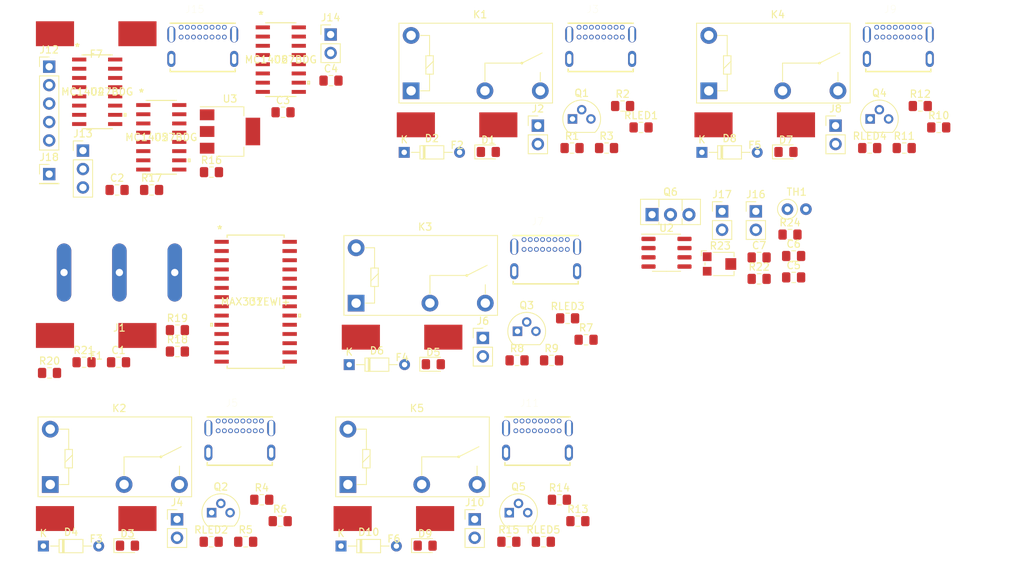
<source format=kicad_pcb>
(kicad_pcb (version 20171130) (host pcbnew "(5.1.5)-3")

  (general
    (thickness 1.6)
    (drawings 0)
    (tracks 0)
    (zones 0)
    (modules 89)
    (nets 108)
  )

  (page A4)
  (layers
    (0 F.Cu signal)
    (31 B.Cu signal)
    (32 B.Adhes user)
    (33 F.Adhes user)
    (34 B.Paste user)
    (35 F.Paste user)
    (36 B.SilkS user)
    (37 F.SilkS user)
    (38 B.Mask user)
    (39 F.Mask user)
    (40 Dwgs.User user)
    (41 Cmts.User user)
    (42 Eco1.User user)
    (43 Eco2.User user)
    (44 Edge.Cuts user)
    (45 Margin user)
    (46 B.CrtYd user)
    (47 F.CrtYd user)
    (48 B.Fab user)
    (49 F.Fab user)
  )

  (setup
    (last_trace_width 0.25)
    (trace_clearance 0.2)
    (zone_clearance 0.508)
    (zone_45_only no)
    (trace_min 0.2)
    (via_size 0.8)
    (via_drill 0.4)
    (via_min_size 0.4)
    (via_min_drill 0.3)
    (uvia_size 0.3)
    (uvia_drill 0.1)
    (uvias_allowed no)
    (uvia_min_size 0.2)
    (uvia_min_drill 0.1)
    (edge_width 0.05)
    (segment_width 0.2)
    (pcb_text_width 0.3)
    (pcb_text_size 1.5 1.5)
    (mod_edge_width 0.12)
    (mod_text_size 1 1)
    (mod_text_width 0.15)
    (pad_size 2 8)
    (pad_drill 1.5)
    (pad_to_mask_clearance 0.051)
    (solder_mask_min_width 0.25)
    (aux_axis_origin 0 0)
    (visible_elements 7FFFFFFF)
    (pcbplotparams
      (layerselection 0x010fc_ffffffff)
      (usegerberextensions false)
      (usegerberattributes false)
      (usegerberadvancedattributes false)
      (creategerberjobfile false)
      (excludeedgelayer true)
      (linewidth 0.100000)
      (plotframeref false)
      (viasonmask false)
      (mode 1)
      (useauxorigin false)
      (hpglpennumber 1)
      (hpglpenspeed 20)
      (hpglpendiameter 15.000000)
      (psnegative false)
      (psa4output false)
      (plotreference true)
      (plotvalue true)
      (plotinvisibletext false)
      (padsonsilk false)
      (subtractmaskfromsilk false)
      (outputformat 1)
      (mirror false)
      (drillshape 0)
      (scaleselection 1)
      (outputdirectory ""))
  )

  (net 0 "")
  (net 1 GND)
  (net 2 "Net-(D1-Pad2)")
  (net 3 "Net-(D1-Pad1)")
  (net 4 VCC)
  (net 5 "Net-(D3-Pad1)")
  (net 6 "Net-(D3-Pad2)")
  (net 7 "Net-(D5-Pad1)")
  (net 8 "Net-(D5-Pad2)")
  (net 9 "Net-(D7-Pad2)")
  (net 10 "Net-(D7-Pad1)")
  (net 11 "Net-(D10-Pad2)")
  (net 12 "Net-(D9-Pad2)")
  (net 13 "Net-(F1-Pad2)")
  (net 14 "Net-(F2-Pad1)")
  (net 15 "Net-(F2-Pad2)")
  (net 16 "Net-(F3-Pad2)")
  (net 17 "Net-(F3-Pad1)")
  (net 18 "Net-(F4-Pad1)")
  (net 19 "Net-(F4-Pad2)")
  (net 20 "Net-(F5-Pad1)")
  (net 21 "Net-(F5-Pad2)")
  (net 22 "Net-(F6-Pad2)")
  (net 23 "Net-(F6-Pad1)")
  (net 24 "Net-(F7-Pad1)")
  (net 25 /Fan_control/VCC)
  (net 26 /PiCl_relay1/Rx)
  (net 27 /PiCl_relay1/Tx)
  (net 28 "Net-(J3-PadB5)")
  (net 29 "Net-(J3-PadA5)")
  (net 30 /PiCl_relay2/Tx)
  (net 31 /PiCl_relay2/Rx)
  (net 32 "Net-(J5-PadA5)")
  (net 33 "Net-(J5-PadB5)")
  (net 34 /PiCl_relay3/Tx)
  (net 35 /PiCl_relay3/Rx)
  (net 36 "Net-(J7-PadB5)")
  (net 37 "Net-(J7-PadA5)")
  (net 38 /PiCl_relay4/Tx)
  (net 39 /PiCl_relay4/Rx)
  (net 40 "Net-(J9-PadA5)")
  (net 41 "Net-(J9-PadB5)")
  (net 42 /PiCl_relay5/Rx)
  (net 43 /PiCl_relay5/Tx)
  (net 44 "Net-(J11-PadA5)")
  (net 45 "Net-(J11-PadB5)")
  (net 46 "Net-(J12-Pad1)")
  (net 47 "Net-(J12-Pad2)")
  (net 48 "Net-(J12-Pad3)")
  (net 49 "Net-(J12-Pad4)")
  (net 50 "Net-(J12-Pad5)")
  (net 51 /PiCl_master/SS1)
  (net 52 /PiCl_master/SS2)
  (net 53 /PiCl_master/SS3)
  (net 54 /PiCl_master/Rx)
  (net 55 /PiCl_master/Tx)
  (net 56 "Net-(J15-PadB5)")
  (net 57 "Net-(J15-PadA5)")
  (net 58 "Net-(J16-Pad1)")
  (net 59 /PiCl_master/SE)
  (net 60 "Net-(Q1-Pad2)")
  (net 61 "Net-(Q2-Pad2)")
  (net 62 "Net-(Q3-Pad2)")
  (net 63 "Net-(Q4-Pad2)")
  (net 64 "Net-(Q5-Pad2)")
  (net 65 "Net-(Q6-Pad1)")
  (net 66 /PiCl_relay1/E)
  (net 67 /PiCl_relay2/E)
  (net 68 /PiCl_relay3/E)
  (net 69 /PiCl_relay4/E)
  (net 70 /PiCl_relay5/E)
  (net 71 "Net-(U1-Pad3)")
  (net 72 "Net-(U1-Pad4)")
  (net 73 "Net-(U1-Pad5)")
  (net 74 "Net-(U1-Pad6)")
  (net 75 "Net-(U1-Pad13)")
  (net 76 "Net-(U1-Pad14)")
  (net 77 "Net-(U1-Pad24)")
  (net 78 "Net-(U1-Pad25)")
  (net 79 "Net-(U1-Pad26)")
  (net 80 "Net-(U4-Pad2)")
  (net 81 "Net-(U4-Pad5)")
  (net 82 "Net-(U4-Pad6)")
  (net 83 "Net-(U4-Pad10)")
  (net 84 "Net-(U4-Pad11)")
  (net 85 "Net-(U4-Pad14)")
  (net 86 "Net-(U5-Pad2)")
  (net 87 "Net-(U5-Pad5)")
  (net 88 "Net-(U5-Pad6)")
  (net 89 "Net-(U5-Pad10)")
  (net 90 "Net-(U5-Pad11)")
  (net 91 "Net-(U5-Pad14)")
  (net 92 "Net-(U6-Pad15)")
  (net 93 "Net-(U6-Pad14)")
  (net 94 "Net-(U6-Pad13)")
  (net 95 "Net-(U6-Pad12)")
  (net 96 "Net-(U6-Pad11)")
  (net 97 "Net-(U6-Pad10)")
  (net 98 "Net-(U6-Pad9)")
  (net 99 "Net-(U6-Pad6)")
  (net 100 "Net-(U6-Pad5)")
  (net 101 "Net-(U6-Pad2)")
  (net 102 "Net-(C2-Pad2)")
  (net 103 "Net-(C5-Pad1)")
  (net 104 "Net-(C7-Pad1)")
  (net 105 "Net-(R22-Pad1)")
  (net 106 "Net-(R23-Pad1)")
  (net 107 "Net-(R24-Pad2)")

  (net_class Default "This is the default net class."
    (clearance 0.2)
    (trace_width 0.25)
    (via_dia 0.8)
    (via_drill 0.4)
    (uvia_dia 0.3)
    (uvia_drill 0.1)
    (add_net /Fan_control/VCC)
    (add_net /PiCl_master/Rx)
    (add_net /PiCl_master/SE)
    (add_net /PiCl_master/SS1)
    (add_net /PiCl_master/SS2)
    (add_net /PiCl_master/SS3)
    (add_net /PiCl_master/Tx)
    (add_net /PiCl_relay1/E)
    (add_net /PiCl_relay1/Rx)
    (add_net /PiCl_relay1/Tx)
    (add_net /PiCl_relay2/E)
    (add_net /PiCl_relay2/Rx)
    (add_net /PiCl_relay2/Tx)
    (add_net /PiCl_relay3/E)
    (add_net /PiCl_relay3/Rx)
    (add_net /PiCl_relay3/Tx)
    (add_net /PiCl_relay4/E)
    (add_net /PiCl_relay4/Rx)
    (add_net /PiCl_relay4/Tx)
    (add_net /PiCl_relay5/E)
    (add_net /PiCl_relay5/Rx)
    (add_net /PiCl_relay5/Tx)
    (add_net GND)
    (add_net "Net-(C2-Pad2)")
    (add_net "Net-(C5-Pad1)")
    (add_net "Net-(C7-Pad1)")
    (add_net "Net-(D1-Pad1)")
    (add_net "Net-(D1-Pad2)")
    (add_net "Net-(D10-Pad2)")
    (add_net "Net-(D3-Pad1)")
    (add_net "Net-(D3-Pad2)")
    (add_net "Net-(D5-Pad1)")
    (add_net "Net-(D5-Pad2)")
    (add_net "Net-(D7-Pad1)")
    (add_net "Net-(D7-Pad2)")
    (add_net "Net-(D9-Pad2)")
    (add_net "Net-(F1-Pad2)")
    (add_net "Net-(F2-Pad1)")
    (add_net "Net-(F2-Pad2)")
    (add_net "Net-(F3-Pad1)")
    (add_net "Net-(F3-Pad2)")
    (add_net "Net-(F4-Pad1)")
    (add_net "Net-(F4-Pad2)")
    (add_net "Net-(F5-Pad1)")
    (add_net "Net-(F5-Pad2)")
    (add_net "Net-(F6-Pad1)")
    (add_net "Net-(F6-Pad2)")
    (add_net "Net-(F7-Pad1)")
    (add_net "Net-(J11-PadA5)")
    (add_net "Net-(J11-PadB5)")
    (add_net "Net-(J12-Pad1)")
    (add_net "Net-(J12-Pad2)")
    (add_net "Net-(J12-Pad3)")
    (add_net "Net-(J12-Pad4)")
    (add_net "Net-(J12-Pad5)")
    (add_net "Net-(J15-PadA5)")
    (add_net "Net-(J15-PadB5)")
    (add_net "Net-(J16-Pad1)")
    (add_net "Net-(J3-PadA5)")
    (add_net "Net-(J3-PadB5)")
    (add_net "Net-(J5-PadA5)")
    (add_net "Net-(J5-PadB5)")
    (add_net "Net-(J7-PadA5)")
    (add_net "Net-(J7-PadB5)")
    (add_net "Net-(J9-PadA5)")
    (add_net "Net-(J9-PadB5)")
    (add_net "Net-(Q1-Pad2)")
    (add_net "Net-(Q2-Pad2)")
    (add_net "Net-(Q3-Pad2)")
    (add_net "Net-(Q4-Pad2)")
    (add_net "Net-(Q5-Pad2)")
    (add_net "Net-(Q6-Pad1)")
    (add_net "Net-(R22-Pad1)")
    (add_net "Net-(R23-Pad1)")
    (add_net "Net-(R24-Pad2)")
    (add_net "Net-(U1-Pad13)")
    (add_net "Net-(U1-Pad14)")
    (add_net "Net-(U1-Pad24)")
    (add_net "Net-(U1-Pad25)")
    (add_net "Net-(U1-Pad26)")
    (add_net "Net-(U1-Pad3)")
    (add_net "Net-(U1-Pad4)")
    (add_net "Net-(U1-Pad5)")
    (add_net "Net-(U1-Pad6)")
    (add_net "Net-(U4-Pad10)")
    (add_net "Net-(U4-Pad11)")
    (add_net "Net-(U4-Pad14)")
    (add_net "Net-(U4-Pad2)")
    (add_net "Net-(U4-Pad5)")
    (add_net "Net-(U4-Pad6)")
    (add_net "Net-(U5-Pad10)")
    (add_net "Net-(U5-Pad11)")
    (add_net "Net-(U5-Pad14)")
    (add_net "Net-(U5-Pad2)")
    (add_net "Net-(U5-Pad5)")
    (add_net "Net-(U5-Pad6)")
    (add_net "Net-(U6-Pad10)")
    (add_net "Net-(U6-Pad11)")
    (add_net "Net-(U6-Pad12)")
    (add_net "Net-(U6-Pad13)")
    (add_net "Net-(U6-Pad14)")
    (add_net "Net-(U6-Pad15)")
    (add_net "Net-(U6-Pad2)")
    (add_net "Net-(U6-Pad5)")
    (add_net "Net-(U6-Pad6)")
    (add_net "Net-(U6-Pad9)")
    (add_net VCC)
  )

  (net_class "PSU 5v" ""
    (clearance 0.2)
    (trace_width 8.09)
    (via_dia 0.8)
    (via_drill 0.4)
    (uvia_dia 0.3)
    (uvia_drill 0.1)
  )

  (net_class "RLY 5v" ""
    (clearance 0.2)
    (trace_width 0.7)
    (via_dia 0.8)
    (via_drill 0.4)
    (uvia_dia 0.3)
    (uvia_drill 0.1)
  )

  (module Capacitor_SMD:C_0805_2012Metric_Pad1.15x1.40mm_HandSolder (layer F.Cu) (tedit 5B36C52B) (tstamp 5E70926E)
    (at 106.375001 139.225001)
    (descr "Capacitor SMD 0805 (2012 Metric), square (rectangular) end terminal, IPC_7351 nominal with elongated pad for handsoldering. (Body size source: https://docs.google.com/spreadsheets/d/1BsfQQcO9C6DZCsRaXUlFlo91Tg2WpOkGARC1WS5S8t0/edit?usp=sharing), generated with kicad-footprint-generator")
    (tags "capacitor handsolder")
    (path /5E705573)
    (attr smd)
    (fp_text reference C1 (at 0 -1.65) (layer F.SilkS)
      (effects (font (size 1 1) (thickness 0.15)))
    )
    (fp_text value 0.1u (at 0 1.65) (layer F.Fab)
      (effects (font (size 1 1) (thickness 0.15)))
    )
    (fp_line (start -1 0.6) (end -1 -0.6) (layer F.Fab) (width 0.1))
    (fp_line (start -1 -0.6) (end 1 -0.6) (layer F.Fab) (width 0.1))
    (fp_line (start 1 -0.6) (end 1 0.6) (layer F.Fab) (width 0.1))
    (fp_line (start 1 0.6) (end -1 0.6) (layer F.Fab) (width 0.1))
    (fp_line (start -0.261252 -0.71) (end 0.261252 -0.71) (layer F.SilkS) (width 0.12))
    (fp_line (start -0.261252 0.71) (end 0.261252 0.71) (layer F.SilkS) (width 0.12))
    (fp_line (start -1.85 0.95) (end -1.85 -0.95) (layer F.CrtYd) (width 0.05))
    (fp_line (start -1.85 -0.95) (end 1.85 -0.95) (layer F.CrtYd) (width 0.05))
    (fp_line (start 1.85 -0.95) (end 1.85 0.95) (layer F.CrtYd) (width 0.05))
    (fp_line (start 1.85 0.95) (end -1.85 0.95) (layer F.CrtYd) (width 0.05))
    (fp_text user %R (at 0 0) (layer F.Fab)
      (effects (font (size 0.5 0.5) (thickness 0.08)))
    )
    (pad 1 smd roundrect (at -1.025 0) (size 1.15 1.4) (layers F.Cu F.Paste F.Mask) (roundrect_rratio 0.217391)
      (net 1 GND))
    (pad 2 smd roundrect (at 1.025 0) (size 1.15 1.4) (layers F.Cu F.Paste F.Mask) (roundrect_rratio 0.217391)
      (net 25 /Fan_control/VCC))
    (model ${KISYS3DMOD}/Capacitor_SMD.3dshapes/C_0805_2012Metric.wrl
      (at (xyz 0 0 0))
      (scale (xyz 1 1 1))
      (rotate (xyz 0 0 0))
    )
  )

  (module Capacitor_SMD:C_0805_2012Metric_Pad1.15x1.40mm_HandSolder (layer F.Cu) (tedit 5B36C52B) (tstamp 5E70927F)
    (at 106.175001 115.485001)
    (descr "Capacitor SMD 0805 (2012 Metric), square (rectangular) end terminal, IPC_7351 nominal with elongated pad for handsoldering. (Body size source: https://docs.google.com/spreadsheets/d/1BsfQQcO9C6DZCsRaXUlFlo91Tg2WpOkGARC1WS5S8t0/edit?usp=sharing), generated with kicad-footprint-generator")
    (tags "capacitor handsolder")
    (path /5E97D8A4/5E72AB5B)
    (attr smd)
    (fp_text reference C2 (at 0 -1.65) (layer F.SilkS)
      (effects (font (size 1 1) (thickness 0.15)))
    )
    (fp_text value 0.1u (at 0 1.65) (layer F.Fab)
      (effects (font (size 1 1) (thickness 0.15)))
    )
    (fp_line (start -1 0.6) (end -1 -0.6) (layer F.Fab) (width 0.1))
    (fp_line (start -1 -0.6) (end 1 -0.6) (layer F.Fab) (width 0.1))
    (fp_line (start 1 -0.6) (end 1 0.6) (layer F.Fab) (width 0.1))
    (fp_line (start 1 0.6) (end -1 0.6) (layer F.Fab) (width 0.1))
    (fp_line (start -0.261252 -0.71) (end 0.261252 -0.71) (layer F.SilkS) (width 0.12))
    (fp_line (start -0.261252 0.71) (end 0.261252 0.71) (layer F.SilkS) (width 0.12))
    (fp_line (start -1.85 0.95) (end -1.85 -0.95) (layer F.CrtYd) (width 0.05))
    (fp_line (start -1.85 -0.95) (end 1.85 -0.95) (layer F.CrtYd) (width 0.05))
    (fp_line (start 1.85 -0.95) (end 1.85 0.95) (layer F.CrtYd) (width 0.05))
    (fp_line (start 1.85 0.95) (end -1.85 0.95) (layer F.CrtYd) (width 0.05))
    (fp_text user %R (at 0 0) (layer F.Fab)
      (effects (font (size 0.5 0.5) (thickness 0.08)))
    )
    (pad 1 smd roundrect (at -1.025 0) (size 1.15 1.4) (layers F.Cu F.Paste F.Mask) (roundrect_rratio 0.217391)
      (net 1 GND))
    (pad 2 smd roundrect (at 1.025 0) (size 1.15 1.4) (layers F.Cu F.Paste F.Mask) (roundrect_rratio 0.217391)
      (net 102 "Net-(C2-Pad2)"))
    (model ${KISYS3DMOD}/Capacitor_SMD.3dshapes/C_0805_2012Metric.wrl
      (at (xyz 0 0 0))
      (scale (xyz 1 1 1))
      (rotate (xyz 0 0 0))
    )
  )

  (module Capacitor_SMD:C_0805_2012Metric_Pad1.15x1.40mm_HandSolder (layer F.Cu) (tedit 5B36C52B) (tstamp 5E709290)
    (at 129.015001 104.785001)
    (descr "Capacitor SMD 0805 (2012 Metric), square (rectangular) end terminal, IPC_7351 nominal with elongated pad for handsoldering. (Body size source: https://docs.google.com/spreadsheets/d/1BsfQQcO9C6DZCsRaXUlFlo91Tg2WpOkGARC1WS5S8t0/edit?usp=sharing), generated with kicad-footprint-generator")
    (tags "capacitor handsolder")
    (path /5E97D8A4/5E72B522)
    (attr smd)
    (fp_text reference C3 (at 0 -1.65) (layer F.SilkS)
      (effects (font (size 1 1) (thickness 0.15)))
    )
    (fp_text value 0.1u (at 0 1.65) (layer F.Fab)
      (effects (font (size 1 1) (thickness 0.15)))
    )
    (fp_text user %R (at 0 0) (layer F.Fab)
      (effects (font (size 0.5 0.5) (thickness 0.08)))
    )
    (fp_line (start 1.85 0.95) (end -1.85 0.95) (layer F.CrtYd) (width 0.05))
    (fp_line (start 1.85 -0.95) (end 1.85 0.95) (layer F.CrtYd) (width 0.05))
    (fp_line (start -1.85 -0.95) (end 1.85 -0.95) (layer F.CrtYd) (width 0.05))
    (fp_line (start -1.85 0.95) (end -1.85 -0.95) (layer F.CrtYd) (width 0.05))
    (fp_line (start -0.261252 0.71) (end 0.261252 0.71) (layer F.SilkS) (width 0.12))
    (fp_line (start -0.261252 -0.71) (end 0.261252 -0.71) (layer F.SilkS) (width 0.12))
    (fp_line (start 1 0.6) (end -1 0.6) (layer F.Fab) (width 0.1))
    (fp_line (start 1 -0.6) (end 1 0.6) (layer F.Fab) (width 0.1))
    (fp_line (start -1 -0.6) (end 1 -0.6) (layer F.Fab) (width 0.1))
    (fp_line (start -1 0.6) (end -1 -0.6) (layer F.Fab) (width 0.1))
    (pad 2 smd roundrect (at 1.025 0) (size 1.15 1.4) (layers F.Cu F.Paste F.Mask) (roundrect_rratio 0.217391)
      (net 102 "Net-(C2-Pad2)"))
    (pad 1 smd roundrect (at -1.025 0) (size 1.15 1.4) (layers F.Cu F.Paste F.Mask) (roundrect_rratio 0.217391)
      (net 1 GND))
    (model ${KISYS3DMOD}/Capacitor_SMD.3dshapes/C_0805_2012Metric.wrl
      (at (xyz 0 0 0))
      (scale (xyz 1 1 1))
      (rotate (xyz 0 0 0))
    )
  )

  (module Capacitor_SMD:C_0805_2012Metric_Pad1.15x1.40mm_HandSolder (layer F.Cu) (tedit 5B36C52B) (tstamp 5E7092A1)
    (at 135.615001 100.425001)
    (descr "Capacitor SMD 0805 (2012 Metric), square (rectangular) end terminal, IPC_7351 nominal with elongated pad for handsoldering. (Body size source: https://docs.google.com/spreadsheets/d/1BsfQQcO9C6DZCsRaXUlFlo91Tg2WpOkGARC1WS5S8t0/edit?usp=sharing), generated with kicad-footprint-generator")
    (tags "capacitor handsolder")
    (path /5E97D8A4/5E72BF17)
    (attr smd)
    (fp_text reference C4 (at 0 -1.65) (layer F.SilkS)
      (effects (font (size 1 1) (thickness 0.15)))
    )
    (fp_text value 0.1u (at 0 1.65) (layer F.Fab)
      (effects (font (size 1 1) (thickness 0.15)))
    )
    (fp_line (start -1 0.6) (end -1 -0.6) (layer F.Fab) (width 0.1))
    (fp_line (start -1 -0.6) (end 1 -0.6) (layer F.Fab) (width 0.1))
    (fp_line (start 1 -0.6) (end 1 0.6) (layer F.Fab) (width 0.1))
    (fp_line (start 1 0.6) (end -1 0.6) (layer F.Fab) (width 0.1))
    (fp_line (start -0.261252 -0.71) (end 0.261252 -0.71) (layer F.SilkS) (width 0.12))
    (fp_line (start -0.261252 0.71) (end 0.261252 0.71) (layer F.SilkS) (width 0.12))
    (fp_line (start -1.85 0.95) (end -1.85 -0.95) (layer F.CrtYd) (width 0.05))
    (fp_line (start -1.85 -0.95) (end 1.85 -0.95) (layer F.CrtYd) (width 0.05))
    (fp_line (start 1.85 -0.95) (end 1.85 0.95) (layer F.CrtYd) (width 0.05))
    (fp_line (start 1.85 0.95) (end -1.85 0.95) (layer F.CrtYd) (width 0.05))
    (fp_text user %R (at 0 0) (layer F.Fab)
      (effects (font (size 0.5 0.5) (thickness 0.08)))
    )
    (pad 1 smd roundrect (at -1.025 0) (size 1.15 1.4) (layers F.Cu F.Paste F.Mask) (roundrect_rratio 0.217391)
      (net 1 GND))
    (pad 2 smd roundrect (at 1.025 0) (size 1.15 1.4) (layers F.Cu F.Paste F.Mask) (roundrect_rratio 0.217391)
      (net 102 "Net-(C2-Pad2)"))
    (model ${KISYS3DMOD}/Capacitor_SMD.3dshapes/C_0805_2012Metric.wrl
      (at (xyz 0 0 0))
      (scale (xyz 1 1 1))
      (rotate (xyz 0 0 0))
    )
  )

  (module Capacitor_SMD:C_0805_2012Metric_Pad1.15x1.40mm_HandSolder (layer F.Cu) (tedit 5B36C52B) (tstamp 5E7092B2)
    (at 199.295001 127.535001)
    (descr "Capacitor SMD 0805 (2012 Metric), square (rectangular) end terminal, IPC_7351 nominal with elongated pad for handsoldering. (Body size source: https://docs.google.com/spreadsheets/d/1BsfQQcO9C6DZCsRaXUlFlo91Tg2WpOkGARC1WS5S8t0/edit?usp=sharing), generated with kicad-footprint-generator")
    (tags "capacitor handsolder")
    (path /5E9BB089/5E9BFA32)
    (attr smd)
    (fp_text reference C5 (at 0 -1.65) (layer F.SilkS)
      (effects (font (size 1 1) (thickness 0.15)))
    )
    (fp_text value 0.01µ (at 0 1.65) (layer F.Fab)
      (effects (font (size 1 1) (thickness 0.15)))
    )
    (fp_text user %R (at 0 0) (layer F.Fab)
      (effects (font (size 0.5 0.5) (thickness 0.08)))
    )
    (fp_line (start 1.85 0.95) (end -1.85 0.95) (layer F.CrtYd) (width 0.05))
    (fp_line (start 1.85 -0.95) (end 1.85 0.95) (layer F.CrtYd) (width 0.05))
    (fp_line (start -1.85 -0.95) (end 1.85 -0.95) (layer F.CrtYd) (width 0.05))
    (fp_line (start -1.85 0.95) (end -1.85 -0.95) (layer F.CrtYd) (width 0.05))
    (fp_line (start -0.261252 0.71) (end 0.261252 0.71) (layer F.SilkS) (width 0.12))
    (fp_line (start -0.261252 -0.71) (end 0.261252 -0.71) (layer F.SilkS) (width 0.12))
    (fp_line (start 1 0.6) (end -1 0.6) (layer F.Fab) (width 0.1))
    (fp_line (start 1 -0.6) (end 1 0.6) (layer F.Fab) (width 0.1))
    (fp_line (start -1 -0.6) (end 1 -0.6) (layer F.Fab) (width 0.1))
    (fp_line (start -1 0.6) (end -1 -0.6) (layer F.Fab) (width 0.1))
    (pad 2 smd roundrect (at 1.025 0) (size 1.15 1.4) (layers F.Cu F.Paste F.Mask) (roundrect_rratio 0.217391)
      (net 1 GND))
    (pad 1 smd roundrect (at -1.025 0) (size 1.15 1.4) (layers F.Cu F.Paste F.Mask) (roundrect_rratio 0.217391)
      (net 103 "Net-(C5-Pad1)"))
    (model ${KISYS3DMOD}/Capacitor_SMD.3dshapes/C_0805_2012Metric.wrl
      (at (xyz 0 0 0))
      (scale (xyz 1 1 1))
      (rotate (xyz 0 0 0))
    )
  )

  (module Capacitor_SMD:C_0805_2012Metric_Pad1.15x1.40mm_HandSolder (layer F.Cu) (tedit 5B36C52B) (tstamp 5E7092C3)
    (at 199.295001 124.585001)
    (descr "Capacitor SMD 0805 (2012 Metric), square (rectangular) end terminal, IPC_7351 nominal with elongated pad for handsoldering. (Body size source: https://docs.google.com/spreadsheets/d/1BsfQQcO9C6DZCsRaXUlFlo91Tg2WpOkGARC1WS5S8t0/edit?usp=sharing), generated with kicad-footprint-generator")
    (tags "capacitor handsolder")
    (path /5E9BB089/5E71C79F)
    (attr smd)
    (fp_text reference C6 (at 0 -1.65) (layer F.SilkS)
      (effects (font (size 1 1) (thickness 0.15)))
    )
    (fp_text value 0.1u (at 0 1.65) (layer F.Fab)
      (effects (font (size 1 1) (thickness 0.15)))
    )
    (fp_text user %R (at 0 0) (layer F.Fab)
      (effects (font (size 0.5 0.5) (thickness 0.08)))
    )
    (fp_line (start 1.85 0.95) (end -1.85 0.95) (layer F.CrtYd) (width 0.05))
    (fp_line (start 1.85 -0.95) (end 1.85 0.95) (layer F.CrtYd) (width 0.05))
    (fp_line (start -1.85 -0.95) (end 1.85 -0.95) (layer F.CrtYd) (width 0.05))
    (fp_line (start -1.85 0.95) (end -1.85 -0.95) (layer F.CrtYd) (width 0.05))
    (fp_line (start -0.261252 0.71) (end 0.261252 0.71) (layer F.SilkS) (width 0.12))
    (fp_line (start -0.261252 -0.71) (end 0.261252 -0.71) (layer F.SilkS) (width 0.12))
    (fp_line (start 1 0.6) (end -1 0.6) (layer F.Fab) (width 0.1))
    (fp_line (start 1 -0.6) (end 1 0.6) (layer F.Fab) (width 0.1))
    (fp_line (start -1 -0.6) (end 1 -0.6) (layer F.Fab) (width 0.1))
    (fp_line (start -1 0.6) (end -1 -0.6) (layer F.Fab) (width 0.1))
    (pad 2 smd roundrect (at 1.025 0) (size 1.15 1.4) (layers F.Cu F.Paste F.Mask) (roundrect_rratio 0.217391)
      (net 1 GND))
    (pad 1 smd roundrect (at -1.025 0) (size 1.15 1.4) (layers F.Cu F.Paste F.Mask) (roundrect_rratio 0.217391)
      (net 25 /Fan_control/VCC))
    (model ${KISYS3DMOD}/Capacitor_SMD.3dshapes/C_0805_2012Metric.wrl
      (at (xyz 0 0 0))
      (scale (xyz 1 1 1))
      (rotate (xyz 0 0 0))
    )
  )

  (module Capacitor_SMD:C_0805_2012Metric_Pad1.15x1.40mm_HandSolder (layer F.Cu) (tedit 5B36C52B) (tstamp 5E7092D4)
    (at 194.545001 124.785001)
    (descr "Capacitor SMD 0805 (2012 Metric), square (rectangular) end terminal, IPC_7351 nominal with elongated pad for handsoldering. (Body size source: https://docs.google.com/spreadsheets/d/1BsfQQcO9C6DZCsRaXUlFlo91Tg2WpOkGARC1WS5S8t0/edit?usp=sharing), generated with kicad-footprint-generator")
    (tags "capacitor handsolder")
    (path /5E9BB089/5E9BFA44)
    (attr smd)
    (fp_text reference C7 (at 0 -1.65) (layer F.SilkS)
      (effects (font (size 1 1) (thickness 0.15)))
    )
    (fp_text value 0.1µ (at 0 1.65) (layer F.Fab)
      (effects (font (size 1 1) (thickness 0.15)))
    )
    (fp_line (start -1 0.6) (end -1 -0.6) (layer F.Fab) (width 0.1))
    (fp_line (start -1 -0.6) (end 1 -0.6) (layer F.Fab) (width 0.1))
    (fp_line (start 1 -0.6) (end 1 0.6) (layer F.Fab) (width 0.1))
    (fp_line (start 1 0.6) (end -1 0.6) (layer F.Fab) (width 0.1))
    (fp_line (start -0.261252 -0.71) (end 0.261252 -0.71) (layer F.SilkS) (width 0.12))
    (fp_line (start -0.261252 0.71) (end 0.261252 0.71) (layer F.SilkS) (width 0.12))
    (fp_line (start -1.85 0.95) (end -1.85 -0.95) (layer F.CrtYd) (width 0.05))
    (fp_line (start -1.85 -0.95) (end 1.85 -0.95) (layer F.CrtYd) (width 0.05))
    (fp_line (start 1.85 -0.95) (end 1.85 0.95) (layer F.CrtYd) (width 0.05))
    (fp_line (start 1.85 0.95) (end -1.85 0.95) (layer F.CrtYd) (width 0.05))
    (fp_text user %R (at 0 0) (layer F.Fab)
      (effects (font (size 0.5 0.5) (thickness 0.08)))
    )
    (pad 1 smd roundrect (at -1.025 0) (size 1.15 1.4) (layers F.Cu F.Paste F.Mask) (roundrect_rratio 0.217391)
      (net 104 "Net-(C7-Pad1)"))
    (pad 2 smd roundrect (at 1.025 0) (size 1.15 1.4) (layers F.Cu F.Paste F.Mask) (roundrect_rratio 0.217391)
      (net 1 GND))
    (model ${KISYS3DMOD}/Capacitor_SMD.3dshapes/C_0805_2012Metric.wrl
      (at (xyz 0 0 0))
      (scale (xyz 1 1 1))
      (rotate (xyz 0 0 0))
    )
  )

  (module LED_SMD:LED_0805_2012Metric_Pad1.15x1.40mm_HandSolder (layer F.Cu) (tedit 5B4B45C9) (tstamp 5E7092E7)
    (at 157.270001 110.250001)
    (descr "LED SMD 0805 (2012 Metric), square (rectangular) end terminal, IPC_7351 nominal, (Body size source: https://docs.google.com/spreadsheets/d/1BsfQQcO9C6DZCsRaXUlFlo91Tg2WpOkGARC1WS5S8t0/edit?usp=sharing), generated with kicad-footprint-generator")
    (tags "LED handsolder")
    (path /5E74A929/5E7CECB3)
    (attr smd)
    (fp_text reference D1 (at 0 -1.65) (layer F.SilkS)
      (effects (font (size 1 1) (thickness 0.15)))
    )
    (fp_text value LED (at 0 1.65) (layer F.Fab)
      (effects (font (size 1 1) (thickness 0.15)))
    )
    (fp_text user %R (at 0 0) (layer F.Fab)
      (effects (font (size 0.5 0.5) (thickness 0.08)))
    )
    (fp_line (start 1.85 0.95) (end -1.85 0.95) (layer F.CrtYd) (width 0.05))
    (fp_line (start 1.85 -0.95) (end 1.85 0.95) (layer F.CrtYd) (width 0.05))
    (fp_line (start -1.85 -0.95) (end 1.85 -0.95) (layer F.CrtYd) (width 0.05))
    (fp_line (start -1.85 0.95) (end -1.85 -0.95) (layer F.CrtYd) (width 0.05))
    (fp_line (start -1.86 0.96) (end 1 0.96) (layer F.SilkS) (width 0.12))
    (fp_line (start -1.86 -0.96) (end -1.86 0.96) (layer F.SilkS) (width 0.12))
    (fp_line (start 1 -0.96) (end -1.86 -0.96) (layer F.SilkS) (width 0.12))
    (fp_line (start 1 0.6) (end 1 -0.6) (layer F.Fab) (width 0.1))
    (fp_line (start -1 0.6) (end 1 0.6) (layer F.Fab) (width 0.1))
    (fp_line (start -1 -0.3) (end -1 0.6) (layer F.Fab) (width 0.1))
    (fp_line (start -0.7 -0.6) (end -1 -0.3) (layer F.Fab) (width 0.1))
    (fp_line (start 1 -0.6) (end -0.7 -0.6) (layer F.Fab) (width 0.1))
    (pad 2 smd roundrect (at 1.025 0) (size 1.15 1.4) (layers F.Cu F.Paste F.Mask) (roundrect_rratio 0.217391)
      (net 2 "Net-(D1-Pad2)"))
    (pad 1 smd roundrect (at -1.025 0) (size 1.15 1.4) (layers F.Cu F.Paste F.Mask) (roundrect_rratio 0.217391)
      (net 3 "Net-(D1-Pad1)"))
    (model ${KISYS3DMOD}/LED_SMD.3dshapes/LED_0805_2012Metric.wrl
      (at (xyz 0 0 0))
      (scale (xyz 1 1 1))
      (rotate (xyz 0 0 0))
    )
  )

  (module Diode_THT:D_DO-34_SOD68_P7.62mm_Horizontal (layer F.Cu) (tedit 5AE50CD5) (tstamp 5E709306)
    (at 145.695001 110.305001)
    (descr "Diode, DO-34_SOD68 series, Axial, Horizontal, pin pitch=7.62mm, , length*diameter=3.04*1.6mm^2, , https://www.nxp.com/docs/en/data-sheet/KTY83_SER.pdf")
    (tags "Diode DO-34_SOD68 series Axial Horizontal pin pitch 7.62mm  length 3.04mm diameter 1.6mm")
    (path /5E74A929/5E7CECBF)
    (fp_text reference D2 (at 3.81 -1.92) (layer F.SilkS)
      (effects (font (size 1 1) (thickness 0.15)))
    )
    (fp_text value 1N4007 (at 3.81 1.92) (layer F.Fab)
      (effects (font (size 1 1) (thickness 0.15)))
    )
    (fp_text user K (at 0 -1.75) (layer F.SilkS)
      (effects (font (size 1 1) (thickness 0.15)))
    )
    (fp_text user K (at 0 -1.75) (layer F.Fab)
      (effects (font (size 1 1) (thickness 0.15)))
    )
    (fp_text user %R (at 4.038 0) (layer F.Fab)
      (effects (font (size 0.608 0.608) (thickness 0.0912)))
    )
    (fp_line (start 8.63 -1.05) (end -1 -1.05) (layer F.CrtYd) (width 0.05))
    (fp_line (start 8.63 1.05) (end 8.63 -1.05) (layer F.CrtYd) (width 0.05))
    (fp_line (start -1 1.05) (end 8.63 1.05) (layer F.CrtYd) (width 0.05))
    (fp_line (start -1 -1.05) (end -1 1.05) (layer F.CrtYd) (width 0.05))
    (fp_line (start 2.626 -0.92) (end 2.626 0.92) (layer F.SilkS) (width 0.12))
    (fp_line (start 2.866 -0.92) (end 2.866 0.92) (layer F.SilkS) (width 0.12))
    (fp_line (start 2.746 -0.92) (end 2.746 0.92) (layer F.SilkS) (width 0.12))
    (fp_line (start 6.63 0) (end 5.45 0) (layer F.SilkS) (width 0.12))
    (fp_line (start 0.99 0) (end 2.17 0) (layer F.SilkS) (width 0.12))
    (fp_line (start 5.45 -0.92) (end 2.17 -0.92) (layer F.SilkS) (width 0.12))
    (fp_line (start 5.45 0.92) (end 5.45 -0.92) (layer F.SilkS) (width 0.12))
    (fp_line (start 2.17 0.92) (end 5.45 0.92) (layer F.SilkS) (width 0.12))
    (fp_line (start 2.17 -0.92) (end 2.17 0.92) (layer F.SilkS) (width 0.12))
    (fp_line (start 2.646 -0.8) (end 2.646 0.8) (layer F.Fab) (width 0.1))
    (fp_line (start 2.846 -0.8) (end 2.846 0.8) (layer F.Fab) (width 0.1))
    (fp_line (start 2.746 -0.8) (end 2.746 0.8) (layer F.Fab) (width 0.1))
    (fp_line (start 7.62 0) (end 5.33 0) (layer F.Fab) (width 0.1))
    (fp_line (start 0 0) (end 2.29 0) (layer F.Fab) (width 0.1))
    (fp_line (start 5.33 -0.8) (end 2.29 -0.8) (layer F.Fab) (width 0.1))
    (fp_line (start 5.33 0.8) (end 5.33 -0.8) (layer F.Fab) (width 0.1))
    (fp_line (start 2.29 0.8) (end 5.33 0.8) (layer F.Fab) (width 0.1))
    (fp_line (start 2.29 -0.8) (end 2.29 0.8) (layer F.Fab) (width 0.1))
    (pad 2 thru_hole oval (at 7.62 0) (size 1.5 1.5) (drill 0.75) (layers *.Cu *.Mask)
      (net 3 "Net-(D1-Pad1)"))
    (pad 1 thru_hole rect (at 0 0) (size 1.5 1.5) (drill 0.75) (layers *.Cu *.Mask)
      (net 4 VCC))
    (model ${KISYS3DMOD}/Diode_THT.3dshapes/D_DO-34_SOD68_P7.62mm_Horizontal.wrl
      (at (xyz 0 0 0))
      (scale (xyz 1 1 1))
      (rotate (xyz 0 0 0))
    )
  )

  (module LED_SMD:LED_0805_2012Metric_Pad1.15x1.40mm_HandSolder (layer F.Cu) (tedit 5B4B45C9) (tstamp 5E709319)
    (at 107.600001 164.490001)
    (descr "LED SMD 0805 (2012 Metric), square (rectangular) end terminal, IPC_7351 nominal, (Body size source: https://docs.google.com/spreadsheets/d/1BsfQQcO9C6DZCsRaXUlFlo91Tg2WpOkGARC1WS5S8t0/edit?usp=sharing), generated with kicad-footprint-generator")
    (tags "LED handsolder")
    (path /5EA7B47D/5E7CECB3)
    (attr smd)
    (fp_text reference D3 (at 0 -1.65) (layer F.SilkS)
      (effects (font (size 1 1) (thickness 0.15)))
    )
    (fp_text value LED (at 0 1.65) (layer F.Fab)
      (effects (font (size 1 1) (thickness 0.15)))
    )
    (fp_text user %R (at 0 0) (layer F.Fab)
      (effects (font (size 0.5 0.5) (thickness 0.08)))
    )
    (fp_line (start 1.85 0.95) (end -1.85 0.95) (layer F.CrtYd) (width 0.05))
    (fp_line (start 1.85 -0.95) (end 1.85 0.95) (layer F.CrtYd) (width 0.05))
    (fp_line (start -1.85 -0.95) (end 1.85 -0.95) (layer F.CrtYd) (width 0.05))
    (fp_line (start -1.85 0.95) (end -1.85 -0.95) (layer F.CrtYd) (width 0.05))
    (fp_line (start -1.86 0.96) (end 1 0.96) (layer F.SilkS) (width 0.12))
    (fp_line (start -1.86 -0.96) (end -1.86 0.96) (layer F.SilkS) (width 0.12))
    (fp_line (start 1 -0.96) (end -1.86 -0.96) (layer F.SilkS) (width 0.12))
    (fp_line (start 1 0.6) (end 1 -0.6) (layer F.Fab) (width 0.1))
    (fp_line (start -1 0.6) (end 1 0.6) (layer F.Fab) (width 0.1))
    (fp_line (start -1 -0.3) (end -1 0.6) (layer F.Fab) (width 0.1))
    (fp_line (start -0.7 -0.6) (end -1 -0.3) (layer F.Fab) (width 0.1))
    (fp_line (start 1 -0.6) (end -0.7 -0.6) (layer F.Fab) (width 0.1))
    (pad 2 smd roundrect (at 1.025 0) (size 1.15 1.4) (layers F.Cu F.Paste F.Mask) (roundrect_rratio 0.217391)
      (net 6 "Net-(D3-Pad2)"))
    (pad 1 smd roundrect (at -1.025 0) (size 1.15 1.4) (layers F.Cu F.Paste F.Mask) (roundrect_rratio 0.217391)
      (net 5 "Net-(D3-Pad1)"))
    (model ${KISYS3DMOD}/LED_SMD.3dshapes/LED_0805_2012Metric.wrl
      (at (xyz 0 0 0))
      (scale (xyz 1 1 1))
      (rotate (xyz 0 0 0))
    )
  )

  (module Diode_THT:D_DO-34_SOD68_P7.62mm_Horizontal (layer F.Cu) (tedit 5AE50CD5) (tstamp 5E709338)
    (at 96.025001 164.545001)
    (descr "Diode, DO-34_SOD68 series, Axial, Horizontal, pin pitch=7.62mm, , length*diameter=3.04*1.6mm^2, , https://www.nxp.com/docs/en/data-sheet/KTY83_SER.pdf")
    (tags "Diode DO-34_SOD68 series Axial Horizontal pin pitch 7.62mm  length 3.04mm diameter 1.6mm")
    (path /5EA7B47D/5E7CECBF)
    (fp_text reference D4 (at 3.81 -1.92) (layer F.SilkS)
      (effects (font (size 1 1) (thickness 0.15)))
    )
    (fp_text value 1N4007 (at 3.81 1.92) (layer F.Fab)
      (effects (font (size 1 1) (thickness 0.15)))
    )
    (fp_line (start 2.29 -0.8) (end 2.29 0.8) (layer F.Fab) (width 0.1))
    (fp_line (start 2.29 0.8) (end 5.33 0.8) (layer F.Fab) (width 0.1))
    (fp_line (start 5.33 0.8) (end 5.33 -0.8) (layer F.Fab) (width 0.1))
    (fp_line (start 5.33 -0.8) (end 2.29 -0.8) (layer F.Fab) (width 0.1))
    (fp_line (start 0 0) (end 2.29 0) (layer F.Fab) (width 0.1))
    (fp_line (start 7.62 0) (end 5.33 0) (layer F.Fab) (width 0.1))
    (fp_line (start 2.746 -0.8) (end 2.746 0.8) (layer F.Fab) (width 0.1))
    (fp_line (start 2.846 -0.8) (end 2.846 0.8) (layer F.Fab) (width 0.1))
    (fp_line (start 2.646 -0.8) (end 2.646 0.8) (layer F.Fab) (width 0.1))
    (fp_line (start 2.17 -0.92) (end 2.17 0.92) (layer F.SilkS) (width 0.12))
    (fp_line (start 2.17 0.92) (end 5.45 0.92) (layer F.SilkS) (width 0.12))
    (fp_line (start 5.45 0.92) (end 5.45 -0.92) (layer F.SilkS) (width 0.12))
    (fp_line (start 5.45 -0.92) (end 2.17 -0.92) (layer F.SilkS) (width 0.12))
    (fp_line (start 0.99 0) (end 2.17 0) (layer F.SilkS) (width 0.12))
    (fp_line (start 6.63 0) (end 5.45 0) (layer F.SilkS) (width 0.12))
    (fp_line (start 2.746 -0.92) (end 2.746 0.92) (layer F.SilkS) (width 0.12))
    (fp_line (start 2.866 -0.92) (end 2.866 0.92) (layer F.SilkS) (width 0.12))
    (fp_line (start 2.626 -0.92) (end 2.626 0.92) (layer F.SilkS) (width 0.12))
    (fp_line (start -1 -1.05) (end -1 1.05) (layer F.CrtYd) (width 0.05))
    (fp_line (start -1 1.05) (end 8.63 1.05) (layer F.CrtYd) (width 0.05))
    (fp_line (start 8.63 1.05) (end 8.63 -1.05) (layer F.CrtYd) (width 0.05))
    (fp_line (start 8.63 -1.05) (end -1 -1.05) (layer F.CrtYd) (width 0.05))
    (fp_text user %R (at 4.038 0) (layer F.Fab)
      (effects (font (size 0.608 0.608) (thickness 0.0912)))
    )
    (fp_text user K (at 0 -1.75) (layer F.Fab)
      (effects (font (size 1 1) (thickness 0.15)))
    )
    (fp_text user K (at 0 -1.75) (layer F.SilkS)
      (effects (font (size 1 1) (thickness 0.15)))
    )
    (pad 1 thru_hole rect (at 0 0) (size 1.5 1.5) (drill 0.75) (layers *.Cu *.Mask)
      (net 4 VCC))
    (pad 2 thru_hole oval (at 7.62 0) (size 1.5 1.5) (drill 0.75) (layers *.Cu *.Mask)
      (net 5 "Net-(D3-Pad1)"))
    (model ${KISYS3DMOD}/Diode_THT.3dshapes/D_DO-34_SOD68_P7.62mm_Horizontal.wrl
      (at (xyz 0 0 0))
      (scale (xyz 1 1 1))
      (rotate (xyz 0 0 0))
    )
  )

  (module LED_SMD:LED_0805_2012Metric_Pad1.15x1.40mm_HandSolder (layer F.Cu) (tedit 5B4B45C9) (tstamp 5E70934B)
    (at 149.700001 139.500001)
    (descr "LED SMD 0805 (2012 Metric), square (rectangular) end terminal, IPC_7351 nominal, (Body size source: https://docs.google.com/spreadsheets/d/1BsfQQcO9C6DZCsRaXUlFlo91Tg2WpOkGARC1WS5S8t0/edit?usp=sharing), generated with kicad-footprint-generator")
    (tags "LED handsolder")
    (path /5EAE26CA/5E7CECB3)
    (attr smd)
    (fp_text reference D5 (at 0 -1.65) (layer F.SilkS)
      (effects (font (size 1 1) (thickness 0.15)))
    )
    (fp_text value LED (at 0 1.65) (layer F.Fab)
      (effects (font (size 1 1) (thickness 0.15)))
    )
    (fp_line (start 1 -0.6) (end -0.7 -0.6) (layer F.Fab) (width 0.1))
    (fp_line (start -0.7 -0.6) (end -1 -0.3) (layer F.Fab) (width 0.1))
    (fp_line (start -1 -0.3) (end -1 0.6) (layer F.Fab) (width 0.1))
    (fp_line (start -1 0.6) (end 1 0.6) (layer F.Fab) (width 0.1))
    (fp_line (start 1 0.6) (end 1 -0.6) (layer F.Fab) (width 0.1))
    (fp_line (start 1 -0.96) (end -1.86 -0.96) (layer F.SilkS) (width 0.12))
    (fp_line (start -1.86 -0.96) (end -1.86 0.96) (layer F.SilkS) (width 0.12))
    (fp_line (start -1.86 0.96) (end 1 0.96) (layer F.SilkS) (width 0.12))
    (fp_line (start -1.85 0.95) (end -1.85 -0.95) (layer F.CrtYd) (width 0.05))
    (fp_line (start -1.85 -0.95) (end 1.85 -0.95) (layer F.CrtYd) (width 0.05))
    (fp_line (start 1.85 -0.95) (end 1.85 0.95) (layer F.CrtYd) (width 0.05))
    (fp_line (start 1.85 0.95) (end -1.85 0.95) (layer F.CrtYd) (width 0.05))
    (fp_text user %R (at 0 0) (layer F.Fab)
      (effects (font (size 0.5 0.5) (thickness 0.08)))
    )
    (pad 1 smd roundrect (at -1.025 0) (size 1.15 1.4) (layers F.Cu F.Paste F.Mask) (roundrect_rratio 0.217391)
      (net 7 "Net-(D5-Pad1)"))
    (pad 2 smd roundrect (at 1.025 0) (size 1.15 1.4) (layers F.Cu F.Paste F.Mask) (roundrect_rratio 0.217391)
      (net 8 "Net-(D5-Pad2)"))
    (model ${KISYS3DMOD}/LED_SMD.3dshapes/LED_0805_2012Metric.wrl
      (at (xyz 0 0 0))
      (scale (xyz 1 1 1))
      (rotate (xyz 0 0 0))
    )
  )

  (module Diode_THT:D_DO-34_SOD68_P7.62mm_Horizontal (layer F.Cu) (tedit 5AE50CD5) (tstamp 5E70936A)
    (at 138.125001 139.555001)
    (descr "Diode, DO-34_SOD68 series, Axial, Horizontal, pin pitch=7.62mm, , length*diameter=3.04*1.6mm^2, , https://www.nxp.com/docs/en/data-sheet/KTY83_SER.pdf")
    (tags "Diode DO-34_SOD68 series Axial Horizontal pin pitch 7.62mm  length 3.04mm diameter 1.6mm")
    (path /5EAE26CA/5E7CECBF)
    (fp_text reference D6 (at 3.81 -1.92) (layer F.SilkS)
      (effects (font (size 1 1) (thickness 0.15)))
    )
    (fp_text value 1N4007 (at 3.81 1.92) (layer F.Fab)
      (effects (font (size 1 1) (thickness 0.15)))
    )
    (fp_text user K (at 0 -1.75) (layer F.SilkS)
      (effects (font (size 1 1) (thickness 0.15)))
    )
    (fp_text user K (at 0 -1.75) (layer F.Fab)
      (effects (font (size 1 1) (thickness 0.15)))
    )
    (fp_text user %R (at 4.038 0) (layer F.Fab)
      (effects (font (size 0.608 0.608) (thickness 0.0912)))
    )
    (fp_line (start 8.63 -1.05) (end -1 -1.05) (layer F.CrtYd) (width 0.05))
    (fp_line (start 8.63 1.05) (end 8.63 -1.05) (layer F.CrtYd) (width 0.05))
    (fp_line (start -1 1.05) (end 8.63 1.05) (layer F.CrtYd) (width 0.05))
    (fp_line (start -1 -1.05) (end -1 1.05) (layer F.CrtYd) (width 0.05))
    (fp_line (start 2.626 -0.92) (end 2.626 0.92) (layer F.SilkS) (width 0.12))
    (fp_line (start 2.866 -0.92) (end 2.866 0.92) (layer F.SilkS) (width 0.12))
    (fp_line (start 2.746 -0.92) (end 2.746 0.92) (layer F.SilkS) (width 0.12))
    (fp_line (start 6.63 0) (end 5.45 0) (layer F.SilkS) (width 0.12))
    (fp_line (start 0.99 0) (end 2.17 0) (layer F.SilkS) (width 0.12))
    (fp_line (start 5.45 -0.92) (end 2.17 -0.92) (layer F.SilkS) (width 0.12))
    (fp_line (start 5.45 0.92) (end 5.45 -0.92) (layer F.SilkS) (width 0.12))
    (fp_line (start 2.17 0.92) (end 5.45 0.92) (layer F.SilkS) (width 0.12))
    (fp_line (start 2.17 -0.92) (end 2.17 0.92) (layer F.SilkS) (width 0.12))
    (fp_line (start 2.646 -0.8) (end 2.646 0.8) (layer F.Fab) (width 0.1))
    (fp_line (start 2.846 -0.8) (end 2.846 0.8) (layer F.Fab) (width 0.1))
    (fp_line (start 2.746 -0.8) (end 2.746 0.8) (layer F.Fab) (width 0.1))
    (fp_line (start 7.62 0) (end 5.33 0) (layer F.Fab) (width 0.1))
    (fp_line (start 0 0) (end 2.29 0) (layer F.Fab) (width 0.1))
    (fp_line (start 5.33 -0.8) (end 2.29 -0.8) (layer F.Fab) (width 0.1))
    (fp_line (start 5.33 0.8) (end 5.33 -0.8) (layer F.Fab) (width 0.1))
    (fp_line (start 2.29 0.8) (end 5.33 0.8) (layer F.Fab) (width 0.1))
    (fp_line (start 2.29 -0.8) (end 2.29 0.8) (layer F.Fab) (width 0.1))
    (pad 2 thru_hole oval (at 7.62 0) (size 1.5 1.5) (drill 0.75) (layers *.Cu *.Mask)
      (net 7 "Net-(D5-Pad1)"))
    (pad 1 thru_hole rect (at 0 0) (size 1.5 1.5) (drill 0.75) (layers *.Cu *.Mask)
      (net 4 VCC))
    (model ${KISYS3DMOD}/Diode_THT.3dshapes/D_DO-34_SOD68_P7.62mm_Horizontal.wrl
      (at (xyz 0 0 0))
      (scale (xyz 1 1 1))
      (rotate (xyz 0 0 0))
    )
  )

  (module LED_SMD:LED_0805_2012Metric_Pad1.15x1.40mm_HandSolder (layer F.Cu) (tedit 5B4B45C9) (tstamp 5E70937D)
    (at 198.240001 110.250001)
    (descr "LED SMD 0805 (2012 Metric), square (rectangular) end terminal, IPC_7351 nominal, (Body size source: https://docs.google.com/spreadsheets/d/1BsfQQcO9C6DZCsRaXUlFlo91Tg2WpOkGARC1WS5S8t0/edit?usp=sharing), generated with kicad-footprint-generator")
    (tags "LED handsolder")
    (path /5EB87C6E/5E7CECB3)
    (attr smd)
    (fp_text reference D7 (at 0 -1.65) (layer F.SilkS)
      (effects (font (size 1 1) (thickness 0.15)))
    )
    (fp_text value LED (at 0 1.65) (layer F.Fab)
      (effects (font (size 1 1) (thickness 0.15)))
    )
    (fp_line (start 1 -0.6) (end -0.7 -0.6) (layer F.Fab) (width 0.1))
    (fp_line (start -0.7 -0.6) (end -1 -0.3) (layer F.Fab) (width 0.1))
    (fp_line (start -1 -0.3) (end -1 0.6) (layer F.Fab) (width 0.1))
    (fp_line (start -1 0.6) (end 1 0.6) (layer F.Fab) (width 0.1))
    (fp_line (start 1 0.6) (end 1 -0.6) (layer F.Fab) (width 0.1))
    (fp_line (start 1 -0.96) (end -1.86 -0.96) (layer F.SilkS) (width 0.12))
    (fp_line (start -1.86 -0.96) (end -1.86 0.96) (layer F.SilkS) (width 0.12))
    (fp_line (start -1.86 0.96) (end 1 0.96) (layer F.SilkS) (width 0.12))
    (fp_line (start -1.85 0.95) (end -1.85 -0.95) (layer F.CrtYd) (width 0.05))
    (fp_line (start -1.85 -0.95) (end 1.85 -0.95) (layer F.CrtYd) (width 0.05))
    (fp_line (start 1.85 -0.95) (end 1.85 0.95) (layer F.CrtYd) (width 0.05))
    (fp_line (start 1.85 0.95) (end -1.85 0.95) (layer F.CrtYd) (width 0.05))
    (fp_text user %R (at 0 0) (layer F.Fab)
      (effects (font (size 0.5 0.5) (thickness 0.08)))
    )
    (pad 1 smd roundrect (at -1.025 0) (size 1.15 1.4) (layers F.Cu F.Paste F.Mask) (roundrect_rratio 0.217391)
      (net 10 "Net-(D7-Pad1)"))
    (pad 2 smd roundrect (at 1.025 0) (size 1.15 1.4) (layers F.Cu F.Paste F.Mask) (roundrect_rratio 0.217391)
      (net 9 "Net-(D7-Pad2)"))
    (model ${KISYS3DMOD}/LED_SMD.3dshapes/LED_0805_2012Metric.wrl
      (at (xyz 0 0 0))
      (scale (xyz 1 1 1))
      (rotate (xyz 0 0 0))
    )
  )

  (module Diode_THT:D_DO-34_SOD68_P7.62mm_Horizontal (layer F.Cu) (tedit 5AE50CD5) (tstamp 5E70939C)
    (at 186.665001 110.305001)
    (descr "Diode, DO-34_SOD68 series, Axial, Horizontal, pin pitch=7.62mm, , length*diameter=3.04*1.6mm^2, , https://www.nxp.com/docs/en/data-sheet/KTY83_SER.pdf")
    (tags "Diode DO-34_SOD68 series Axial Horizontal pin pitch 7.62mm  length 3.04mm diameter 1.6mm")
    (path /5EB87C6E/5E7CECBF)
    (fp_text reference D8 (at 3.81 -1.92) (layer F.SilkS)
      (effects (font (size 1 1) (thickness 0.15)))
    )
    (fp_text value 1N4007 (at 3.81 1.92) (layer F.Fab)
      (effects (font (size 1 1) (thickness 0.15)))
    )
    (fp_line (start 2.29 -0.8) (end 2.29 0.8) (layer F.Fab) (width 0.1))
    (fp_line (start 2.29 0.8) (end 5.33 0.8) (layer F.Fab) (width 0.1))
    (fp_line (start 5.33 0.8) (end 5.33 -0.8) (layer F.Fab) (width 0.1))
    (fp_line (start 5.33 -0.8) (end 2.29 -0.8) (layer F.Fab) (width 0.1))
    (fp_line (start 0 0) (end 2.29 0) (layer F.Fab) (width 0.1))
    (fp_line (start 7.62 0) (end 5.33 0) (layer F.Fab) (width 0.1))
    (fp_line (start 2.746 -0.8) (end 2.746 0.8) (layer F.Fab) (width 0.1))
    (fp_line (start 2.846 -0.8) (end 2.846 0.8) (layer F.Fab) (width 0.1))
    (fp_line (start 2.646 -0.8) (end 2.646 0.8) (layer F.Fab) (width 0.1))
    (fp_line (start 2.17 -0.92) (end 2.17 0.92) (layer F.SilkS) (width 0.12))
    (fp_line (start 2.17 0.92) (end 5.45 0.92) (layer F.SilkS) (width 0.12))
    (fp_line (start 5.45 0.92) (end 5.45 -0.92) (layer F.SilkS) (width 0.12))
    (fp_line (start 5.45 -0.92) (end 2.17 -0.92) (layer F.SilkS) (width 0.12))
    (fp_line (start 0.99 0) (end 2.17 0) (layer F.SilkS) (width 0.12))
    (fp_line (start 6.63 0) (end 5.45 0) (layer F.SilkS) (width 0.12))
    (fp_line (start 2.746 -0.92) (end 2.746 0.92) (layer F.SilkS) (width 0.12))
    (fp_line (start 2.866 -0.92) (end 2.866 0.92) (layer F.SilkS) (width 0.12))
    (fp_line (start 2.626 -0.92) (end 2.626 0.92) (layer F.SilkS) (width 0.12))
    (fp_line (start -1 -1.05) (end -1 1.05) (layer F.CrtYd) (width 0.05))
    (fp_line (start -1 1.05) (end 8.63 1.05) (layer F.CrtYd) (width 0.05))
    (fp_line (start 8.63 1.05) (end 8.63 -1.05) (layer F.CrtYd) (width 0.05))
    (fp_line (start 8.63 -1.05) (end -1 -1.05) (layer F.CrtYd) (width 0.05))
    (fp_text user %R (at 4.038 0) (layer F.Fab)
      (effects (font (size 0.608 0.608) (thickness 0.0912)))
    )
    (fp_text user K (at 0 -1.75) (layer F.Fab)
      (effects (font (size 1 1) (thickness 0.15)))
    )
    (fp_text user K (at 0 -1.75) (layer F.SilkS)
      (effects (font (size 1 1) (thickness 0.15)))
    )
    (pad 1 thru_hole rect (at 0 0) (size 1.5 1.5) (drill 0.75) (layers *.Cu *.Mask)
      (net 4 VCC))
    (pad 2 thru_hole oval (at 7.62 0) (size 1.5 1.5) (drill 0.75) (layers *.Cu *.Mask)
      (net 10 "Net-(D7-Pad1)"))
    (model ${KISYS3DMOD}/Diode_THT.3dshapes/D_DO-34_SOD68_P7.62mm_Horizontal.wrl
      (at (xyz 0 0 0))
      (scale (xyz 1 1 1))
      (rotate (xyz 0 0 0))
    )
  )

  (module LED_SMD:LED_0805_2012Metric_Pad1.15x1.40mm_HandSolder (layer F.Cu) (tedit 5B4B45C9) (tstamp 5E7093AF)
    (at 148.570001 164.490001)
    (descr "LED SMD 0805 (2012 Metric), square (rectangular) end terminal, IPC_7351 nominal, (Body size source: https://docs.google.com/spreadsheets/d/1BsfQQcO9C6DZCsRaXUlFlo91Tg2WpOkGARC1WS5S8t0/edit?usp=sharing), generated with kicad-footprint-generator")
    (tags "LED handsolder")
    (path /5EC03995/5E7CECB3)
    (attr smd)
    (fp_text reference D9 (at 0 -1.65) (layer F.SilkS)
      (effects (font (size 1 1) (thickness 0.15)))
    )
    (fp_text value LED (at 0 1.65) (layer F.Fab)
      (effects (font (size 1 1) (thickness 0.15)))
    )
    (fp_line (start 1 -0.6) (end -0.7 -0.6) (layer F.Fab) (width 0.1))
    (fp_line (start -0.7 -0.6) (end -1 -0.3) (layer F.Fab) (width 0.1))
    (fp_line (start -1 -0.3) (end -1 0.6) (layer F.Fab) (width 0.1))
    (fp_line (start -1 0.6) (end 1 0.6) (layer F.Fab) (width 0.1))
    (fp_line (start 1 0.6) (end 1 -0.6) (layer F.Fab) (width 0.1))
    (fp_line (start 1 -0.96) (end -1.86 -0.96) (layer F.SilkS) (width 0.12))
    (fp_line (start -1.86 -0.96) (end -1.86 0.96) (layer F.SilkS) (width 0.12))
    (fp_line (start -1.86 0.96) (end 1 0.96) (layer F.SilkS) (width 0.12))
    (fp_line (start -1.85 0.95) (end -1.85 -0.95) (layer F.CrtYd) (width 0.05))
    (fp_line (start -1.85 -0.95) (end 1.85 -0.95) (layer F.CrtYd) (width 0.05))
    (fp_line (start 1.85 -0.95) (end 1.85 0.95) (layer F.CrtYd) (width 0.05))
    (fp_line (start 1.85 0.95) (end -1.85 0.95) (layer F.CrtYd) (width 0.05))
    (fp_text user %R (at 0 0) (layer F.Fab)
      (effects (font (size 0.5 0.5) (thickness 0.08)))
    )
    (pad 1 smd roundrect (at -1.025 0) (size 1.15 1.4) (layers F.Cu F.Paste F.Mask) (roundrect_rratio 0.217391)
      (net 11 "Net-(D10-Pad2)"))
    (pad 2 smd roundrect (at 1.025 0) (size 1.15 1.4) (layers F.Cu F.Paste F.Mask) (roundrect_rratio 0.217391)
      (net 12 "Net-(D9-Pad2)"))
    (model ${KISYS3DMOD}/LED_SMD.3dshapes/LED_0805_2012Metric.wrl
      (at (xyz 0 0 0))
      (scale (xyz 1 1 1))
      (rotate (xyz 0 0 0))
    )
  )

  (module Diode_THT:D_DO-34_SOD68_P7.62mm_Horizontal (layer F.Cu) (tedit 5AE50CD5) (tstamp 5E7093CE)
    (at 136.995001 164.545001)
    (descr "Diode, DO-34_SOD68 series, Axial, Horizontal, pin pitch=7.62mm, , length*diameter=3.04*1.6mm^2, , https://www.nxp.com/docs/en/data-sheet/KTY83_SER.pdf")
    (tags "Diode DO-34_SOD68 series Axial Horizontal pin pitch 7.62mm  length 3.04mm diameter 1.6mm")
    (path /5EC03995/5E7CECBF)
    (fp_text reference D10 (at 3.81 -1.92) (layer F.SilkS)
      (effects (font (size 1 1) (thickness 0.15)))
    )
    (fp_text value 1N4007 (at 3.81 1.92) (layer F.Fab)
      (effects (font (size 1 1) (thickness 0.15)))
    )
    (fp_line (start 2.29 -0.8) (end 2.29 0.8) (layer F.Fab) (width 0.1))
    (fp_line (start 2.29 0.8) (end 5.33 0.8) (layer F.Fab) (width 0.1))
    (fp_line (start 5.33 0.8) (end 5.33 -0.8) (layer F.Fab) (width 0.1))
    (fp_line (start 5.33 -0.8) (end 2.29 -0.8) (layer F.Fab) (width 0.1))
    (fp_line (start 0 0) (end 2.29 0) (layer F.Fab) (width 0.1))
    (fp_line (start 7.62 0) (end 5.33 0) (layer F.Fab) (width 0.1))
    (fp_line (start 2.746 -0.8) (end 2.746 0.8) (layer F.Fab) (width 0.1))
    (fp_line (start 2.846 -0.8) (end 2.846 0.8) (layer F.Fab) (width 0.1))
    (fp_line (start 2.646 -0.8) (end 2.646 0.8) (layer F.Fab) (width 0.1))
    (fp_line (start 2.17 -0.92) (end 2.17 0.92) (layer F.SilkS) (width 0.12))
    (fp_line (start 2.17 0.92) (end 5.45 0.92) (layer F.SilkS) (width 0.12))
    (fp_line (start 5.45 0.92) (end 5.45 -0.92) (layer F.SilkS) (width 0.12))
    (fp_line (start 5.45 -0.92) (end 2.17 -0.92) (layer F.SilkS) (width 0.12))
    (fp_line (start 0.99 0) (end 2.17 0) (layer F.SilkS) (width 0.12))
    (fp_line (start 6.63 0) (end 5.45 0) (layer F.SilkS) (width 0.12))
    (fp_line (start 2.746 -0.92) (end 2.746 0.92) (layer F.SilkS) (width 0.12))
    (fp_line (start 2.866 -0.92) (end 2.866 0.92) (layer F.SilkS) (width 0.12))
    (fp_line (start 2.626 -0.92) (end 2.626 0.92) (layer F.SilkS) (width 0.12))
    (fp_line (start -1 -1.05) (end -1 1.05) (layer F.CrtYd) (width 0.05))
    (fp_line (start -1 1.05) (end 8.63 1.05) (layer F.CrtYd) (width 0.05))
    (fp_line (start 8.63 1.05) (end 8.63 -1.05) (layer F.CrtYd) (width 0.05))
    (fp_line (start 8.63 -1.05) (end -1 -1.05) (layer F.CrtYd) (width 0.05))
    (fp_text user %R (at 4.038 0) (layer F.Fab)
      (effects (font (size 0.608 0.608) (thickness 0.0912)))
    )
    (fp_text user K (at 0 -1.75) (layer F.Fab)
      (effects (font (size 1 1) (thickness 0.15)))
    )
    (fp_text user K (at 0 -1.75) (layer F.SilkS)
      (effects (font (size 1 1) (thickness 0.15)))
    )
    (pad 1 thru_hole rect (at 0 0) (size 1.5 1.5) (drill 0.75) (layers *.Cu *.Mask)
      (net 4 VCC))
    (pad 2 thru_hole oval (at 7.62 0) (size 1.5 1.5) (drill 0.75) (layers *.Cu *.Mask)
      (net 11 "Net-(D10-Pad2)"))
    (model ${KISYS3DMOD}/Diode_THT.3dshapes/D_DO-34_SOD68_P7.62mm_Horizontal.wrl
      (at (xyz 0 0 0))
      (scale (xyz 1 1 1))
      (rotate (xyz 0 0 0))
    )
  )

  (module PiCl:10030_SMD_handsolder (layer F.Cu) (tedit 5E6FAE22) (tstamp 5E7093D4)
    (at 103.3 135.535)
    (path /5D32A45A)
    (fp_text reference F1 (at 0 2.8) (layer F.SilkS)
      (effects (font (size 1 1) (thickness 0.15)))
    )
    (fp_text value MainFuse (at 0 -2.55) (layer F.Fab)
      (effects (font (size 1 1) (thickness 0.15)))
    )
    (pad 1 smd rect (at -4.675 0) (size 5.25 3.43) (drill (offset -1 0)) (layers F.Cu F.Paste F.Mask)
      (net 4 VCC))
    (pad 2 smd rect (at 4.675 0) (size 5.25 3.43) (drill (offset 1 0)) (layers F.Cu F.Paste F.Mask)
      (net 13 "Net-(F1-Pad2)"))
  )

  (module PiCl:10030_SMD_handsolder (layer F.Cu) (tedit 5E6FAE22) (tstamp 5E7093DA)
    (at 152.97 106.515)
    (path /5E74A929/5E7CEC9F)
    (fp_text reference F2 (at 0 2.8) (layer F.SilkS)
      (effects (font (size 1 1) (thickness 0.15)))
    )
    (fp_text value Fuse (at 0 -2.55) (layer F.Fab)
      (effects (font (size 1 1) (thickness 0.15)))
    )
    (pad 2 smd rect (at 4.675 0) (size 5.25 3.43) (drill (offset 1 0)) (layers F.Cu F.Paste F.Mask)
      (net 15 "Net-(F2-Pad2)"))
    (pad 1 smd rect (at -4.675 0) (size 5.25 3.43) (drill (offset -1 0)) (layers F.Cu F.Paste F.Mask)
      (net 14 "Net-(F2-Pad1)"))
  )

  (module PiCl:10030_SMD_handsolder (layer F.Cu) (tedit 5E6FAE22) (tstamp 5E7093E0)
    (at 103.3 160.755)
    (path /5EA7B47D/5E7CEC9F)
    (fp_text reference F3 (at 0 2.8) (layer F.SilkS)
      (effects (font (size 1 1) (thickness 0.15)))
    )
    (fp_text value Fuse (at 0 -2.55) (layer F.Fab)
      (effects (font (size 1 1) (thickness 0.15)))
    )
    (pad 2 smd rect (at 4.675 0) (size 5.25 3.43) (drill (offset 1 0)) (layers F.Cu F.Paste F.Mask)
      (net 16 "Net-(F3-Pad2)"))
    (pad 1 smd rect (at -4.675 0) (size 5.25 3.43) (drill (offset -1 0)) (layers F.Cu F.Paste F.Mask)
      (net 17 "Net-(F3-Pad1)"))
  )

  (module PiCl:10030_SMD_handsolder (layer F.Cu) (tedit 5E6FAE22) (tstamp 5E7093E6)
    (at 145.4 135.765)
    (path /5EAE26CA/5E7CEC9F)
    (fp_text reference F4 (at 0 2.8) (layer F.SilkS)
      (effects (font (size 1 1) (thickness 0.15)))
    )
    (fp_text value Fuse (at 0 -2.55) (layer F.Fab)
      (effects (font (size 1 1) (thickness 0.15)))
    )
    (pad 2 smd rect (at 4.675 0) (size 5.25 3.43) (drill (offset 1 0)) (layers F.Cu F.Paste F.Mask)
      (net 19 "Net-(F4-Pad2)"))
    (pad 1 smd rect (at -4.675 0) (size 5.25 3.43) (drill (offset -1 0)) (layers F.Cu F.Paste F.Mask)
      (net 18 "Net-(F4-Pad1)"))
  )

  (module PiCl:10030_SMD_handsolder (layer F.Cu) (tedit 5E6FAE22) (tstamp 5E7093EC)
    (at 193.94 106.515)
    (path /5EB87C6E/5E7CEC9F)
    (fp_text reference F5 (at 0 2.8) (layer F.SilkS)
      (effects (font (size 1 1) (thickness 0.15)))
    )
    (fp_text value Fuse (at 0 -2.55) (layer F.Fab)
      (effects (font (size 1 1) (thickness 0.15)))
    )
    (pad 1 smd rect (at -4.675 0) (size 5.25 3.43) (drill (offset -1 0)) (layers F.Cu F.Paste F.Mask)
      (net 20 "Net-(F5-Pad1)"))
    (pad 2 smd rect (at 4.675 0) (size 5.25 3.43) (drill (offset 1 0)) (layers F.Cu F.Paste F.Mask)
      (net 21 "Net-(F5-Pad2)"))
  )

  (module PiCl:10030_SMD_handsolder (layer F.Cu) (tedit 5E6FAE22) (tstamp 5E7093F2)
    (at 144.27 160.755)
    (path /5EC03995/5E7CEC9F)
    (fp_text reference F6 (at 0 2.8) (layer F.SilkS)
      (effects (font (size 1 1) (thickness 0.15)))
    )
    (fp_text value Fuse (at 0 -2.55) (layer F.Fab)
      (effects (font (size 1 1) (thickness 0.15)))
    )
    (pad 1 smd rect (at -4.675 0) (size 5.25 3.43) (drill (offset -1 0)) (layers F.Cu F.Paste F.Mask)
      (net 23 "Net-(F6-Pad1)"))
    (pad 2 smd rect (at 4.675 0) (size 5.25 3.43) (drill (offset 1 0)) (layers F.Cu F.Paste F.Mask)
      (net 22 "Net-(F6-Pad2)"))
  )

  (module PiCl:10030_SMD_handsolder (layer F.Cu) (tedit 5E6FAE22) (tstamp 5E7093F8)
    (at 103.3 93.965)
    (path /5E97D8A4/5E98D474)
    (fp_text reference F7 (at 0 2.8) (layer F.SilkS)
      (effects (font (size 1 1) (thickness 0.15)))
    )
    (fp_text value Fuse (at 0 -2.55) (layer F.Fab)
      (effects (font (size 1 1) (thickness 0.15)))
    )
    (pad 1 smd rect (at -4.675 0) (size 5.25 3.43) (drill (offset -1 0)) (layers F.Cu F.Paste F.Mask)
      (net 24 "Net-(F7-Pad1)"))
    (pad 2 smd rect (at 4.675 0) (size 5.25 3.43) (drill (offset 1 0)) (layers F.Cu F.Paste F.Mask)
      (net 4 VCC))
  )

  (module "PiCl:GMKDS 3 3-7,62" (layer F.Cu) (tedit 5D3C356E) (tstamp 5E709404)
    (at 106.490001 126.860001)
    (path /5D4EB3AA)
    (fp_text reference J1 (at 0 7.62) (layer F.SilkS)
      (effects (font (size 1 1) (thickness 0.15)))
    )
    (fp_text value Power (at 0 -6.35) (layer F.Fab)
      (effects (font (size 1 1) (thickness 0.15)))
    )
    (fp_line (start -11.43 0) (end -11.43 5.9) (layer F.Fab) (width 0.12))
    (fp_line (start -11.43 5.9) (end 11.43 5.9) (layer F.Fab) (width 0.12))
    (fp_line (start 11.43 5.9) (end 11.43 -5.3) (layer F.Fab) (width 0.12))
    (fp_line (start 11.43 -5.3) (end -11.43 -5.3) (layer F.Fab) (width 0.12))
    (fp_line (start -11.43 -5.3) (end -11.43 0) (layer F.Fab) (width 0.12))
    (pad 1 thru_hole oval (at -7.62 0) (size 2 8) (drill 1) (layers *.Cu *.Mask)
      (net 13 "Net-(F1-Pad2)"))
    (pad 2 thru_hole oval (at 0 0) (size 2 8) (drill 1) (layers *.Cu *.Mask)
      (net 25 /Fan_control/VCC))
    (pad 3 thru_hole oval (at 7.62 0) (size 2 8) (drill 1) (layers *.Cu *.Mask)
      (net 1 GND))
  )

  (module Connector_PinHeader_2.54mm:PinHeader_1x02_P2.54mm_Vertical (layer F.Cu) (tedit 59FED5CC) (tstamp 5E70941A)
    (at 164.095001 106.625001)
    (descr "Through hole straight pin header, 1x02, 2.54mm pitch, single row")
    (tags "Through hole pin header THT 1x02 2.54mm single row")
    (path /5E74A929/5E94EC9C)
    (fp_text reference J2 (at 0 -2.33) (layer F.SilkS)
      (effects (font (size 1 1) (thickness 0.15)))
    )
    (fp_text value Conn_01x02_Male (at 0 4.87) (layer F.Fab)
      (effects (font (size 1 1) (thickness 0.15)))
    )
    (fp_line (start -0.635 -1.27) (end 1.27 -1.27) (layer F.Fab) (width 0.1))
    (fp_line (start 1.27 -1.27) (end 1.27 3.81) (layer F.Fab) (width 0.1))
    (fp_line (start 1.27 3.81) (end -1.27 3.81) (layer F.Fab) (width 0.1))
    (fp_line (start -1.27 3.81) (end -1.27 -0.635) (layer F.Fab) (width 0.1))
    (fp_line (start -1.27 -0.635) (end -0.635 -1.27) (layer F.Fab) (width 0.1))
    (fp_line (start -1.33 3.87) (end 1.33 3.87) (layer F.SilkS) (width 0.12))
    (fp_line (start -1.33 1.27) (end -1.33 3.87) (layer F.SilkS) (width 0.12))
    (fp_line (start 1.33 1.27) (end 1.33 3.87) (layer F.SilkS) (width 0.12))
    (fp_line (start -1.33 1.27) (end 1.33 1.27) (layer F.SilkS) (width 0.12))
    (fp_line (start -1.33 0) (end -1.33 -1.33) (layer F.SilkS) (width 0.12))
    (fp_line (start -1.33 -1.33) (end 0 -1.33) (layer F.SilkS) (width 0.12))
    (fp_line (start -1.8 -1.8) (end -1.8 4.35) (layer F.CrtYd) (width 0.05))
    (fp_line (start -1.8 4.35) (end 1.8 4.35) (layer F.CrtYd) (width 0.05))
    (fp_line (start 1.8 4.35) (end 1.8 -1.8) (layer F.CrtYd) (width 0.05))
    (fp_line (start 1.8 -1.8) (end -1.8 -1.8) (layer F.CrtYd) (width 0.05))
    (fp_text user %R (at 0 1.27 90) (layer F.Fab)
      (effects (font (size 1 1) (thickness 0.15)))
    )
    (pad 1 thru_hole rect (at 0 0) (size 1.7 1.7) (drill 1) (layers *.Cu *.Mask)
      (net 26 /PiCl_relay1/Rx))
    (pad 2 thru_hole oval (at 0 2.54) (size 1.7 1.7) (drill 1) (layers *.Cu *.Mask)
      (net 27 /PiCl_relay1/Tx))
    (model ${KISYS3DMOD}/Connector_PinHeader_2.54mm.3dshapes/PinHeader_1x02_P2.54mm_Vertical.wrl
      (at (xyz 0 0 0))
      (scale (xyz 1 1 1))
      (rotate (xyz 0 0 0))
    )
  )

  (module USB4085-GF-A:GCT_USB4085-GF-A_REVA (layer F.Cu) (tedit 5E6F7ADA) (tstamp 5E709440)
    (at 172.733501 97.100001)
    (path /5E74A929/5EAD0E95)
    (fp_text reference J3 (at -1.097425 -6.515415) (layer F.SilkS)
      (effects (font (size 1.00015 1.00015) (thickness 0.015)))
    )
    (fp_text value USB4085-GF-A_REVA (at 9.18404 5.83792) (layer F.Fab)
      (effects (font (size 1.001543 1.001543) (thickness 0.015)))
    )
    (fp_line (start -5.3 2.075) (end 5.9 2.075) (layer F.Fab) (width 0.127))
    (fp_text user >PCB~Edge (at 5.70338 2.07623) (layer Dwgs.User)
      (effects (font (size 0.800472 0.800472) (thickness 0.015)))
    )
    (fp_line (start -4.475 -4.585) (end 4.475 -4.585) (layer F.Fab) (width 0.1))
    (fp_line (start 4.475 -4.585) (end 4.475 4.585) (layer F.Fab) (width 0.1))
    (fp_line (start 4.475 4.585) (end -4.475 4.585) (layer F.Fab) (width 0.1))
    (fp_line (start -4.475 4.585) (end -4.475 -4.585) (layer F.Fab) (width 0.1))
    (fp_line (start -4.475 -4.585) (end 4.475 -4.585) (layer F.SilkS) (width 0.2))
    (fp_line (start -4.475 1.725) (end -4.475 2.075) (layer F.SilkS) (width 0.2))
    (fp_line (start -4.475 2.075) (end 4.475 2.075) (layer F.SilkS) (width 0.2))
    (fp_line (start 4.475 2.075) (end 4.475 1.725) (layer F.SilkS) (width 0.2))
    (fp_line (start -5.1 -4.825) (end 5.15 -4.825) (layer F.CrtYd) (width 0.05))
    (fp_line (start 5.15 -4.825) (end 5.15 4.825) (layer F.CrtYd) (width 0.05))
    (fp_line (start 5.15 4.825) (end -5.1 4.825) (layer F.CrtYd) (width 0.05))
    (fp_line (start -5.1 4.825) (end -5.1 -4.825) (layer F.CrtYd) (width 0.05))
    (pad A1 thru_hole circle (at -2.975 -4.025) (size 0.65 0.65) (drill 0.4) (layers *.Cu *.Mask)
      (net 1 GND))
    (pad A4 thru_hole circle (at -2.125 -4.025) (size 0.65 0.65) (drill 0.4) (layers *.Cu *.Mask)
      (net 15 "Net-(F2-Pad2)"))
    (pad A5 thru_hole circle (at -1.275 -4.025) (size 0.65 0.65) (drill 0.4) (layers *.Cu *.Mask)
      (net 29 "Net-(J3-PadA5)"))
    (pad A6 thru_hole circle (at -0.425 -4.025) (size 0.65 0.65) (drill 0.4) (layers *.Cu *.Mask)
      (net 1 GND))
    (pad A7 thru_hole circle (at 0.425 -4.025) (size 0.65 0.65) (drill 0.4) (layers *.Cu *.Mask)
      (net 1 GND))
    (pad A8 thru_hole circle (at 1.275 -4.025) (size 0.65 0.65) (drill 0.4) (layers *.Cu *.Mask)
      (net 1 GND))
    (pad A9 thru_hole circle (at 2.125 -4.025) (size 0.65 0.65) (drill 0.4) (layers *.Cu *.Mask)
      (net 15 "Net-(F2-Pad2)"))
    (pad A12 thru_hole circle (at 2.975 -4.025) (size 0.65 0.65) (drill 0.4) (layers *.Cu *.Mask)
      (net 1 GND))
    (pad B1 thru_hole circle (at 2.975 -2.675) (size 0.65 0.65) (drill 0.4) (layers *.Cu *.Mask)
      (net 1 GND))
    (pad B4 thru_hole circle (at 2.125 -2.675) (size 0.65 0.65) (drill 0.4) (layers *.Cu *.Mask)
      (net 15 "Net-(F2-Pad2)"))
    (pad B5 thru_hole circle (at 1.275 -2.675) (size 0.65 0.65) (drill 0.4) (layers *.Cu *.Mask)
      (net 28 "Net-(J3-PadB5)"))
    (pad B6 thru_hole circle (at 0.425 -2.675) (size 0.65 0.65) (drill 0.4) (layers *.Cu *.Mask)
      (net 1 GND))
    (pad B7 thru_hole circle (at -0.425 -2.675) (size 0.65 0.65) (drill 0.4) (layers *.Cu *.Mask)
      (net 1 GND))
    (pad B8 thru_hole circle (at -1.275 -2.675) (size 0.65 0.65) (drill 0.4) (layers *.Cu *.Mask)
      (net 1 GND))
    (pad B9 thru_hole circle (at -2.125 -2.675) (size 0.65 0.65) (drill 0.4) (layers *.Cu *.Mask)
      (net 15 "Net-(F2-Pad2)"))
    (pad B12 thru_hole circle (at -2.975 -2.675) (size 0.65 0.65) (drill 0.4) (layers *.Cu *.Mask)
      (net 1 GND))
    (pad P1 thru_hole oval (at -4.325 -3.045) (size 1.108 2.216) (drill oval 0.6 2.1) (layers *.Cu *.Mask)
      (net 1 GND))
    (pad P2 thru_hole oval (at 4.325 -3.045) (size 1.108 2.216) (drill oval 0.6 2.1) (layers *.Cu *.Mask)
      (net 1 GND))
    (pad P3 thru_hole oval (at 4.325 0.335) (size 1.108 2.216) (drill oval 0.6 1.4) (layers *.Cu *.Mask)
      (net 1 GND))
    (pad P4 thru_hole oval (at -4.325 0.335) (size 1.108 2.216) (drill oval 0.6 1.4) (layers *.Cu *.Mask)
      (net 1 GND))
  )

  (module Connector_PinHeader_2.54mm:PinHeader_1x02_P2.54mm_Vertical (layer F.Cu) (tedit 59FED5CC) (tstamp 5E709456)
    (at 114.425001 160.865001)
    (descr "Through hole straight pin header, 1x02, 2.54mm pitch, single row")
    (tags "Through hole pin header THT 1x02 2.54mm single row")
    (path /5EA7B47D/5E94EC9C)
    (fp_text reference J4 (at 0 -2.33) (layer F.SilkS)
      (effects (font (size 1 1) (thickness 0.15)))
    )
    (fp_text value Conn_01x02_Male (at 0 4.87) (layer F.Fab)
      (effects (font (size 1 1) (thickness 0.15)))
    )
    (fp_text user %R (at 0 1.27 90) (layer F.Fab)
      (effects (font (size 1 1) (thickness 0.15)))
    )
    (fp_line (start 1.8 -1.8) (end -1.8 -1.8) (layer F.CrtYd) (width 0.05))
    (fp_line (start 1.8 4.35) (end 1.8 -1.8) (layer F.CrtYd) (width 0.05))
    (fp_line (start -1.8 4.35) (end 1.8 4.35) (layer F.CrtYd) (width 0.05))
    (fp_line (start -1.8 -1.8) (end -1.8 4.35) (layer F.CrtYd) (width 0.05))
    (fp_line (start -1.33 -1.33) (end 0 -1.33) (layer F.SilkS) (width 0.12))
    (fp_line (start -1.33 0) (end -1.33 -1.33) (layer F.SilkS) (width 0.12))
    (fp_line (start -1.33 1.27) (end 1.33 1.27) (layer F.SilkS) (width 0.12))
    (fp_line (start 1.33 1.27) (end 1.33 3.87) (layer F.SilkS) (width 0.12))
    (fp_line (start -1.33 1.27) (end -1.33 3.87) (layer F.SilkS) (width 0.12))
    (fp_line (start -1.33 3.87) (end 1.33 3.87) (layer F.SilkS) (width 0.12))
    (fp_line (start -1.27 -0.635) (end -0.635 -1.27) (layer F.Fab) (width 0.1))
    (fp_line (start -1.27 3.81) (end -1.27 -0.635) (layer F.Fab) (width 0.1))
    (fp_line (start 1.27 3.81) (end -1.27 3.81) (layer F.Fab) (width 0.1))
    (fp_line (start 1.27 -1.27) (end 1.27 3.81) (layer F.Fab) (width 0.1))
    (fp_line (start -0.635 -1.27) (end 1.27 -1.27) (layer F.Fab) (width 0.1))
    (pad 2 thru_hole oval (at 0 2.54) (size 1.7 1.7) (drill 1) (layers *.Cu *.Mask)
      (net 30 /PiCl_relay2/Tx))
    (pad 1 thru_hole rect (at 0 0) (size 1.7 1.7) (drill 1) (layers *.Cu *.Mask)
      (net 31 /PiCl_relay2/Rx))
    (model ${KISYS3DMOD}/Connector_PinHeader_2.54mm.3dshapes/PinHeader_1x02_P2.54mm_Vertical.wrl
      (at (xyz 0 0 0))
      (scale (xyz 1 1 1))
      (rotate (xyz 0 0 0))
    )
  )

  (module USB4085-GF-A:GCT_USB4085-GF-A_REVA (layer F.Cu) (tedit 5E6F7ADA) (tstamp 5E70947C)
    (at 123.063501 151.340001)
    (path /5EA7B47D/5EAD0E95)
    (fp_text reference J5 (at -1.097425 -6.515415) (layer F.SilkS)
      (effects (font (size 1.00015 1.00015) (thickness 0.015)))
    )
    (fp_text value USB4085-GF-A_REVA (at 9.18404 5.83792) (layer F.Fab)
      (effects (font (size 1.001543 1.001543) (thickness 0.015)))
    )
    (fp_line (start -5.3 2.075) (end 5.9 2.075) (layer F.Fab) (width 0.127))
    (fp_text user >PCB~Edge (at 5.70338 2.07623) (layer Dwgs.User)
      (effects (font (size 0.800472 0.800472) (thickness 0.015)))
    )
    (fp_line (start -4.475 -4.585) (end 4.475 -4.585) (layer F.Fab) (width 0.1))
    (fp_line (start 4.475 -4.585) (end 4.475 4.585) (layer F.Fab) (width 0.1))
    (fp_line (start 4.475 4.585) (end -4.475 4.585) (layer F.Fab) (width 0.1))
    (fp_line (start -4.475 4.585) (end -4.475 -4.585) (layer F.Fab) (width 0.1))
    (fp_line (start -4.475 -4.585) (end 4.475 -4.585) (layer F.SilkS) (width 0.2))
    (fp_line (start -4.475 1.725) (end -4.475 2.075) (layer F.SilkS) (width 0.2))
    (fp_line (start -4.475 2.075) (end 4.475 2.075) (layer F.SilkS) (width 0.2))
    (fp_line (start 4.475 2.075) (end 4.475 1.725) (layer F.SilkS) (width 0.2))
    (fp_line (start -5.1 -4.825) (end 5.15 -4.825) (layer F.CrtYd) (width 0.05))
    (fp_line (start 5.15 -4.825) (end 5.15 4.825) (layer F.CrtYd) (width 0.05))
    (fp_line (start 5.15 4.825) (end -5.1 4.825) (layer F.CrtYd) (width 0.05))
    (fp_line (start -5.1 4.825) (end -5.1 -4.825) (layer F.CrtYd) (width 0.05))
    (pad A1 thru_hole circle (at -2.975 -4.025) (size 0.65 0.65) (drill 0.4) (layers *.Cu *.Mask)
      (net 1 GND))
    (pad A4 thru_hole circle (at -2.125 -4.025) (size 0.65 0.65) (drill 0.4) (layers *.Cu *.Mask)
      (net 16 "Net-(F3-Pad2)"))
    (pad A5 thru_hole circle (at -1.275 -4.025) (size 0.65 0.65) (drill 0.4) (layers *.Cu *.Mask)
      (net 32 "Net-(J5-PadA5)"))
    (pad A6 thru_hole circle (at -0.425 -4.025) (size 0.65 0.65) (drill 0.4) (layers *.Cu *.Mask)
      (net 1 GND))
    (pad A7 thru_hole circle (at 0.425 -4.025) (size 0.65 0.65) (drill 0.4) (layers *.Cu *.Mask)
      (net 1 GND))
    (pad A8 thru_hole circle (at 1.275 -4.025) (size 0.65 0.65) (drill 0.4) (layers *.Cu *.Mask)
      (net 1 GND))
    (pad A9 thru_hole circle (at 2.125 -4.025) (size 0.65 0.65) (drill 0.4) (layers *.Cu *.Mask)
      (net 16 "Net-(F3-Pad2)"))
    (pad A12 thru_hole circle (at 2.975 -4.025) (size 0.65 0.65) (drill 0.4) (layers *.Cu *.Mask)
      (net 1 GND))
    (pad B1 thru_hole circle (at 2.975 -2.675) (size 0.65 0.65) (drill 0.4) (layers *.Cu *.Mask)
      (net 1 GND))
    (pad B4 thru_hole circle (at 2.125 -2.675) (size 0.65 0.65) (drill 0.4) (layers *.Cu *.Mask)
      (net 16 "Net-(F3-Pad2)"))
    (pad B5 thru_hole circle (at 1.275 -2.675) (size 0.65 0.65) (drill 0.4) (layers *.Cu *.Mask)
      (net 33 "Net-(J5-PadB5)"))
    (pad B6 thru_hole circle (at 0.425 -2.675) (size 0.65 0.65) (drill 0.4) (layers *.Cu *.Mask)
      (net 1 GND))
    (pad B7 thru_hole circle (at -0.425 -2.675) (size 0.65 0.65) (drill 0.4) (layers *.Cu *.Mask)
      (net 1 GND))
    (pad B8 thru_hole circle (at -1.275 -2.675) (size 0.65 0.65) (drill 0.4) (layers *.Cu *.Mask)
      (net 1 GND))
    (pad B9 thru_hole circle (at -2.125 -2.675) (size 0.65 0.65) (drill 0.4) (layers *.Cu *.Mask)
      (net 16 "Net-(F3-Pad2)"))
    (pad B12 thru_hole circle (at -2.975 -2.675) (size 0.65 0.65) (drill 0.4) (layers *.Cu *.Mask)
      (net 1 GND))
    (pad P1 thru_hole oval (at -4.325 -3.045) (size 1.108 2.216) (drill oval 0.6 2.1) (layers *.Cu *.Mask)
      (net 1 GND))
    (pad P2 thru_hole oval (at 4.325 -3.045) (size 1.108 2.216) (drill oval 0.6 2.1) (layers *.Cu *.Mask)
      (net 1 GND))
    (pad P3 thru_hole oval (at 4.325 0.335) (size 1.108 2.216) (drill oval 0.6 1.4) (layers *.Cu *.Mask)
      (net 1 GND))
    (pad P4 thru_hole oval (at -4.325 0.335) (size 1.108 2.216) (drill oval 0.6 1.4) (layers *.Cu *.Mask)
      (net 1 GND))
  )

  (module Connector_PinHeader_2.54mm:PinHeader_1x02_P2.54mm_Vertical (layer F.Cu) (tedit 59FED5CC) (tstamp 5E709492)
    (at 156.525001 135.875001)
    (descr "Through hole straight pin header, 1x02, 2.54mm pitch, single row")
    (tags "Through hole pin header THT 1x02 2.54mm single row")
    (path /5EAE26CA/5E94EC9C)
    (fp_text reference J6 (at 0 -2.33) (layer F.SilkS)
      (effects (font (size 1 1) (thickness 0.15)))
    )
    (fp_text value Conn_01x02_Male (at 0 4.87) (layer F.Fab)
      (effects (font (size 1 1) (thickness 0.15)))
    )
    (fp_line (start -0.635 -1.27) (end 1.27 -1.27) (layer F.Fab) (width 0.1))
    (fp_line (start 1.27 -1.27) (end 1.27 3.81) (layer F.Fab) (width 0.1))
    (fp_line (start 1.27 3.81) (end -1.27 3.81) (layer F.Fab) (width 0.1))
    (fp_line (start -1.27 3.81) (end -1.27 -0.635) (layer F.Fab) (width 0.1))
    (fp_line (start -1.27 -0.635) (end -0.635 -1.27) (layer F.Fab) (width 0.1))
    (fp_line (start -1.33 3.87) (end 1.33 3.87) (layer F.SilkS) (width 0.12))
    (fp_line (start -1.33 1.27) (end -1.33 3.87) (layer F.SilkS) (width 0.12))
    (fp_line (start 1.33 1.27) (end 1.33 3.87) (layer F.SilkS) (width 0.12))
    (fp_line (start -1.33 1.27) (end 1.33 1.27) (layer F.SilkS) (width 0.12))
    (fp_line (start -1.33 0) (end -1.33 -1.33) (layer F.SilkS) (width 0.12))
    (fp_line (start -1.33 -1.33) (end 0 -1.33) (layer F.SilkS) (width 0.12))
    (fp_line (start -1.8 -1.8) (end -1.8 4.35) (layer F.CrtYd) (width 0.05))
    (fp_line (start -1.8 4.35) (end 1.8 4.35) (layer F.CrtYd) (width 0.05))
    (fp_line (start 1.8 4.35) (end 1.8 -1.8) (layer F.CrtYd) (width 0.05))
    (fp_line (start 1.8 -1.8) (end -1.8 -1.8) (layer F.CrtYd) (width 0.05))
    (fp_text user %R (at 0 1.27 90) (layer F.Fab)
      (effects (font (size 1 1) (thickness 0.15)))
    )
    (pad 1 thru_hole rect (at 0 0) (size 1.7 1.7) (drill 1) (layers *.Cu *.Mask)
      (net 35 /PiCl_relay3/Rx))
    (pad 2 thru_hole oval (at 0 2.54) (size 1.7 1.7) (drill 1) (layers *.Cu *.Mask)
      (net 34 /PiCl_relay3/Tx))
    (model ${KISYS3DMOD}/Connector_PinHeader_2.54mm.3dshapes/PinHeader_1x02_P2.54mm_Vertical.wrl
      (at (xyz 0 0 0))
      (scale (xyz 1 1 1))
      (rotate (xyz 0 0 0))
    )
  )

  (module USB4085-GF-A:GCT_USB4085-GF-A_REVA (layer F.Cu) (tedit 5E6F7ADA) (tstamp 5E7094B8)
    (at 165.163501 126.350001)
    (path /5EAE26CA/5EAD0E95)
    (fp_text reference J7 (at -1.097425 -6.515415) (layer F.SilkS)
      (effects (font (size 1.00015 1.00015) (thickness 0.015)))
    )
    (fp_text value USB4085-GF-A_REVA (at 9.18404 5.83792) (layer F.Fab)
      (effects (font (size 1.001543 1.001543) (thickness 0.015)))
    )
    (fp_line (start -5.1 4.825) (end -5.1 -4.825) (layer F.CrtYd) (width 0.05))
    (fp_line (start 5.15 4.825) (end -5.1 4.825) (layer F.CrtYd) (width 0.05))
    (fp_line (start 5.15 -4.825) (end 5.15 4.825) (layer F.CrtYd) (width 0.05))
    (fp_line (start -5.1 -4.825) (end 5.15 -4.825) (layer F.CrtYd) (width 0.05))
    (fp_line (start 4.475 2.075) (end 4.475 1.725) (layer F.SilkS) (width 0.2))
    (fp_line (start -4.475 2.075) (end 4.475 2.075) (layer F.SilkS) (width 0.2))
    (fp_line (start -4.475 1.725) (end -4.475 2.075) (layer F.SilkS) (width 0.2))
    (fp_line (start -4.475 -4.585) (end 4.475 -4.585) (layer F.SilkS) (width 0.2))
    (fp_line (start -4.475 4.585) (end -4.475 -4.585) (layer F.Fab) (width 0.1))
    (fp_line (start 4.475 4.585) (end -4.475 4.585) (layer F.Fab) (width 0.1))
    (fp_line (start 4.475 -4.585) (end 4.475 4.585) (layer F.Fab) (width 0.1))
    (fp_line (start -4.475 -4.585) (end 4.475 -4.585) (layer F.Fab) (width 0.1))
    (fp_text user >PCB~Edge (at 5.70338 2.07623) (layer Dwgs.User)
      (effects (font (size 0.800472 0.800472) (thickness 0.015)))
    )
    (fp_line (start -5.3 2.075) (end 5.9 2.075) (layer F.Fab) (width 0.127))
    (pad P4 thru_hole oval (at -4.325 0.335) (size 1.108 2.216) (drill oval 0.6 1.4) (layers *.Cu *.Mask)
      (net 1 GND))
    (pad P3 thru_hole oval (at 4.325 0.335) (size 1.108 2.216) (drill oval 0.6 1.4) (layers *.Cu *.Mask)
      (net 1 GND))
    (pad P2 thru_hole oval (at 4.325 -3.045) (size 1.108 2.216) (drill oval 0.6 2.1) (layers *.Cu *.Mask)
      (net 1 GND))
    (pad P1 thru_hole oval (at -4.325 -3.045) (size 1.108 2.216) (drill oval 0.6 2.1) (layers *.Cu *.Mask)
      (net 1 GND))
    (pad B12 thru_hole circle (at -2.975 -2.675) (size 0.65 0.65) (drill 0.4) (layers *.Cu *.Mask)
      (net 1 GND))
    (pad B9 thru_hole circle (at -2.125 -2.675) (size 0.65 0.65) (drill 0.4) (layers *.Cu *.Mask)
      (net 19 "Net-(F4-Pad2)"))
    (pad B8 thru_hole circle (at -1.275 -2.675) (size 0.65 0.65) (drill 0.4) (layers *.Cu *.Mask)
      (net 1 GND))
    (pad B7 thru_hole circle (at -0.425 -2.675) (size 0.65 0.65) (drill 0.4) (layers *.Cu *.Mask)
      (net 1 GND))
    (pad B6 thru_hole circle (at 0.425 -2.675) (size 0.65 0.65) (drill 0.4) (layers *.Cu *.Mask)
      (net 1 GND))
    (pad B5 thru_hole circle (at 1.275 -2.675) (size 0.65 0.65) (drill 0.4) (layers *.Cu *.Mask)
      (net 36 "Net-(J7-PadB5)"))
    (pad B4 thru_hole circle (at 2.125 -2.675) (size 0.65 0.65) (drill 0.4) (layers *.Cu *.Mask)
      (net 19 "Net-(F4-Pad2)"))
    (pad B1 thru_hole circle (at 2.975 -2.675) (size 0.65 0.65) (drill 0.4) (layers *.Cu *.Mask)
      (net 1 GND))
    (pad A12 thru_hole circle (at 2.975 -4.025) (size 0.65 0.65) (drill 0.4) (layers *.Cu *.Mask)
      (net 1 GND))
    (pad A9 thru_hole circle (at 2.125 -4.025) (size 0.65 0.65) (drill 0.4) (layers *.Cu *.Mask)
      (net 19 "Net-(F4-Pad2)"))
    (pad A8 thru_hole circle (at 1.275 -4.025) (size 0.65 0.65) (drill 0.4) (layers *.Cu *.Mask)
      (net 1 GND))
    (pad A7 thru_hole circle (at 0.425 -4.025) (size 0.65 0.65) (drill 0.4) (layers *.Cu *.Mask)
      (net 1 GND))
    (pad A6 thru_hole circle (at -0.425 -4.025) (size 0.65 0.65) (drill 0.4) (layers *.Cu *.Mask)
      (net 1 GND))
    (pad A5 thru_hole circle (at -1.275 -4.025) (size 0.65 0.65) (drill 0.4) (layers *.Cu *.Mask)
      (net 37 "Net-(J7-PadA5)"))
    (pad A4 thru_hole circle (at -2.125 -4.025) (size 0.65 0.65) (drill 0.4) (layers *.Cu *.Mask)
      (net 19 "Net-(F4-Pad2)"))
    (pad A1 thru_hole circle (at -2.975 -4.025) (size 0.65 0.65) (drill 0.4) (layers *.Cu *.Mask)
      (net 1 GND))
  )

  (module Connector_PinHeader_2.54mm:PinHeader_1x02_P2.54mm_Vertical (layer F.Cu) (tedit 59FED5CC) (tstamp 5E7094CE)
    (at 205.065001 106.625001)
    (descr "Through hole straight pin header, 1x02, 2.54mm pitch, single row")
    (tags "Through hole pin header THT 1x02 2.54mm single row")
    (path /5EB87C6E/5E94EC9C)
    (fp_text reference J8 (at 0 -2.33) (layer F.SilkS)
      (effects (font (size 1 1) (thickness 0.15)))
    )
    (fp_text value Conn_01x02_Male (at 0 4.87) (layer F.Fab)
      (effects (font (size 1 1) (thickness 0.15)))
    )
    (fp_line (start -0.635 -1.27) (end 1.27 -1.27) (layer F.Fab) (width 0.1))
    (fp_line (start 1.27 -1.27) (end 1.27 3.81) (layer F.Fab) (width 0.1))
    (fp_line (start 1.27 3.81) (end -1.27 3.81) (layer F.Fab) (width 0.1))
    (fp_line (start -1.27 3.81) (end -1.27 -0.635) (layer F.Fab) (width 0.1))
    (fp_line (start -1.27 -0.635) (end -0.635 -1.27) (layer F.Fab) (width 0.1))
    (fp_line (start -1.33 3.87) (end 1.33 3.87) (layer F.SilkS) (width 0.12))
    (fp_line (start -1.33 1.27) (end -1.33 3.87) (layer F.SilkS) (width 0.12))
    (fp_line (start 1.33 1.27) (end 1.33 3.87) (layer F.SilkS) (width 0.12))
    (fp_line (start -1.33 1.27) (end 1.33 1.27) (layer F.SilkS) (width 0.12))
    (fp_line (start -1.33 0) (end -1.33 -1.33) (layer F.SilkS) (width 0.12))
    (fp_line (start -1.33 -1.33) (end 0 -1.33) (layer F.SilkS) (width 0.12))
    (fp_line (start -1.8 -1.8) (end -1.8 4.35) (layer F.CrtYd) (width 0.05))
    (fp_line (start -1.8 4.35) (end 1.8 4.35) (layer F.CrtYd) (width 0.05))
    (fp_line (start 1.8 4.35) (end 1.8 -1.8) (layer F.CrtYd) (width 0.05))
    (fp_line (start 1.8 -1.8) (end -1.8 -1.8) (layer F.CrtYd) (width 0.05))
    (fp_text user %R (at 0 1.27 90) (layer F.Fab)
      (effects (font (size 1 1) (thickness 0.15)))
    )
    (pad 1 thru_hole rect (at 0 0) (size 1.7 1.7) (drill 1) (layers *.Cu *.Mask)
      (net 39 /PiCl_relay4/Rx))
    (pad 2 thru_hole oval (at 0 2.54) (size 1.7 1.7) (drill 1) (layers *.Cu *.Mask)
      (net 38 /PiCl_relay4/Tx))
    (model ${KISYS3DMOD}/Connector_PinHeader_2.54mm.3dshapes/PinHeader_1x02_P2.54mm_Vertical.wrl
      (at (xyz 0 0 0))
      (scale (xyz 1 1 1))
      (rotate (xyz 0 0 0))
    )
  )

  (module USB4085-GF-A:GCT_USB4085-GF-A_REVA (layer F.Cu) (tedit 5E6F7ADA) (tstamp 5E7094F4)
    (at 213.703501 97.100001)
    (path /5EB87C6E/5EAD0E95)
    (fp_text reference J9 (at -1.097425 -6.515415) (layer F.SilkS)
      (effects (font (size 1.00015 1.00015) (thickness 0.015)))
    )
    (fp_text value USB4085-GF-A_REVA (at 9.18404 5.83792) (layer F.Fab)
      (effects (font (size 1.001543 1.001543) (thickness 0.015)))
    )
    (fp_line (start -5.1 4.825) (end -5.1 -4.825) (layer F.CrtYd) (width 0.05))
    (fp_line (start 5.15 4.825) (end -5.1 4.825) (layer F.CrtYd) (width 0.05))
    (fp_line (start 5.15 -4.825) (end 5.15 4.825) (layer F.CrtYd) (width 0.05))
    (fp_line (start -5.1 -4.825) (end 5.15 -4.825) (layer F.CrtYd) (width 0.05))
    (fp_line (start 4.475 2.075) (end 4.475 1.725) (layer F.SilkS) (width 0.2))
    (fp_line (start -4.475 2.075) (end 4.475 2.075) (layer F.SilkS) (width 0.2))
    (fp_line (start -4.475 1.725) (end -4.475 2.075) (layer F.SilkS) (width 0.2))
    (fp_line (start -4.475 -4.585) (end 4.475 -4.585) (layer F.SilkS) (width 0.2))
    (fp_line (start -4.475 4.585) (end -4.475 -4.585) (layer F.Fab) (width 0.1))
    (fp_line (start 4.475 4.585) (end -4.475 4.585) (layer F.Fab) (width 0.1))
    (fp_line (start 4.475 -4.585) (end 4.475 4.585) (layer F.Fab) (width 0.1))
    (fp_line (start -4.475 -4.585) (end 4.475 -4.585) (layer F.Fab) (width 0.1))
    (fp_text user >PCB~Edge (at 5.70338 2.07623) (layer Dwgs.User)
      (effects (font (size 0.800472 0.800472) (thickness 0.015)))
    )
    (fp_line (start -5.3 2.075) (end 5.9 2.075) (layer F.Fab) (width 0.127))
    (pad P4 thru_hole oval (at -4.325 0.335) (size 1.108 2.216) (drill oval 0.6 1.4) (layers *.Cu *.Mask)
      (net 1 GND))
    (pad P3 thru_hole oval (at 4.325 0.335) (size 1.108 2.216) (drill oval 0.6 1.4) (layers *.Cu *.Mask)
      (net 1 GND))
    (pad P2 thru_hole oval (at 4.325 -3.045) (size 1.108 2.216) (drill oval 0.6 2.1) (layers *.Cu *.Mask)
      (net 1 GND))
    (pad P1 thru_hole oval (at -4.325 -3.045) (size 1.108 2.216) (drill oval 0.6 2.1) (layers *.Cu *.Mask)
      (net 1 GND))
    (pad B12 thru_hole circle (at -2.975 -2.675) (size 0.65 0.65) (drill 0.4) (layers *.Cu *.Mask)
      (net 1 GND))
    (pad B9 thru_hole circle (at -2.125 -2.675) (size 0.65 0.65) (drill 0.4) (layers *.Cu *.Mask)
      (net 21 "Net-(F5-Pad2)"))
    (pad B8 thru_hole circle (at -1.275 -2.675) (size 0.65 0.65) (drill 0.4) (layers *.Cu *.Mask)
      (net 1 GND))
    (pad B7 thru_hole circle (at -0.425 -2.675) (size 0.65 0.65) (drill 0.4) (layers *.Cu *.Mask)
      (net 1 GND))
    (pad B6 thru_hole circle (at 0.425 -2.675) (size 0.65 0.65) (drill 0.4) (layers *.Cu *.Mask)
      (net 1 GND))
    (pad B5 thru_hole circle (at 1.275 -2.675) (size 0.65 0.65) (drill 0.4) (layers *.Cu *.Mask)
      (net 41 "Net-(J9-PadB5)"))
    (pad B4 thru_hole circle (at 2.125 -2.675) (size 0.65 0.65) (drill 0.4) (layers *.Cu *.Mask)
      (net 21 "Net-(F5-Pad2)"))
    (pad B1 thru_hole circle (at 2.975 -2.675) (size 0.65 0.65) (drill 0.4) (layers *.Cu *.Mask)
      (net 1 GND))
    (pad A12 thru_hole circle (at 2.975 -4.025) (size 0.65 0.65) (drill 0.4) (layers *.Cu *.Mask)
      (net 1 GND))
    (pad A9 thru_hole circle (at 2.125 -4.025) (size 0.65 0.65) (drill 0.4) (layers *.Cu *.Mask)
      (net 21 "Net-(F5-Pad2)"))
    (pad A8 thru_hole circle (at 1.275 -4.025) (size 0.65 0.65) (drill 0.4) (layers *.Cu *.Mask)
      (net 1 GND))
    (pad A7 thru_hole circle (at 0.425 -4.025) (size 0.65 0.65) (drill 0.4) (layers *.Cu *.Mask)
      (net 1 GND))
    (pad A6 thru_hole circle (at -0.425 -4.025) (size 0.65 0.65) (drill 0.4) (layers *.Cu *.Mask)
      (net 1 GND))
    (pad A5 thru_hole circle (at -1.275 -4.025) (size 0.65 0.65) (drill 0.4) (layers *.Cu *.Mask)
      (net 40 "Net-(J9-PadA5)"))
    (pad A4 thru_hole circle (at -2.125 -4.025) (size 0.65 0.65) (drill 0.4) (layers *.Cu *.Mask)
      (net 21 "Net-(F5-Pad2)"))
    (pad A1 thru_hole circle (at -2.975 -4.025) (size 0.65 0.65) (drill 0.4) (layers *.Cu *.Mask)
      (net 1 GND))
  )

  (module Connector_PinHeader_2.54mm:PinHeader_1x02_P2.54mm_Vertical (layer F.Cu) (tedit 59FED5CC) (tstamp 5E70950A)
    (at 155.395001 160.865001)
    (descr "Through hole straight pin header, 1x02, 2.54mm pitch, single row")
    (tags "Through hole pin header THT 1x02 2.54mm single row")
    (path /5EC03995/5E94EC9C)
    (fp_text reference J10 (at 0 -2.33) (layer F.SilkS)
      (effects (font (size 1 1) (thickness 0.15)))
    )
    (fp_text value Conn_01x02_Male (at 0 4.87) (layer F.Fab)
      (effects (font (size 1 1) (thickness 0.15)))
    )
    (fp_line (start -0.635 -1.27) (end 1.27 -1.27) (layer F.Fab) (width 0.1))
    (fp_line (start 1.27 -1.27) (end 1.27 3.81) (layer F.Fab) (width 0.1))
    (fp_line (start 1.27 3.81) (end -1.27 3.81) (layer F.Fab) (width 0.1))
    (fp_line (start -1.27 3.81) (end -1.27 -0.635) (layer F.Fab) (width 0.1))
    (fp_line (start -1.27 -0.635) (end -0.635 -1.27) (layer F.Fab) (width 0.1))
    (fp_line (start -1.33 3.87) (end 1.33 3.87) (layer F.SilkS) (width 0.12))
    (fp_line (start -1.33 1.27) (end -1.33 3.87) (layer F.SilkS) (width 0.12))
    (fp_line (start 1.33 1.27) (end 1.33 3.87) (layer F.SilkS) (width 0.12))
    (fp_line (start -1.33 1.27) (end 1.33 1.27) (layer F.SilkS) (width 0.12))
    (fp_line (start -1.33 0) (end -1.33 -1.33) (layer F.SilkS) (width 0.12))
    (fp_line (start -1.33 -1.33) (end 0 -1.33) (layer F.SilkS) (width 0.12))
    (fp_line (start -1.8 -1.8) (end -1.8 4.35) (layer F.CrtYd) (width 0.05))
    (fp_line (start -1.8 4.35) (end 1.8 4.35) (layer F.CrtYd) (width 0.05))
    (fp_line (start 1.8 4.35) (end 1.8 -1.8) (layer F.CrtYd) (width 0.05))
    (fp_line (start 1.8 -1.8) (end -1.8 -1.8) (layer F.CrtYd) (width 0.05))
    (fp_text user %R (at 0 1.27 90) (layer F.Fab)
      (effects (font (size 1 1) (thickness 0.15)))
    )
    (pad 1 thru_hole rect (at 0 0) (size 1.7 1.7) (drill 1) (layers *.Cu *.Mask)
      (net 42 /PiCl_relay5/Rx))
    (pad 2 thru_hole oval (at 0 2.54) (size 1.7 1.7) (drill 1) (layers *.Cu *.Mask)
      (net 43 /PiCl_relay5/Tx))
    (model ${KISYS3DMOD}/Connector_PinHeader_2.54mm.3dshapes/PinHeader_1x02_P2.54mm_Vertical.wrl
      (at (xyz 0 0 0))
      (scale (xyz 1 1 1))
      (rotate (xyz 0 0 0))
    )
  )

  (module USB4085-GF-A:GCT_USB4085-GF-A_REVA (layer F.Cu) (tedit 5E6F7ADA) (tstamp 5E709530)
    (at 164.033501 151.340001)
    (path /5EC03995/5EAD0E95)
    (fp_text reference J11 (at -1.097425 -6.515415) (layer F.SilkS)
      (effects (font (size 1.00015 1.00015) (thickness 0.015)))
    )
    (fp_text value USB4085-GF-A_REVA (at 9.18404 5.83792) (layer F.Fab)
      (effects (font (size 1.001543 1.001543) (thickness 0.015)))
    )
    (fp_line (start -5.3 2.075) (end 5.9 2.075) (layer F.Fab) (width 0.127))
    (fp_text user >PCB~Edge (at 5.70338 2.07623) (layer Dwgs.User)
      (effects (font (size 0.800472 0.800472) (thickness 0.015)))
    )
    (fp_line (start -4.475 -4.585) (end 4.475 -4.585) (layer F.Fab) (width 0.1))
    (fp_line (start 4.475 -4.585) (end 4.475 4.585) (layer F.Fab) (width 0.1))
    (fp_line (start 4.475 4.585) (end -4.475 4.585) (layer F.Fab) (width 0.1))
    (fp_line (start -4.475 4.585) (end -4.475 -4.585) (layer F.Fab) (width 0.1))
    (fp_line (start -4.475 -4.585) (end 4.475 -4.585) (layer F.SilkS) (width 0.2))
    (fp_line (start -4.475 1.725) (end -4.475 2.075) (layer F.SilkS) (width 0.2))
    (fp_line (start -4.475 2.075) (end 4.475 2.075) (layer F.SilkS) (width 0.2))
    (fp_line (start 4.475 2.075) (end 4.475 1.725) (layer F.SilkS) (width 0.2))
    (fp_line (start -5.1 -4.825) (end 5.15 -4.825) (layer F.CrtYd) (width 0.05))
    (fp_line (start 5.15 -4.825) (end 5.15 4.825) (layer F.CrtYd) (width 0.05))
    (fp_line (start 5.15 4.825) (end -5.1 4.825) (layer F.CrtYd) (width 0.05))
    (fp_line (start -5.1 4.825) (end -5.1 -4.825) (layer F.CrtYd) (width 0.05))
    (pad A1 thru_hole circle (at -2.975 -4.025) (size 0.65 0.65) (drill 0.4) (layers *.Cu *.Mask)
      (net 1 GND))
    (pad A4 thru_hole circle (at -2.125 -4.025) (size 0.65 0.65) (drill 0.4) (layers *.Cu *.Mask)
      (net 22 "Net-(F6-Pad2)"))
    (pad A5 thru_hole circle (at -1.275 -4.025) (size 0.65 0.65) (drill 0.4) (layers *.Cu *.Mask)
      (net 44 "Net-(J11-PadA5)"))
    (pad A6 thru_hole circle (at -0.425 -4.025) (size 0.65 0.65) (drill 0.4) (layers *.Cu *.Mask)
      (net 1 GND))
    (pad A7 thru_hole circle (at 0.425 -4.025) (size 0.65 0.65) (drill 0.4) (layers *.Cu *.Mask)
      (net 1 GND))
    (pad A8 thru_hole circle (at 1.275 -4.025) (size 0.65 0.65) (drill 0.4) (layers *.Cu *.Mask)
      (net 1 GND))
    (pad A9 thru_hole circle (at 2.125 -4.025) (size 0.65 0.65) (drill 0.4) (layers *.Cu *.Mask)
      (net 22 "Net-(F6-Pad2)"))
    (pad A12 thru_hole circle (at 2.975 -4.025) (size 0.65 0.65) (drill 0.4) (layers *.Cu *.Mask)
      (net 1 GND))
    (pad B1 thru_hole circle (at 2.975 -2.675) (size 0.65 0.65) (drill 0.4) (layers *.Cu *.Mask)
      (net 1 GND))
    (pad B4 thru_hole circle (at 2.125 -2.675) (size 0.65 0.65) (drill 0.4) (layers *.Cu *.Mask)
      (net 22 "Net-(F6-Pad2)"))
    (pad B5 thru_hole circle (at 1.275 -2.675) (size 0.65 0.65) (drill 0.4) (layers *.Cu *.Mask)
      (net 45 "Net-(J11-PadB5)"))
    (pad B6 thru_hole circle (at 0.425 -2.675) (size 0.65 0.65) (drill 0.4) (layers *.Cu *.Mask)
      (net 1 GND))
    (pad B7 thru_hole circle (at -0.425 -2.675) (size 0.65 0.65) (drill 0.4) (layers *.Cu *.Mask)
      (net 1 GND))
    (pad B8 thru_hole circle (at -1.275 -2.675) (size 0.65 0.65) (drill 0.4) (layers *.Cu *.Mask)
      (net 1 GND))
    (pad B9 thru_hole circle (at -2.125 -2.675) (size 0.65 0.65) (drill 0.4) (layers *.Cu *.Mask)
      (net 22 "Net-(F6-Pad2)"))
    (pad B12 thru_hole circle (at -2.975 -2.675) (size 0.65 0.65) (drill 0.4) (layers *.Cu *.Mask)
      (net 1 GND))
    (pad P1 thru_hole oval (at -4.325 -3.045) (size 1.108 2.216) (drill oval 0.6 2.1) (layers *.Cu *.Mask)
      (net 1 GND))
    (pad P2 thru_hole oval (at 4.325 -3.045) (size 1.108 2.216) (drill oval 0.6 2.1) (layers *.Cu *.Mask)
      (net 1 GND))
    (pad P3 thru_hole oval (at 4.325 0.335) (size 1.108 2.216) (drill oval 0.6 1.4) (layers *.Cu *.Mask)
      (net 1 GND))
    (pad P4 thru_hole oval (at -4.325 0.335) (size 1.108 2.216) (drill oval 0.6 1.4) (layers *.Cu *.Mask)
      (net 1 GND))
  )

  (module Connector_PinHeader_2.54mm:PinHeader_1x05_P2.54mm_Vertical (layer F.Cu) (tedit 59FED5CC) (tstamp 5E709549)
    (at 96.825001 98.505001)
    (descr "Through hole straight pin header, 1x05, 2.54mm pitch, single row")
    (tags "Through hole pin header THT 1x05 2.54mm single row")
    (path /5E97D8A4/5E78174E)
    (fp_text reference J12 (at 0 -2.33) (layer F.SilkS)
      (effects (font (size 1 1) (thickness 0.15)))
    )
    (fp_text value Conn_01x05_Male (at 0 12.49) (layer F.Fab)
      (effects (font (size 1 1) (thickness 0.15)))
    )
    (fp_line (start -0.635 -1.27) (end 1.27 -1.27) (layer F.Fab) (width 0.1))
    (fp_line (start 1.27 -1.27) (end 1.27 11.43) (layer F.Fab) (width 0.1))
    (fp_line (start 1.27 11.43) (end -1.27 11.43) (layer F.Fab) (width 0.1))
    (fp_line (start -1.27 11.43) (end -1.27 -0.635) (layer F.Fab) (width 0.1))
    (fp_line (start -1.27 -0.635) (end -0.635 -1.27) (layer F.Fab) (width 0.1))
    (fp_line (start -1.33 11.49) (end 1.33 11.49) (layer F.SilkS) (width 0.12))
    (fp_line (start -1.33 1.27) (end -1.33 11.49) (layer F.SilkS) (width 0.12))
    (fp_line (start 1.33 1.27) (end 1.33 11.49) (layer F.SilkS) (width 0.12))
    (fp_line (start -1.33 1.27) (end 1.33 1.27) (layer F.SilkS) (width 0.12))
    (fp_line (start -1.33 0) (end -1.33 -1.33) (layer F.SilkS) (width 0.12))
    (fp_line (start -1.33 -1.33) (end 0 -1.33) (layer F.SilkS) (width 0.12))
    (fp_line (start -1.8 -1.8) (end -1.8 11.95) (layer F.CrtYd) (width 0.05))
    (fp_line (start -1.8 11.95) (end 1.8 11.95) (layer F.CrtYd) (width 0.05))
    (fp_line (start 1.8 11.95) (end 1.8 -1.8) (layer F.CrtYd) (width 0.05))
    (fp_line (start 1.8 -1.8) (end -1.8 -1.8) (layer F.CrtYd) (width 0.05))
    (fp_text user %R (at 0 5.08 90) (layer F.Fab)
      (effects (font (size 1 1) (thickness 0.15)))
    )
    (pad 1 thru_hole rect (at 0 0) (size 1.7 1.7) (drill 1) (layers *.Cu *.Mask)
      (net 46 "Net-(J12-Pad1)"))
    (pad 2 thru_hole oval (at 0 2.54) (size 1.7 1.7) (drill 1) (layers *.Cu *.Mask)
      (net 47 "Net-(J12-Pad2)"))
    (pad 3 thru_hole oval (at 0 5.08) (size 1.7 1.7) (drill 1) (layers *.Cu *.Mask)
      (net 48 "Net-(J12-Pad3)"))
    (pad 4 thru_hole oval (at 0 7.62) (size 1.7 1.7) (drill 1) (layers *.Cu *.Mask)
      (net 49 "Net-(J12-Pad4)"))
    (pad 5 thru_hole oval (at 0 10.16) (size 1.7 1.7) (drill 1) (layers *.Cu *.Mask)
      (net 50 "Net-(J12-Pad5)"))
    (model ${KISYS3DMOD}/Connector_PinHeader_2.54mm.3dshapes/PinHeader_1x05_P2.54mm_Vertical.wrl
      (at (xyz 0 0 0))
      (scale (xyz 1 1 1))
      (rotate (xyz 0 0 0))
    )
  )

  (module Connector_PinHeader_2.54mm:PinHeader_1x03_P2.54mm_Vertical (layer F.Cu) (tedit 59FED5CC) (tstamp 5E709560)
    (at 101.475001 110.065001)
    (descr "Through hole straight pin header, 1x03, 2.54mm pitch, single row")
    (tags "Through hole pin header THT 1x03 2.54mm single row")
    (path /5E97D8A4/5EA0DBEC)
    (fp_text reference J13 (at 0 -2.33) (layer F.SilkS)
      (effects (font (size 1 1) (thickness 0.15)))
    )
    (fp_text value S_Select (at 0 7.41) (layer F.Fab)
      (effects (font (size 1 1) (thickness 0.15)))
    )
    (fp_line (start -0.635 -1.27) (end 1.27 -1.27) (layer F.Fab) (width 0.1))
    (fp_line (start 1.27 -1.27) (end 1.27 6.35) (layer F.Fab) (width 0.1))
    (fp_line (start 1.27 6.35) (end -1.27 6.35) (layer F.Fab) (width 0.1))
    (fp_line (start -1.27 6.35) (end -1.27 -0.635) (layer F.Fab) (width 0.1))
    (fp_line (start -1.27 -0.635) (end -0.635 -1.27) (layer F.Fab) (width 0.1))
    (fp_line (start -1.33 6.41) (end 1.33 6.41) (layer F.SilkS) (width 0.12))
    (fp_line (start -1.33 1.27) (end -1.33 6.41) (layer F.SilkS) (width 0.12))
    (fp_line (start 1.33 1.27) (end 1.33 6.41) (layer F.SilkS) (width 0.12))
    (fp_line (start -1.33 1.27) (end 1.33 1.27) (layer F.SilkS) (width 0.12))
    (fp_line (start -1.33 0) (end -1.33 -1.33) (layer F.SilkS) (width 0.12))
    (fp_line (start -1.33 -1.33) (end 0 -1.33) (layer F.SilkS) (width 0.12))
    (fp_line (start -1.8 -1.8) (end -1.8 6.85) (layer F.CrtYd) (width 0.05))
    (fp_line (start -1.8 6.85) (end 1.8 6.85) (layer F.CrtYd) (width 0.05))
    (fp_line (start 1.8 6.85) (end 1.8 -1.8) (layer F.CrtYd) (width 0.05))
    (fp_line (start 1.8 -1.8) (end -1.8 -1.8) (layer F.CrtYd) (width 0.05))
    (fp_text user %R (at 0 2.54 90) (layer F.Fab)
      (effects (font (size 1 1) (thickness 0.15)))
    )
    (pad 1 thru_hole rect (at 0 0) (size 1.7 1.7) (drill 1) (layers *.Cu *.Mask)
      (net 51 /PiCl_master/SS1))
    (pad 2 thru_hole oval (at 0 2.54) (size 1.7 1.7) (drill 1) (layers *.Cu *.Mask)
      (net 52 /PiCl_master/SS2))
    (pad 3 thru_hole oval (at 0 5.08) (size 1.7 1.7) (drill 1) (layers *.Cu *.Mask)
      (net 53 /PiCl_master/SS3))
    (model ${KISYS3DMOD}/Connector_PinHeader_2.54mm.3dshapes/PinHeader_1x03_P2.54mm_Vertical.wrl
      (at (xyz 0 0 0))
      (scale (xyz 1 1 1))
      (rotate (xyz 0 0 0))
    )
  )

  (module Connector_PinHeader_2.54mm:PinHeader_1x02_P2.54mm_Vertical (layer F.Cu) (tedit 59FED5CC) (tstamp 5E709576)
    (at 135.565001 94.075001)
    (descr "Through hole straight pin header, 1x02, 2.54mm pitch, single row")
    (tags "Through hole pin header THT 1x02 2.54mm single row")
    (path /5E97D8A4/5E98D514)
    (fp_text reference J14 (at 0 -2.33) (layer F.SilkS)
      (effects (font (size 1 1) (thickness 0.15)))
    )
    (fp_text value Conn_01x02_Male (at 0 4.87) (layer F.Fab)
      (effects (font (size 1 1) (thickness 0.15)))
    )
    (fp_text user %R (at 0 1.27 90) (layer F.Fab)
      (effects (font (size 1 1) (thickness 0.15)))
    )
    (fp_line (start 1.8 -1.8) (end -1.8 -1.8) (layer F.CrtYd) (width 0.05))
    (fp_line (start 1.8 4.35) (end 1.8 -1.8) (layer F.CrtYd) (width 0.05))
    (fp_line (start -1.8 4.35) (end 1.8 4.35) (layer F.CrtYd) (width 0.05))
    (fp_line (start -1.8 -1.8) (end -1.8 4.35) (layer F.CrtYd) (width 0.05))
    (fp_line (start -1.33 -1.33) (end 0 -1.33) (layer F.SilkS) (width 0.12))
    (fp_line (start -1.33 0) (end -1.33 -1.33) (layer F.SilkS) (width 0.12))
    (fp_line (start -1.33 1.27) (end 1.33 1.27) (layer F.SilkS) (width 0.12))
    (fp_line (start 1.33 1.27) (end 1.33 3.87) (layer F.SilkS) (width 0.12))
    (fp_line (start -1.33 1.27) (end -1.33 3.87) (layer F.SilkS) (width 0.12))
    (fp_line (start -1.33 3.87) (end 1.33 3.87) (layer F.SilkS) (width 0.12))
    (fp_line (start -1.27 -0.635) (end -0.635 -1.27) (layer F.Fab) (width 0.1))
    (fp_line (start -1.27 3.81) (end -1.27 -0.635) (layer F.Fab) (width 0.1))
    (fp_line (start 1.27 3.81) (end -1.27 3.81) (layer F.Fab) (width 0.1))
    (fp_line (start 1.27 -1.27) (end 1.27 3.81) (layer F.Fab) (width 0.1))
    (fp_line (start -0.635 -1.27) (end 1.27 -1.27) (layer F.Fab) (width 0.1))
    (pad 2 thru_hole oval (at 0 2.54) (size 1.7 1.7) (drill 1) (layers *.Cu *.Mask)
      (net 55 /PiCl_master/Tx))
    (pad 1 thru_hole rect (at 0 0) (size 1.7 1.7) (drill 1) (layers *.Cu *.Mask)
      (net 54 /PiCl_master/Rx))
    (model ${KISYS3DMOD}/Connector_PinHeader_2.54mm.3dshapes/PinHeader_1x02_P2.54mm_Vertical.wrl
      (at (xyz 0 0 0))
      (scale (xyz 1 1 1))
      (rotate (xyz 0 0 0))
    )
  )

  (module USB4085-GF-A:GCT_USB4085-GF-A_REVA (layer F.Cu) (tedit 5E6F7ADA) (tstamp 5E70959C)
    (at 117.963501 97.100001)
    (path /5E97D8A4/5EA6519C)
    (fp_text reference J15 (at -1.097425 -6.515415) (layer F.SilkS)
      (effects (font (size 1.00015 1.00015) (thickness 0.015)))
    )
    (fp_text value USB4085-GF-A_REVA (at 9.18404 5.83792) (layer F.Fab)
      (effects (font (size 1.001543 1.001543) (thickness 0.015)))
    )
    (fp_line (start -5.1 4.825) (end -5.1 -4.825) (layer F.CrtYd) (width 0.05))
    (fp_line (start 5.15 4.825) (end -5.1 4.825) (layer F.CrtYd) (width 0.05))
    (fp_line (start 5.15 -4.825) (end 5.15 4.825) (layer F.CrtYd) (width 0.05))
    (fp_line (start -5.1 -4.825) (end 5.15 -4.825) (layer F.CrtYd) (width 0.05))
    (fp_line (start 4.475 2.075) (end 4.475 1.725) (layer F.SilkS) (width 0.2))
    (fp_line (start -4.475 2.075) (end 4.475 2.075) (layer F.SilkS) (width 0.2))
    (fp_line (start -4.475 1.725) (end -4.475 2.075) (layer F.SilkS) (width 0.2))
    (fp_line (start -4.475 -4.585) (end 4.475 -4.585) (layer F.SilkS) (width 0.2))
    (fp_line (start -4.475 4.585) (end -4.475 -4.585) (layer F.Fab) (width 0.1))
    (fp_line (start 4.475 4.585) (end -4.475 4.585) (layer F.Fab) (width 0.1))
    (fp_line (start 4.475 -4.585) (end 4.475 4.585) (layer F.Fab) (width 0.1))
    (fp_line (start -4.475 -4.585) (end 4.475 -4.585) (layer F.Fab) (width 0.1))
    (fp_text user >PCB~Edge (at 5.70338 2.07623) (layer Dwgs.User)
      (effects (font (size 0.800472 0.800472) (thickness 0.015)))
    )
    (fp_line (start -5.3 2.075) (end 5.9 2.075) (layer F.Fab) (width 0.127))
    (pad P4 thru_hole oval (at -4.325 0.335) (size 1.108 2.216) (drill oval 0.6 1.4) (layers *.Cu *.Mask)
      (net 1 GND))
    (pad P3 thru_hole oval (at 4.325 0.335) (size 1.108 2.216) (drill oval 0.6 1.4) (layers *.Cu *.Mask)
      (net 1 GND))
    (pad P2 thru_hole oval (at 4.325 -3.045) (size 1.108 2.216) (drill oval 0.6 2.1) (layers *.Cu *.Mask)
      (net 1 GND))
    (pad P1 thru_hole oval (at -4.325 -3.045) (size 1.108 2.216) (drill oval 0.6 2.1) (layers *.Cu *.Mask)
      (net 1 GND))
    (pad B12 thru_hole circle (at -2.975 -2.675) (size 0.65 0.65) (drill 0.4) (layers *.Cu *.Mask)
      (net 1 GND))
    (pad B9 thru_hole circle (at -2.125 -2.675) (size 0.65 0.65) (drill 0.4) (layers *.Cu *.Mask)
      (net 24 "Net-(F7-Pad1)"))
    (pad B8 thru_hole circle (at -1.275 -2.675) (size 0.65 0.65) (drill 0.4) (layers *.Cu *.Mask)
      (net 1 GND))
    (pad B7 thru_hole circle (at -0.425 -2.675) (size 0.65 0.65) (drill 0.4) (layers *.Cu *.Mask)
      (net 1 GND))
    (pad B6 thru_hole circle (at 0.425 -2.675) (size 0.65 0.65) (drill 0.4) (layers *.Cu *.Mask)
      (net 1 GND))
    (pad B5 thru_hole circle (at 1.275 -2.675) (size 0.65 0.65) (drill 0.4) (layers *.Cu *.Mask)
      (net 56 "Net-(J15-PadB5)"))
    (pad B4 thru_hole circle (at 2.125 -2.675) (size 0.65 0.65) (drill 0.4) (layers *.Cu *.Mask)
      (net 24 "Net-(F7-Pad1)"))
    (pad B1 thru_hole circle (at 2.975 -2.675) (size 0.65 0.65) (drill 0.4) (layers *.Cu *.Mask)
      (net 1 GND))
    (pad A12 thru_hole circle (at 2.975 -4.025) (size 0.65 0.65) (drill 0.4) (layers *.Cu *.Mask)
      (net 1 GND))
    (pad A9 thru_hole circle (at 2.125 -4.025) (size 0.65 0.65) (drill 0.4) (layers *.Cu *.Mask)
      (net 24 "Net-(F7-Pad1)"))
    (pad A8 thru_hole circle (at 1.275 -4.025) (size 0.65 0.65) (drill 0.4) (layers *.Cu *.Mask)
      (net 1 GND))
    (pad A7 thru_hole circle (at 0.425 -4.025) (size 0.65 0.65) (drill 0.4) (layers *.Cu *.Mask)
      (net 1 GND))
    (pad A6 thru_hole circle (at -0.425 -4.025) (size 0.65 0.65) (drill 0.4) (layers *.Cu *.Mask)
      (net 1 GND))
    (pad A5 thru_hole circle (at -1.275 -4.025) (size 0.65 0.65) (drill 0.4) (layers *.Cu *.Mask)
      (net 57 "Net-(J15-PadA5)"))
    (pad A4 thru_hole circle (at -2.125 -4.025) (size 0.65 0.65) (drill 0.4) (layers *.Cu *.Mask)
      (net 24 "Net-(F7-Pad1)"))
    (pad A1 thru_hole circle (at -2.975 -4.025) (size 0.65 0.65) (drill 0.4) (layers *.Cu *.Mask)
      (net 1 GND))
  )

  (module Connector_PinHeader_2.54mm:PinHeader_1x02_P2.54mm_Vertical (layer F.Cu) (tedit 59FED5CC) (tstamp 5E7095B2)
    (at 194.095001 118.435001)
    (descr "Through hole straight pin header, 1x02, 2.54mm pitch, single row")
    (tags "Through hole pin header THT 1x02 2.54mm single row")
    (path /5E9BB089/5E9BFA58)
    (fp_text reference J16 (at 0 -2.33) (layer F.SilkS)
      (effects (font (size 1 1) (thickness 0.15)))
    )
    (fp_text value Fan1 (at 0 4.87) (layer F.Fab)
      (effects (font (size 1 1) (thickness 0.15)))
    )
    (fp_text user %R (at 0 1.27 90) (layer F.Fab)
      (effects (font (size 1 1) (thickness 0.15)))
    )
    (fp_line (start 1.8 -1.8) (end -1.8 -1.8) (layer F.CrtYd) (width 0.05))
    (fp_line (start 1.8 4.35) (end 1.8 -1.8) (layer F.CrtYd) (width 0.05))
    (fp_line (start -1.8 4.35) (end 1.8 4.35) (layer F.CrtYd) (width 0.05))
    (fp_line (start -1.8 -1.8) (end -1.8 4.35) (layer F.CrtYd) (width 0.05))
    (fp_line (start -1.33 -1.33) (end 0 -1.33) (layer F.SilkS) (width 0.12))
    (fp_line (start -1.33 0) (end -1.33 -1.33) (layer F.SilkS) (width 0.12))
    (fp_line (start -1.33 1.27) (end 1.33 1.27) (layer F.SilkS) (width 0.12))
    (fp_line (start 1.33 1.27) (end 1.33 3.87) (layer F.SilkS) (width 0.12))
    (fp_line (start -1.33 1.27) (end -1.33 3.87) (layer F.SilkS) (width 0.12))
    (fp_line (start -1.33 3.87) (end 1.33 3.87) (layer F.SilkS) (width 0.12))
    (fp_line (start -1.27 -0.635) (end -0.635 -1.27) (layer F.Fab) (width 0.1))
    (fp_line (start -1.27 3.81) (end -1.27 -0.635) (layer F.Fab) (width 0.1))
    (fp_line (start 1.27 3.81) (end -1.27 3.81) (layer F.Fab) (width 0.1))
    (fp_line (start 1.27 -1.27) (end 1.27 3.81) (layer F.Fab) (width 0.1))
    (fp_line (start -0.635 -1.27) (end 1.27 -1.27) (layer F.Fab) (width 0.1))
    (pad 2 thru_hole oval (at 0 2.54) (size 1.7 1.7) (drill 1) (layers *.Cu *.Mask)
      (net 25 /Fan_control/VCC))
    (pad 1 thru_hole rect (at 0 0) (size 1.7 1.7) (drill 1) (layers *.Cu *.Mask)
      (net 58 "Net-(J16-Pad1)"))
    (model ${KISYS3DMOD}/Connector_PinHeader_2.54mm.3dshapes/PinHeader_1x02_P2.54mm_Vertical.wrl
      (at (xyz 0 0 0))
      (scale (xyz 1 1 1))
      (rotate (xyz 0 0 0))
    )
  )

  (module Connector_PinHeader_2.54mm:PinHeader_1x02_P2.54mm_Vertical (layer F.Cu) (tedit 59FED5CC) (tstamp 5E7095C8)
    (at 189.445001 118.435001)
    (descr "Through hole straight pin header, 1x02, 2.54mm pitch, single row")
    (tags "Through hole pin header THT 1x02 2.54mm single row")
    (path /5E9BB089/5E9BFA5E)
    (fp_text reference J17 (at 0 -2.33) (layer F.SilkS)
      (effects (font (size 1 1) (thickness 0.15)))
    )
    (fp_text value Fan2 (at 0 4.87) (layer F.Fab)
      (effects (font (size 1 1) (thickness 0.15)))
    )
    (fp_text user %R (at 0 1.27 90) (layer F.Fab)
      (effects (font (size 1 1) (thickness 0.15)))
    )
    (fp_line (start 1.8 -1.8) (end -1.8 -1.8) (layer F.CrtYd) (width 0.05))
    (fp_line (start 1.8 4.35) (end 1.8 -1.8) (layer F.CrtYd) (width 0.05))
    (fp_line (start -1.8 4.35) (end 1.8 4.35) (layer F.CrtYd) (width 0.05))
    (fp_line (start -1.8 -1.8) (end -1.8 4.35) (layer F.CrtYd) (width 0.05))
    (fp_line (start -1.33 -1.33) (end 0 -1.33) (layer F.SilkS) (width 0.12))
    (fp_line (start -1.33 0) (end -1.33 -1.33) (layer F.SilkS) (width 0.12))
    (fp_line (start -1.33 1.27) (end 1.33 1.27) (layer F.SilkS) (width 0.12))
    (fp_line (start 1.33 1.27) (end 1.33 3.87) (layer F.SilkS) (width 0.12))
    (fp_line (start -1.33 1.27) (end -1.33 3.87) (layer F.SilkS) (width 0.12))
    (fp_line (start -1.33 3.87) (end 1.33 3.87) (layer F.SilkS) (width 0.12))
    (fp_line (start -1.27 -0.635) (end -0.635 -1.27) (layer F.Fab) (width 0.1))
    (fp_line (start -1.27 3.81) (end -1.27 -0.635) (layer F.Fab) (width 0.1))
    (fp_line (start 1.27 3.81) (end -1.27 3.81) (layer F.Fab) (width 0.1))
    (fp_line (start 1.27 -1.27) (end 1.27 3.81) (layer F.Fab) (width 0.1))
    (fp_line (start -0.635 -1.27) (end 1.27 -1.27) (layer F.Fab) (width 0.1))
    (pad 2 thru_hole oval (at 0 2.54) (size 1.7 1.7) (drill 1) (layers *.Cu *.Mask)
      (net 25 /Fan_control/VCC))
    (pad 1 thru_hole rect (at 0 0) (size 1.7 1.7) (drill 1) (layers *.Cu *.Mask)
      (net 58 "Net-(J16-Pad1)"))
    (model ${KISYS3DMOD}/Connector_PinHeader_2.54mm.3dshapes/PinHeader_1x02_P2.54mm_Vertical.wrl
      (at (xyz 0 0 0))
      (scale (xyz 1 1 1))
      (rotate (xyz 0 0 0))
    )
  )

  (module Connector_PinHeader_2.54mm:PinHeader_1x01_P2.54mm_Vertical (layer F.Cu) (tedit 59FED5CC) (tstamp 5E7095DD)
    (at 96.825001 113.305001)
    (descr "Through hole straight pin header, 1x01, 2.54mm pitch, single row")
    (tags "Through hole pin header THT 1x01 2.54mm single row")
    (path /5E97D8A4/5EA0DBF2)
    (fp_text reference J18 (at 0 -2.33) (layer F.SilkS)
      (effects (font (size 1 1) (thickness 0.15)))
    )
    (fp_text value "Serial Enable" (at 0 2.33) (layer F.Fab)
      (effects (font (size 1 1) (thickness 0.15)))
    )
    (fp_line (start -0.635 -1.27) (end 1.27 -1.27) (layer F.Fab) (width 0.1))
    (fp_line (start 1.27 -1.27) (end 1.27 1.27) (layer F.Fab) (width 0.1))
    (fp_line (start 1.27 1.27) (end -1.27 1.27) (layer F.Fab) (width 0.1))
    (fp_line (start -1.27 1.27) (end -1.27 -0.635) (layer F.Fab) (width 0.1))
    (fp_line (start -1.27 -0.635) (end -0.635 -1.27) (layer F.Fab) (width 0.1))
    (fp_line (start -1.33 1.33) (end 1.33 1.33) (layer F.SilkS) (width 0.12))
    (fp_line (start -1.33 1.27) (end -1.33 1.33) (layer F.SilkS) (width 0.12))
    (fp_line (start 1.33 1.27) (end 1.33 1.33) (layer F.SilkS) (width 0.12))
    (fp_line (start -1.33 1.27) (end 1.33 1.27) (layer F.SilkS) (width 0.12))
    (fp_line (start -1.33 0) (end -1.33 -1.33) (layer F.SilkS) (width 0.12))
    (fp_line (start -1.33 -1.33) (end 0 -1.33) (layer F.SilkS) (width 0.12))
    (fp_line (start -1.8 -1.8) (end -1.8 1.8) (layer F.CrtYd) (width 0.05))
    (fp_line (start -1.8 1.8) (end 1.8 1.8) (layer F.CrtYd) (width 0.05))
    (fp_line (start 1.8 1.8) (end 1.8 -1.8) (layer F.CrtYd) (width 0.05))
    (fp_line (start 1.8 -1.8) (end -1.8 -1.8) (layer F.CrtYd) (width 0.05))
    (fp_text user %R (at 0 0 90) (layer F.Fab)
      (effects (font (size 1 1) (thickness 0.15)))
    )
    (pad 1 thru_hole rect (at 0 0) (size 1.7 1.7) (drill 1) (layers *.Cu *.Mask)
      (net 59 /PiCl_master/SE))
    (model ${KISYS3DMOD}/Connector_PinHeader_2.54mm.3dshapes/PinHeader_1x01_P2.54mm_Vertical.wrl
      (at (xyz 0 0 0))
      (scale (xyz 1 1 1))
      (rotate (xyz 0 0 0))
    )
  )

  (module Relay_THT:Relay_SPST_Omron-G5Q-1A (layer F.Cu) (tedit 5AE38B4B) (tstamp 5E709603)
    (at 146.645001 101.825001)
    (descr "Relay SPST-NO Omron Serie G5Q, http://omronfs.omron.com/en_US/ecb/products/pdf/en-g5q.pdf")
    (tags "Relay SPST-NO Omron Serie G5Q")
    (path /5E74A929/5E7CECC5)
    (fp_text reference K1 (at 9.5 -10.5 180) (layer F.SilkS)
      (effects (font (size 1 1) (thickness 0.15)))
    )
    (fp_text value G5Q-1A (at 8.8 3 180) (layer F.Fab)
      (effects (font (size 1 1) (thickness 0.15)))
    )
    (fp_circle (center 15.24 -3.81) (end 15.24 -3.68) (layer F.SilkS) (width 0.12))
    (fp_line (start -1.68 -9.31) (end 19.46 -9.31) (layer F.SilkS) (width 0.12))
    (fp_line (start -1.68 1.69) (end -1.68 -9.31) (layer F.SilkS) (width 0.12))
    (fp_line (start 19.46 1.69) (end 19.46 -9.31) (layer F.SilkS) (width 0.12))
    (fp_line (start -1.68 1.69) (end 19.46 1.69) (layer F.SilkS) (width 0.12))
    (fp_line (start 3.05 -2.29) (end 2.54 -2.29) (layer F.SilkS) (width 0.12))
    (fp_line (start 3.05 -4.83) (end 3.05 -2.29) (layer F.SilkS) (width 0.12))
    (fp_line (start 2.54 -4.83) (end 3.05 -4.83) (layer F.SilkS) (width 0.12))
    (fp_line (start 2.03 -4.83) (end 2.54 -4.83) (layer F.SilkS) (width 0.12))
    (fp_line (start 2.03 -2.29) (end 2.03 -4.83) (layer F.SilkS) (width 0.12))
    (fp_line (start 2.54 -2.29) (end 2.03 -2.29) (layer F.SilkS) (width 0.12))
    (fp_line (start 1.27 0) (end 2.54 0) (layer F.SilkS) (width 0.12))
    (fp_line (start 2.54 0) (end 2.54 -2.29) (layer F.SilkS) (width 0.12))
    (fp_line (start 2.54 -4.83) (end 2.54 -7.62) (layer F.SilkS) (width 0.12))
    (fp_line (start 2.54 -7.62) (end 1.27 -7.62) (layer F.SilkS) (width 0.12))
    (fp_line (start 2.03 -3.05) (end 3.05 -4.06) (layer F.SilkS) (width 0.12))
    (fp_line (start 10.16 -3.81) (end 15.24 -3.81) (layer F.SilkS) (width 0.12))
    (fp_line (start 10.16 -1.27) (end 10.16 -3.81) (layer F.SilkS) (width 0.12))
    (fp_line (start 17.78 -1.27) (end 17.78 -2.54) (layer F.SilkS) (width 0.12))
    (fp_line (start 15.24 -3.81) (end 18.03 -5.21) (layer F.SilkS) (width 0.12))
    (fp_line (start -1.95 1.95) (end -1.95 -9.55) (layer F.CrtYd) (width 0.05))
    (fp_line (start 19.7 1.95) (end -1.95 1.95) (layer F.CrtYd) (width 0.05))
    (fp_line (start 19.7 -9.55) (end 19.7 1.95) (layer F.CrtYd) (width 0.05))
    (fp_line (start -1.95 -9.55) (end 19.7 -9.55) (layer F.CrtYd) (width 0.05))
    (fp_line (start -1.18 -8.81) (end 18.96 -8.81) (layer F.Fab) (width 0.1))
    (fp_line (start -1.18 1.19) (end -1.18 -8.81) (layer F.Fab) (width 0.1))
    (fp_line (start 18.96 1.19) (end -1.18 1.19) (layer F.Fab) (width 0.1))
    (fp_line (start 18.96 -8.81) (end 18.96 1.19) (layer F.Fab) (width 0.1))
    (fp_line (start 0 -1) (end 0 -6.5) (layer F.Fab) (width 0.1))
    (fp_text user %R (at 9.6 -4.5) (layer F.Fab)
      (effects (font (size 1 1) (thickness 0.15)))
    )
    (pad 5 thru_hole circle (at 0 -7.62 180) (size 2.3 2.3) (drill 1.3) (layers *.Cu *.Mask)
      (net 4 VCC))
    (pad 3 thru_hole circle (at 17.78 0 180) (size 2.3 2.3) (drill 1.3) (layers *.Cu *.Mask)
      (net 14 "Net-(F2-Pad1)"))
    (pad 2 thru_hole circle (at 10.16 0 180) (size 2.3 2.3) (drill 1.3) (layers *.Cu *.Mask)
      (net 1 GND))
    (pad 1 thru_hole rect (at 0 0 180) (size 2.3 2.3) (drill 1.3) (layers *.Cu *.Mask)
      (net 3 "Net-(D1-Pad1)"))
    (model ${KISYS3DMOD}/Relay_THT.3dshapes/Relay_SPST_Omron-G5Q-1A.wrl
      (at (xyz 0 0 0))
      (scale (xyz 1 1 1))
      (rotate (xyz 0 0 0))
    )
  )

  (module Relay_THT:Relay_SPST_Omron-G5Q-1A (layer F.Cu) (tedit 5AE38B4B) (tstamp 5E709629)
    (at 96.975001 156.065001)
    (descr "Relay SPST-NO Omron Serie G5Q, http://omronfs.omron.com/en_US/ecb/products/pdf/en-g5q.pdf")
    (tags "Relay SPST-NO Omron Serie G5Q")
    (path /5EA7B47D/5E7CECC5)
    (fp_text reference K2 (at 9.5 -10.5 180) (layer F.SilkS)
      (effects (font (size 1 1) (thickness 0.15)))
    )
    (fp_text value G5Q-1A (at 8.8 3 180) (layer F.Fab)
      (effects (font (size 1 1) (thickness 0.15)))
    )
    (fp_text user %R (at 9.6 -4.5) (layer F.Fab)
      (effects (font (size 1 1) (thickness 0.15)))
    )
    (fp_line (start 0 -1) (end 0 -6.5) (layer F.Fab) (width 0.1))
    (fp_line (start 18.96 -8.81) (end 18.96 1.19) (layer F.Fab) (width 0.1))
    (fp_line (start 18.96 1.19) (end -1.18 1.19) (layer F.Fab) (width 0.1))
    (fp_line (start -1.18 1.19) (end -1.18 -8.81) (layer F.Fab) (width 0.1))
    (fp_line (start -1.18 -8.81) (end 18.96 -8.81) (layer F.Fab) (width 0.1))
    (fp_line (start -1.95 -9.55) (end 19.7 -9.55) (layer F.CrtYd) (width 0.05))
    (fp_line (start 19.7 -9.55) (end 19.7 1.95) (layer F.CrtYd) (width 0.05))
    (fp_line (start 19.7 1.95) (end -1.95 1.95) (layer F.CrtYd) (width 0.05))
    (fp_line (start -1.95 1.95) (end -1.95 -9.55) (layer F.CrtYd) (width 0.05))
    (fp_line (start 15.24 -3.81) (end 18.03 -5.21) (layer F.SilkS) (width 0.12))
    (fp_line (start 17.78 -1.27) (end 17.78 -2.54) (layer F.SilkS) (width 0.12))
    (fp_line (start 10.16 -1.27) (end 10.16 -3.81) (layer F.SilkS) (width 0.12))
    (fp_line (start 10.16 -3.81) (end 15.24 -3.81) (layer F.SilkS) (width 0.12))
    (fp_line (start 2.03 -3.05) (end 3.05 -4.06) (layer F.SilkS) (width 0.12))
    (fp_line (start 2.54 -7.62) (end 1.27 -7.62) (layer F.SilkS) (width 0.12))
    (fp_line (start 2.54 -4.83) (end 2.54 -7.62) (layer F.SilkS) (width 0.12))
    (fp_line (start 2.54 0) (end 2.54 -2.29) (layer F.SilkS) (width 0.12))
    (fp_line (start 1.27 0) (end 2.54 0) (layer F.SilkS) (width 0.12))
    (fp_line (start 2.54 -2.29) (end 2.03 -2.29) (layer F.SilkS) (width 0.12))
    (fp_line (start 2.03 -2.29) (end 2.03 -4.83) (layer F.SilkS) (width 0.12))
    (fp_line (start 2.03 -4.83) (end 2.54 -4.83) (layer F.SilkS) (width 0.12))
    (fp_line (start 2.54 -4.83) (end 3.05 -4.83) (layer F.SilkS) (width 0.12))
    (fp_line (start 3.05 -4.83) (end 3.05 -2.29) (layer F.SilkS) (width 0.12))
    (fp_line (start 3.05 -2.29) (end 2.54 -2.29) (layer F.SilkS) (width 0.12))
    (fp_line (start -1.68 1.69) (end 19.46 1.69) (layer F.SilkS) (width 0.12))
    (fp_line (start 19.46 1.69) (end 19.46 -9.31) (layer F.SilkS) (width 0.12))
    (fp_line (start -1.68 1.69) (end -1.68 -9.31) (layer F.SilkS) (width 0.12))
    (fp_line (start -1.68 -9.31) (end 19.46 -9.31) (layer F.SilkS) (width 0.12))
    (fp_circle (center 15.24 -3.81) (end 15.24 -3.68) (layer F.SilkS) (width 0.12))
    (pad 1 thru_hole rect (at 0 0 180) (size 2.3 2.3) (drill 1.3) (layers *.Cu *.Mask)
      (net 5 "Net-(D3-Pad1)"))
    (pad 2 thru_hole circle (at 10.16 0 180) (size 2.3 2.3) (drill 1.3) (layers *.Cu *.Mask)
      (net 1 GND))
    (pad 3 thru_hole circle (at 17.78 0 180) (size 2.3 2.3) (drill 1.3) (layers *.Cu *.Mask)
      (net 17 "Net-(F3-Pad1)"))
    (pad 5 thru_hole circle (at 0 -7.62 180) (size 2.3 2.3) (drill 1.3) (layers *.Cu *.Mask)
      (net 4 VCC))
    (model ${KISYS3DMOD}/Relay_THT.3dshapes/Relay_SPST_Omron-G5Q-1A.wrl
      (at (xyz 0 0 0))
      (scale (xyz 1 1 1))
      (rotate (xyz 0 0 0))
    )
  )

  (module Relay_THT:Relay_SPST_Omron-G5Q-1A (layer F.Cu) (tedit 5AE38B4B) (tstamp 5E70964F)
    (at 139.075001 131.075001)
    (descr "Relay SPST-NO Omron Serie G5Q, http://omronfs.omron.com/en_US/ecb/products/pdf/en-g5q.pdf")
    (tags "Relay SPST-NO Omron Serie G5Q")
    (path /5EAE26CA/5E7CECC5)
    (fp_text reference K3 (at 9.5 -10.5 180) (layer F.SilkS)
      (effects (font (size 1 1) (thickness 0.15)))
    )
    (fp_text value G5Q-1A (at 8.8 3 180) (layer F.Fab)
      (effects (font (size 1 1) (thickness 0.15)))
    )
    (fp_circle (center 15.24 -3.81) (end 15.24 -3.68) (layer F.SilkS) (width 0.12))
    (fp_line (start -1.68 -9.31) (end 19.46 -9.31) (layer F.SilkS) (width 0.12))
    (fp_line (start -1.68 1.69) (end -1.68 -9.31) (layer F.SilkS) (width 0.12))
    (fp_line (start 19.46 1.69) (end 19.46 -9.31) (layer F.SilkS) (width 0.12))
    (fp_line (start -1.68 1.69) (end 19.46 1.69) (layer F.SilkS) (width 0.12))
    (fp_line (start 3.05 -2.29) (end 2.54 -2.29) (layer F.SilkS) (width 0.12))
    (fp_line (start 3.05 -4.83) (end 3.05 -2.29) (layer F.SilkS) (width 0.12))
    (fp_line (start 2.54 -4.83) (end 3.05 -4.83) (layer F.SilkS) (width 0.12))
    (fp_line (start 2.03 -4.83) (end 2.54 -4.83) (layer F.SilkS) (width 0.12))
    (fp_line (start 2.03 -2.29) (end 2.03 -4.83) (layer F.SilkS) (width 0.12))
    (fp_line (start 2.54 -2.29) (end 2.03 -2.29) (layer F.SilkS) (width 0.12))
    (fp_line (start 1.27 0) (end 2.54 0) (layer F.SilkS) (width 0.12))
    (fp_line (start 2.54 0) (end 2.54 -2.29) (layer F.SilkS) (width 0.12))
    (fp_line (start 2.54 -4.83) (end 2.54 -7.62) (layer F.SilkS) (width 0.12))
    (fp_line (start 2.54 -7.62) (end 1.27 -7.62) (layer F.SilkS) (width 0.12))
    (fp_line (start 2.03 -3.05) (end 3.05 -4.06) (layer F.SilkS) (width 0.12))
    (fp_line (start 10.16 -3.81) (end 15.24 -3.81) (layer F.SilkS) (width 0.12))
    (fp_line (start 10.16 -1.27) (end 10.16 -3.81) (layer F.SilkS) (width 0.12))
    (fp_line (start 17.78 -1.27) (end 17.78 -2.54) (layer F.SilkS) (width 0.12))
    (fp_line (start 15.24 -3.81) (end 18.03 -5.21) (layer F.SilkS) (width 0.12))
    (fp_line (start -1.95 1.95) (end -1.95 -9.55) (layer F.CrtYd) (width 0.05))
    (fp_line (start 19.7 1.95) (end -1.95 1.95) (layer F.CrtYd) (width 0.05))
    (fp_line (start 19.7 -9.55) (end 19.7 1.95) (layer F.CrtYd) (width 0.05))
    (fp_line (start -1.95 -9.55) (end 19.7 -9.55) (layer F.CrtYd) (width 0.05))
    (fp_line (start -1.18 -8.81) (end 18.96 -8.81) (layer F.Fab) (width 0.1))
    (fp_line (start -1.18 1.19) (end -1.18 -8.81) (layer F.Fab) (width 0.1))
    (fp_line (start 18.96 1.19) (end -1.18 1.19) (layer F.Fab) (width 0.1))
    (fp_line (start 18.96 -8.81) (end 18.96 1.19) (layer F.Fab) (width 0.1))
    (fp_line (start 0 -1) (end 0 -6.5) (layer F.Fab) (width 0.1))
    (fp_text user %R (at 9.6 -4.5) (layer F.Fab)
      (effects (font (size 1 1) (thickness 0.15)))
    )
    (pad 5 thru_hole circle (at 0 -7.62 180) (size 2.3 2.3) (drill 1.3) (layers *.Cu *.Mask)
      (net 4 VCC))
    (pad 3 thru_hole circle (at 17.78 0 180) (size 2.3 2.3) (drill 1.3) (layers *.Cu *.Mask)
      (net 18 "Net-(F4-Pad1)"))
    (pad 2 thru_hole circle (at 10.16 0 180) (size 2.3 2.3) (drill 1.3) (layers *.Cu *.Mask)
      (net 1 GND))
    (pad 1 thru_hole rect (at 0 0 180) (size 2.3 2.3) (drill 1.3) (layers *.Cu *.Mask)
      (net 7 "Net-(D5-Pad1)"))
    (model ${KISYS3DMOD}/Relay_THT.3dshapes/Relay_SPST_Omron-G5Q-1A.wrl
      (at (xyz 0 0 0))
      (scale (xyz 1 1 1))
      (rotate (xyz 0 0 0))
    )
  )

  (module Relay_THT:Relay_SPST_Omron-G5Q-1A (layer F.Cu) (tedit 5AE38B4B) (tstamp 5E709675)
    (at 187.615001 101.825001)
    (descr "Relay SPST-NO Omron Serie G5Q, http://omronfs.omron.com/en_US/ecb/products/pdf/en-g5q.pdf")
    (tags "Relay SPST-NO Omron Serie G5Q")
    (path /5EB87C6E/5E7CECC5)
    (fp_text reference K4 (at 9.5 -10.5 180) (layer F.SilkS)
      (effects (font (size 1 1) (thickness 0.15)))
    )
    (fp_text value G5Q-1A (at 8.8 3 180) (layer F.Fab)
      (effects (font (size 1 1) (thickness 0.15)))
    )
    (fp_text user %R (at 9.6 -4.5) (layer F.Fab)
      (effects (font (size 1 1) (thickness 0.15)))
    )
    (fp_line (start 0 -1) (end 0 -6.5) (layer F.Fab) (width 0.1))
    (fp_line (start 18.96 -8.81) (end 18.96 1.19) (layer F.Fab) (width 0.1))
    (fp_line (start 18.96 1.19) (end -1.18 1.19) (layer F.Fab) (width 0.1))
    (fp_line (start -1.18 1.19) (end -1.18 -8.81) (layer F.Fab) (width 0.1))
    (fp_line (start -1.18 -8.81) (end 18.96 -8.81) (layer F.Fab) (width 0.1))
    (fp_line (start -1.95 -9.55) (end 19.7 -9.55) (layer F.CrtYd) (width 0.05))
    (fp_line (start 19.7 -9.55) (end 19.7 1.95) (layer F.CrtYd) (width 0.05))
    (fp_line (start 19.7 1.95) (end -1.95 1.95) (layer F.CrtYd) (width 0.05))
    (fp_line (start -1.95 1.95) (end -1.95 -9.55) (layer F.CrtYd) (width 0.05))
    (fp_line (start 15.24 -3.81) (end 18.03 -5.21) (layer F.SilkS) (width 0.12))
    (fp_line (start 17.78 -1.27) (end 17.78 -2.54) (layer F.SilkS) (width 0.12))
    (fp_line (start 10.16 -1.27) (end 10.16 -3.81) (layer F.SilkS) (width 0.12))
    (fp_line (start 10.16 -3.81) (end 15.24 -3.81) (layer F.SilkS) (width 0.12))
    (fp_line (start 2.03 -3.05) (end 3.05 -4.06) (layer F.SilkS) (width 0.12))
    (fp_line (start 2.54 -7.62) (end 1.27 -7.62) (layer F.SilkS) (width 0.12))
    (fp_line (start 2.54 -4.83) (end 2.54 -7.62) (layer F.SilkS) (width 0.12))
    (fp_line (start 2.54 0) (end 2.54 -2.29) (layer F.SilkS) (width 0.12))
    (fp_line (start 1.27 0) (end 2.54 0) (layer F.SilkS) (width 0.12))
    (fp_line (start 2.54 -2.29) (end 2.03 -2.29) (layer F.SilkS) (width 0.12))
    (fp_line (start 2.03 -2.29) (end 2.03 -4.83) (layer F.SilkS) (width 0.12))
    (fp_line (start 2.03 -4.83) (end 2.54 -4.83) (layer F.SilkS) (width 0.12))
    (fp_line (start 2.54 -4.83) (end 3.05 -4.83) (layer F.SilkS) (width 0.12))
    (fp_line (start 3.05 -4.83) (end 3.05 -2.29) (layer F.SilkS) (width 0.12))
    (fp_line (start 3.05 -2.29) (end 2.54 -2.29) (layer F.SilkS) (width 0.12))
    (fp_line (start -1.68 1.69) (end 19.46 1.69) (layer F.SilkS) (width 0.12))
    (fp_line (start 19.46 1.69) (end 19.46 -9.31) (layer F.SilkS) (width 0.12))
    (fp_line (start -1.68 1.69) (end -1.68 -9.31) (layer F.SilkS) (width 0.12))
    (fp_line (start -1.68 -9.31) (end 19.46 -9.31) (layer F.SilkS) (width 0.12))
    (fp_circle (center 15.24 -3.81) (end 15.24 -3.68) (layer F.SilkS) (width 0.12))
    (pad 1 thru_hole rect (at 0 0 180) (size 2.3 2.3) (drill 1.3) (layers *.Cu *.Mask)
      (net 10 "Net-(D7-Pad1)"))
    (pad 2 thru_hole circle (at 10.16 0 180) (size 2.3 2.3) (drill 1.3) (layers *.Cu *.Mask)
      (net 1 GND))
    (pad 3 thru_hole circle (at 17.78 0 180) (size 2.3 2.3) (drill 1.3) (layers *.Cu *.Mask)
      (net 20 "Net-(F5-Pad1)"))
    (pad 5 thru_hole circle (at 0 -7.62 180) (size 2.3 2.3) (drill 1.3) (layers *.Cu *.Mask)
      (net 4 VCC))
    (model ${KISYS3DMOD}/Relay_THT.3dshapes/Relay_SPST_Omron-G5Q-1A.wrl
      (at (xyz 0 0 0))
      (scale (xyz 1 1 1))
      (rotate (xyz 0 0 0))
    )
  )

  (module Relay_THT:Relay_SPST_Omron-G5Q-1A (layer F.Cu) (tedit 5AE38B4B) (tstamp 5E70969B)
    (at 137.945001 156.065001)
    (descr "Relay SPST-NO Omron Serie G5Q, http://omronfs.omron.com/en_US/ecb/products/pdf/en-g5q.pdf")
    (tags "Relay SPST-NO Omron Serie G5Q")
    (path /5EC03995/5E7CECC5)
    (fp_text reference K5 (at 9.5 -10.5 180) (layer F.SilkS)
      (effects (font (size 1 1) (thickness 0.15)))
    )
    (fp_text value G5Q-1A (at 8.8 3 180) (layer F.Fab)
      (effects (font (size 1 1) (thickness 0.15)))
    )
    (fp_text user %R (at 9.6 -4.5) (layer F.Fab)
      (effects (font (size 1 1) (thickness 0.15)))
    )
    (fp_line (start 0 -1) (end 0 -6.5) (layer F.Fab) (width 0.1))
    (fp_line (start 18.96 -8.81) (end 18.96 1.19) (layer F.Fab) (width 0.1))
    (fp_line (start 18.96 1.19) (end -1.18 1.19) (layer F.Fab) (width 0.1))
    (fp_line (start -1.18 1.19) (end -1.18 -8.81) (layer F.Fab) (width 0.1))
    (fp_line (start -1.18 -8.81) (end 18.96 -8.81) (layer F.Fab) (width 0.1))
    (fp_line (start -1.95 -9.55) (end 19.7 -9.55) (layer F.CrtYd) (width 0.05))
    (fp_line (start 19.7 -9.55) (end 19.7 1.95) (layer F.CrtYd) (width 0.05))
    (fp_line (start 19.7 1.95) (end -1.95 1.95) (layer F.CrtYd) (width 0.05))
    (fp_line (start -1.95 1.95) (end -1.95 -9.55) (layer F.CrtYd) (width 0.05))
    (fp_line (start 15.24 -3.81) (end 18.03 -5.21) (layer F.SilkS) (width 0.12))
    (fp_line (start 17.78 -1.27) (end 17.78 -2.54) (layer F.SilkS) (width 0.12))
    (fp_line (start 10.16 -1.27) (end 10.16 -3.81) (layer F.SilkS) (width 0.12))
    (fp_line (start 10.16 -3.81) (end 15.24 -3.81) (layer F.SilkS) (width 0.12))
    (fp_line (start 2.03 -3.05) (end 3.05 -4.06) (layer F.SilkS) (width 0.12))
    (fp_line (start 2.54 -7.62) (end 1.27 -7.62) (layer F.SilkS) (width 0.12))
    (fp_line (start 2.54 -4.83) (end 2.54 -7.62) (layer F.SilkS) (width 0.12))
    (fp_line (start 2.54 0) (end 2.54 -2.29) (layer F.SilkS) (width 0.12))
    (fp_line (start 1.27 0) (end 2.54 0) (layer F.SilkS) (width 0.12))
    (fp_line (start 2.54 -2.29) (end 2.03 -2.29) (layer F.SilkS) (width 0.12))
    (fp_line (start 2.03 -2.29) (end 2.03 -4.83) (layer F.SilkS) (width 0.12))
    (fp_line (start 2.03 -4.83) (end 2.54 -4.83) (layer F.SilkS) (width 0.12))
    (fp_line (start 2.54 -4.83) (end 3.05 -4.83) (layer F.SilkS) (width 0.12))
    (fp_line (start 3.05 -4.83) (end 3.05 -2.29) (layer F.SilkS) (width 0.12))
    (fp_line (start 3.05 -2.29) (end 2.54 -2.29) (layer F.SilkS) (width 0.12))
    (fp_line (start -1.68 1.69) (end 19.46 1.69) (layer F.SilkS) (width 0.12))
    (fp_line (start 19.46 1.69) (end 19.46 -9.31) (layer F.SilkS) (width 0.12))
    (fp_line (start -1.68 1.69) (end -1.68 -9.31) (layer F.SilkS) (width 0.12))
    (fp_line (start -1.68 -9.31) (end 19.46 -9.31) (layer F.SilkS) (width 0.12))
    (fp_circle (center 15.24 -3.81) (end 15.24 -3.68) (layer F.SilkS) (width 0.12))
    (pad 1 thru_hole rect (at 0 0 180) (size 2.3 2.3) (drill 1.3) (layers *.Cu *.Mask)
      (net 11 "Net-(D10-Pad2)"))
    (pad 2 thru_hole circle (at 10.16 0 180) (size 2.3 2.3) (drill 1.3) (layers *.Cu *.Mask)
      (net 1 GND))
    (pad 3 thru_hole circle (at 17.78 0 180) (size 2.3 2.3) (drill 1.3) (layers *.Cu *.Mask)
      (net 23 "Net-(F6-Pad1)"))
    (pad 5 thru_hole circle (at 0 -7.62 180) (size 2.3 2.3) (drill 1.3) (layers *.Cu *.Mask)
      (net 4 VCC))
    (model ${KISYS3DMOD}/Relay_THT.3dshapes/Relay_SPST_Omron-G5Q-1A.wrl
      (at (xyz 0 0 0))
      (scale (xyz 1 1 1))
      (rotate (xyz 0 0 0))
    )
  )

  (module Package_TO_SOT_THT:TO-92 (layer F.Cu) (tedit 5A279852) (tstamp 5E7096AD)
    (at 168.855001 105.705001)
    (descr "TO-92 leads molded, narrow, drill 0.75mm (see NXP sot054_po.pdf)")
    (tags "to-92 sc-43 sc-43a sot54 PA33 transistor")
    (path /5E74A929/5E7CECA7)
    (fp_text reference Q1 (at 1.27 -3.56) (layer F.SilkS)
      (effects (font (size 1 1) (thickness 0.15)))
    )
    (fp_text value Q_NPN_CBE (at 1.27 2.79) (layer F.Fab)
      (effects (font (size 1 1) (thickness 0.15)))
    )
    (fp_arc (start 1.27 0) (end 1.27 -2.6) (angle 135) (layer F.SilkS) (width 0.12))
    (fp_arc (start 1.27 0) (end 1.27 -2.48) (angle -135) (layer F.Fab) (width 0.1))
    (fp_arc (start 1.27 0) (end 1.27 -2.6) (angle -135) (layer F.SilkS) (width 0.12))
    (fp_arc (start 1.27 0) (end 1.27 -2.48) (angle 135) (layer F.Fab) (width 0.1))
    (fp_line (start 4 2.01) (end -1.46 2.01) (layer F.CrtYd) (width 0.05))
    (fp_line (start 4 2.01) (end 4 -2.73) (layer F.CrtYd) (width 0.05))
    (fp_line (start -1.46 -2.73) (end -1.46 2.01) (layer F.CrtYd) (width 0.05))
    (fp_line (start -1.46 -2.73) (end 4 -2.73) (layer F.CrtYd) (width 0.05))
    (fp_line (start -0.5 1.75) (end 3 1.75) (layer F.Fab) (width 0.1))
    (fp_line (start -0.53 1.85) (end 3.07 1.85) (layer F.SilkS) (width 0.12))
    (fp_text user %R (at 1.27 -3.56) (layer F.Fab)
      (effects (font (size 1 1) (thickness 0.15)))
    )
    (pad 1 thru_hole rect (at 0 0 90) (size 1.3 1.3) (drill 0.75) (layers *.Cu *.Mask)
      (net 3 "Net-(D1-Pad1)"))
    (pad 3 thru_hole circle (at 2.54 0 90) (size 1.3 1.3) (drill 0.75) (layers *.Cu *.Mask)
      (net 1 GND))
    (pad 2 thru_hole circle (at 1.27 -1.27 90) (size 1.3 1.3) (drill 0.75) (layers *.Cu *.Mask)
      (net 60 "Net-(Q1-Pad2)"))
    (model ${KISYS3DMOD}/Package_TO_SOT_THT.3dshapes/TO-92.wrl
      (at (xyz 0 0 0))
      (scale (xyz 1 1 1))
      (rotate (xyz 0 0 0))
    )
  )

  (module Package_TO_SOT_THT:TO-92 (layer F.Cu) (tedit 5A279852) (tstamp 5E7096BF)
    (at 119.185001 159.945001)
    (descr "TO-92 leads molded, narrow, drill 0.75mm (see NXP sot054_po.pdf)")
    (tags "to-92 sc-43 sc-43a sot54 PA33 transistor")
    (path /5EA7B47D/5E7CECA7)
    (fp_text reference Q2 (at 1.27 -3.56) (layer F.SilkS)
      (effects (font (size 1 1) (thickness 0.15)))
    )
    (fp_text value Q_NPN_CBE (at 1.27 2.79) (layer F.Fab)
      (effects (font (size 1 1) (thickness 0.15)))
    )
    (fp_arc (start 1.27 0) (end 1.27 -2.6) (angle 135) (layer F.SilkS) (width 0.12))
    (fp_arc (start 1.27 0) (end 1.27 -2.48) (angle -135) (layer F.Fab) (width 0.1))
    (fp_arc (start 1.27 0) (end 1.27 -2.6) (angle -135) (layer F.SilkS) (width 0.12))
    (fp_arc (start 1.27 0) (end 1.27 -2.48) (angle 135) (layer F.Fab) (width 0.1))
    (fp_line (start 4 2.01) (end -1.46 2.01) (layer F.CrtYd) (width 0.05))
    (fp_line (start 4 2.01) (end 4 -2.73) (layer F.CrtYd) (width 0.05))
    (fp_line (start -1.46 -2.73) (end -1.46 2.01) (layer F.CrtYd) (width 0.05))
    (fp_line (start -1.46 -2.73) (end 4 -2.73) (layer F.CrtYd) (width 0.05))
    (fp_line (start -0.5 1.75) (end 3 1.75) (layer F.Fab) (width 0.1))
    (fp_line (start -0.53 1.85) (end 3.07 1.85) (layer F.SilkS) (width 0.12))
    (fp_text user %R (at 1.27 -3.56) (layer F.Fab)
      (effects (font (size 1 1) (thickness 0.15)))
    )
    (pad 1 thru_hole rect (at 0 0 90) (size 1.3 1.3) (drill 0.75) (layers *.Cu *.Mask)
      (net 5 "Net-(D3-Pad1)"))
    (pad 3 thru_hole circle (at 2.54 0 90) (size 1.3 1.3) (drill 0.75) (layers *.Cu *.Mask)
      (net 1 GND))
    (pad 2 thru_hole circle (at 1.27 -1.27 90) (size 1.3 1.3) (drill 0.75) (layers *.Cu *.Mask)
      (net 61 "Net-(Q2-Pad2)"))
    (model ${KISYS3DMOD}/Package_TO_SOT_THT.3dshapes/TO-92.wrl
      (at (xyz 0 0 0))
      (scale (xyz 1 1 1))
      (rotate (xyz 0 0 0))
    )
  )

  (module Package_TO_SOT_THT:TO-92 (layer F.Cu) (tedit 5A279852) (tstamp 5E7096D1)
    (at 161.285001 134.955001)
    (descr "TO-92 leads molded, narrow, drill 0.75mm (see NXP sot054_po.pdf)")
    (tags "to-92 sc-43 sc-43a sot54 PA33 transistor")
    (path /5EAE26CA/5E7CECA7)
    (fp_text reference Q3 (at 1.27 -3.56) (layer F.SilkS)
      (effects (font (size 1 1) (thickness 0.15)))
    )
    (fp_text value Q_NPN_CBE (at 1.27 2.79) (layer F.Fab)
      (effects (font (size 1 1) (thickness 0.15)))
    )
    (fp_text user %R (at 1.27 -3.56) (layer F.Fab)
      (effects (font (size 1 1) (thickness 0.15)))
    )
    (fp_line (start -0.53 1.85) (end 3.07 1.85) (layer F.SilkS) (width 0.12))
    (fp_line (start -0.5 1.75) (end 3 1.75) (layer F.Fab) (width 0.1))
    (fp_line (start -1.46 -2.73) (end 4 -2.73) (layer F.CrtYd) (width 0.05))
    (fp_line (start -1.46 -2.73) (end -1.46 2.01) (layer F.CrtYd) (width 0.05))
    (fp_line (start 4 2.01) (end 4 -2.73) (layer F.CrtYd) (width 0.05))
    (fp_line (start 4 2.01) (end -1.46 2.01) (layer F.CrtYd) (width 0.05))
    (fp_arc (start 1.27 0) (end 1.27 -2.48) (angle 135) (layer F.Fab) (width 0.1))
    (fp_arc (start 1.27 0) (end 1.27 -2.6) (angle -135) (layer F.SilkS) (width 0.12))
    (fp_arc (start 1.27 0) (end 1.27 -2.48) (angle -135) (layer F.Fab) (width 0.1))
    (fp_arc (start 1.27 0) (end 1.27 -2.6) (angle 135) (layer F.SilkS) (width 0.12))
    (pad 2 thru_hole circle (at 1.27 -1.27 90) (size 1.3 1.3) (drill 0.75) (layers *.Cu *.Mask)
      (net 62 "Net-(Q3-Pad2)"))
    (pad 3 thru_hole circle (at 2.54 0 90) (size 1.3 1.3) (drill 0.75) (layers *.Cu *.Mask)
      (net 1 GND))
    (pad 1 thru_hole rect (at 0 0 90) (size 1.3 1.3) (drill 0.75) (layers *.Cu *.Mask)
      (net 7 "Net-(D5-Pad1)"))
    (model ${KISYS3DMOD}/Package_TO_SOT_THT.3dshapes/TO-92.wrl
      (at (xyz 0 0 0))
      (scale (xyz 1 1 1))
      (rotate (xyz 0 0 0))
    )
  )

  (module Package_TO_SOT_THT:TO-92 (layer F.Cu) (tedit 5A279852) (tstamp 5E7096E3)
    (at 209.825001 105.705001)
    (descr "TO-92 leads molded, narrow, drill 0.75mm (see NXP sot054_po.pdf)")
    (tags "to-92 sc-43 sc-43a sot54 PA33 transistor")
    (path /5EB87C6E/5E7CECA7)
    (fp_text reference Q4 (at 1.27 -3.56) (layer F.SilkS)
      (effects (font (size 1 1) (thickness 0.15)))
    )
    (fp_text value Q_NPN_CBE (at 1.27 2.79) (layer F.Fab)
      (effects (font (size 1 1) (thickness 0.15)))
    )
    (fp_text user %R (at 1.27 -3.56) (layer F.Fab)
      (effects (font (size 1 1) (thickness 0.15)))
    )
    (fp_line (start -0.53 1.85) (end 3.07 1.85) (layer F.SilkS) (width 0.12))
    (fp_line (start -0.5 1.75) (end 3 1.75) (layer F.Fab) (width 0.1))
    (fp_line (start -1.46 -2.73) (end 4 -2.73) (layer F.CrtYd) (width 0.05))
    (fp_line (start -1.46 -2.73) (end -1.46 2.01) (layer F.CrtYd) (width 0.05))
    (fp_line (start 4 2.01) (end 4 -2.73) (layer F.CrtYd) (width 0.05))
    (fp_line (start 4 2.01) (end -1.46 2.01) (layer F.CrtYd) (width 0.05))
    (fp_arc (start 1.27 0) (end 1.27 -2.48) (angle 135) (layer F.Fab) (width 0.1))
    (fp_arc (start 1.27 0) (end 1.27 -2.6) (angle -135) (layer F.SilkS) (width 0.12))
    (fp_arc (start 1.27 0) (end 1.27 -2.48) (angle -135) (layer F.Fab) (width 0.1))
    (fp_arc (start 1.27 0) (end 1.27 -2.6) (angle 135) (layer F.SilkS) (width 0.12))
    (pad 2 thru_hole circle (at 1.27 -1.27 90) (size 1.3 1.3) (drill 0.75) (layers *.Cu *.Mask)
      (net 63 "Net-(Q4-Pad2)"))
    (pad 3 thru_hole circle (at 2.54 0 90) (size 1.3 1.3) (drill 0.75) (layers *.Cu *.Mask)
      (net 1 GND))
    (pad 1 thru_hole rect (at 0 0 90) (size 1.3 1.3) (drill 0.75) (layers *.Cu *.Mask)
      (net 10 "Net-(D7-Pad1)"))
    (model ${KISYS3DMOD}/Package_TO_SOT_THT.3dshapes/TO-92.wrl
      (at (xyz 0 0 0))
      (scale (xyz 1 1 1))
      (rotate (xyz 0 0 0))
    )
  )

  (module Package_TO_SOT_THT:TO-92 (layer F.Cu) (tedit 5A279852) (tstamp 5E7096F5)
    (at 160.155001 159.945001)
    (descr "TO-92 leads molded, narrow, drill 0.75mm (see NXP sot054_po.pdf)")
    (tags "to-92 sc-43 sc-43a sot54 PA33 transistor")
    (path /5EC03995/5E7CECA7)
    (fp_text reference Q5 (at 1.27 -3.56) (layer F.SilkS)
      (effects (font (size 1 1) (thickness 0.15)))
    )
    (fp_text value Q_NPN_CBE (at 1.27 2.79) (layer F.Fab)
      (effects (font (size 1 1) (thickness 0.15)))
    )
    (fp_text user %R (at 1.27 -3.56) (layer F.Fab)
      (effects (font (size 1 1) (thickness 0.15)))
    )
    (fp_line (start -0.53 1.85) (end 3.07 1.85) (layer F.SilkS) (width 0.12))
    (fp_line (start -0.5 1.75) (end 3 1.75) (layer F.Fab) (width 0.1))
    (fp_line (start -1.46 -2.73) (end 4 -2.73) (layer F.CrtYd) (width 0.05))
    (fp_line (start -1.46 -2.73) (end -1.46 2.01) (layer F.CrtYd) (width 0.05))
    (fp_line (start 4 2.01) (end 4 -2.73) (layer F.CrtYd) (width 0.05))
    (fp_line (start 4 2.01) (end -1.46 2.01) (layer F.CrtYd) (width 0.05))
    (fp_arc (start 1.27 0) (end 1.27 -2.48) (angle 135) (layer F.Fab) (width 0.1))
    (fp_arc (start 1.27 0) (end 1.27 -2.6) (angle -135) (layer F.SilkS) (width 0.12))
    (fp_arc (start 1.27 0) (end 1.27 -2.48) (angle -135) (layer F.Fab) (width 0.1))
    (fp_arc (start 1.27 0) (end 1.27 -2.6) (angle 135) (layer F.SilkS) (width 0.12))
    (pad 2 thru_hole circle (at 1.27 -1.27 90) (size 1.3 1.3) (drill 0.75) (layers *.Cu *.Mask)
      (net 64 "Net-(Q5-Pad2)"))
    (pad 3 thru_hole circle (at 2.54 0 90) (size 1.3 1.3) (drill 0.75) (layers *.Cu *.Mask)
      (net 1 GND))
    (pad 1 thru_hole rect (at 0 0 90) (size 1.3 1.3) (drill 0.75) (layers *.Cu *.Mask)
      (net 11 "Net-(D10-Pad2)"))
    (model ${KISYS3DMOD}/Package_TO_SOT_THT.3dshapes/TO-92.wrl
      (at (xyz 0 0 0))
      (scale (xyz 1 1 1))
      (rotate (xyz 0 0 0))
    )
  )

  (module Package_TO_SOT_THT:TO-126-3_Vertical (layer F.Cu) (tedit 5AC8BA0D) (tstamp 5E70970F)
    (at 179.805001 118.885001)
    (descr "TO-126-3, Vertical, RM 2.54mm, see https://www.diodes.com/assets/Package-Files/TO126.pdf")
    (tags "TO-126-3 Vertical RM 2.54mm")
    (path /5E9BB089/5E9BFA52)
    (fp_text reference Q6 (at 2.54 -3.12) (layer F.SilkS)
      (effects (font (size 1 1) (thickness 0.15)))
    )
    (fp_text value Q_NPN_BCE (at 2.54 2.5) (layer F.Fab)
      (effects (font (size 1 1) (thickness 0.15)))
    )
    (fp_line (start -1.46 -2) (end -1.46 1.25) (layer F.Fab) (width 0.1))
    (fp_line (start -1.46 1.25) (end 6.54 1.25) (layer F.Fab) (width 0.1))
    (fp_line (start 6.54 1.25) (end 6.54 -2) (layer F.Fab) (width 0.1))
    (fp_line (start 6.54 -2) (end -1.46 -2) (layer F.Fab) (width 0.1))
    (fp_line (start 0.94 -2) (end 0.94 1.25) (layer F.Fab) (width 0.1))
    (fp_line (start 4.14 -2) (end 4.14 1.25) (layer F.Fab) (width 0.1))
    (fp_line (start -1.58 -2.12) (end 6.66 -2.12) (layer F.SilkS) (width 0.12))
    (fp_line (start -1.58 1.37) (end 6.66 1.37) (layer F.SilkS) (width 0.12))
    (fp_line (start -1.58 -2.12) (end -1.58 1.37) (layer F.SilkS) (width 0.12))
    (fp_line (start 6.66 -2.12) (end 6.66 1.37) (layer F.SilkS) (width 0.12))
    (fp_line (start 0.94 -2.12) (end 0.94 -1.05) (layer F.SilkS) (width 0.12))
    (fp_line (start 0.94 1.05) (end 0.94 1.37) (layer F.SilkS) (width 0.12))
    (fp_line (start 4.141 -2.12) (end 4.141 -0.54) (layer F.SilkS) (width 0.12))
    (fp_line (start 4.141 0.54) (end 4.141 1.37) (layer F.SilkS) (width 0.12))
    (fp_line (start -1.71 -2.25) (end -1.71 1.5) (layer F.CrtYd) (width 0.05))
    (fp_line (start -1.71 1.5) (end 6.79 1.5) (layer F.CrtYd) (width 0.05))
    (fp_line (start 6.79 1.5) (end 6.79 -2.25) (layer F.CrtYd) (width 0.05))
    (fp_line (start 6.79 -2.25) (end -1.71 -2.25) (layer F.CrtYd) (width 0.05))
    (fp_text user %R (at 2.54 -3.12) (layer F.Fab)
      (effects (font (size 1 1) (thickness 0.15)))
    )
    (pad 1 thru_hole rect (at 0 0) (size 1.8 1.8) (drill 1) (layers *.Cu *.Mask)
      (net 65 "Net-(Q6-Pad1)"))
    (pad 2 thru_hole oval (at 2.54 0) (size 1.8 1.8) (drill 1) (layers *.Cu *.Mask)
      (net 58 "Net-(J16-Pad1)"))
    (pad 3 thru_hole oval (at 5.08 0) (size 1.8 1.8) (drill 1) (layers *.Cu *.Mask)
      (net 1 GND))
    (model ${KISYS3DMOD}/Package_TO_SOT_THT.3dshapes/TO-126-3_Vertical.wrl
      (at (xyz 0 0 0))
      (scale (xyz 1 1 1))
      (rotate (xyz 0 0 0))
    )
  )

  (module Resistor_SMD:R_0805_2012Metric_Pad1.15x1.40mm_HandSolder (layer F.Cu) (tedit 5B36C52B) (tstamp 5E709720)
    (at 168.795001 109.715001)
    (descr "Resistor SMD 0805 (2012 Metric), square (rectangular) end terminal, IPC_7351 nominal with elongated pad for handsoldering. (Body size source: https://docs.google.com/spreadsheets/d/1BsfQQcO9C6DZCsRaXUlFlo91Tg2WpOkGARC1WS5S8t0/edit?usp=sharing), generated with kicad-footprint-generator")
    (tags "resistor handsolder")
    (path /5E74A929/5E7CECAD)
    (attr smd)
    (fp_text reference R1 (at 0 -1.65) (layer F.SilkS)
      (effects (font (size 1 1) (thickness 0.15)))
    )
    (fp_text value 270R (at 0 1.65) (layer F.Fab)
      (effects (font (size 1 1) (thickness 0.15)))
    )
    (fp_line (start -1 0.6) (end -1 -0.6) (layer F.Fab) (width 0.1))
    (fp_line (start -1 -0.6) (end 1 -0.6) (layer F.Fab) (width 0.1))
    (fp_line (start 1 -0.6) (end 1 0.6) (layer F.Fab) (width 0.1))
    (fp_line (start 1 0.6) (end -1 0.6) (layer F.Fab) (width 0.1))
    (fp_line (start -0.261252 -0.71) (end 0.261252 -0.71) (layer F.SilkS) (width 0.12))
    (fp_line (start -0.261252 0.71) (end 0.261252 0.71) (layer F.SilkS) (width 0.12))
    (fp_line (start -1.85 0.95) (end -1.85 -0.95) (layer F.CrtYd) (width 0.05))
    (fp_line (start -1.85 -0.95) (end 1.85 -0.95) (layer F.CrtYd) (width 0.05))
    (fp_line (start 1.85 -0.95) (end 1.85 0.95) (layer F.CrtYd) (width 0.05))
    (fp_line (start 1.85 0.95) (end -1.85 0.95) (layer F.CrtYd) (width 0.05))
    (fp_text user %R (at 0 0) (layer F.Fab)
      (effects (font (size 0.5 0.5) (thickness 0.08)))
    )
    (pad 1 smd roundrect (at -1.025 0) (size 1.15 1.4) (layers F.Cu F.Paste F.Mask) (roundrect_rratio 0.217391)
      (net 60 "Net-(Q1-Pad2)"))
    (pad 2 smd roundrect (at 1.025 0) (size 1.15 1.4) (layers F.Cu F.Paste F.Mask) (roundrect_rratio 0.217391)
      (net 66 /PiCl_relay1/E))
    (model ${KISYS3DMOD}/Resistor_SMD.3dshapes/R_0805_2012Metric.wrl
      (at (xyz 0 0 0))
      (scale (xyz 1 1 1))
      (rotate (xyz 0 0 0))
    )
  )

  (module Resistor_SMD:R_0805_2012Metric_Pad1.15x1.40mm_HandSolder (layer F.Cu) (tedit 5B36C52B) (tstamp 5E709731)
    (at 175.755001 103.925001)
    (descr "Resistor SMD 0805 (2012 Metric), square (rectangular) end terminal, IPC_7351 nominal with elongated pad for handsoldering. (Body size source: https://docs.google.com/spreadsheets/d/1BsfQQcO9C6DZCsRaXUlFlo91Tg2WpOkGARC1WS5S8t0/edit?usp=sharing), generated with kicad-footprint-generator")
    (tags "resistor handsolder")
    (path /5E74A929/5E7E6E08)
    (attr smd)
    (fp_text reference R2 (at 0 -1.65) (layer F.SilkS)
      (effects (font (size 1 1) (thickness 0.15)))
    )
    (fp_text value 10K (at 0 1.65) (layer F.Fab)
      (effects (font (size 1 1) (thickness 0.15)))
    )
    (fp_line (start -1 0.6) (end -1 -0.6) (layer F.Fab) (width 0.1))
    (fp_line (start -1 -0.6) (end 1 -0.6) (layer F.Fab) (width 0.1))
    (fp_line (start 1 -0.6) (end 1 0.6) (layer F.Fab) (width 0.1))
    (fp_line (start 1 0.6) (end -1 0.6) (layer F.Fab) (width 0.1))
    (fp_line (start -0.261252 -0.71) (end 0.261252 -0.71) (layer F.SilkS) (width 0.12))
    (fp_line (start -0.261252 0.71) (end 0.261252 0.71) (layer F.SilkS) (width 0.12))
    (fp_line (start -1.85 0.95) (end -1.85 -0.95) (layer F.CrtYd) (width 0.05))
    (fp_line (start -1.85 -0.95) (end 1.85 -0.95) (layer F.CrtYd) (width 0.05))
    (fp_line (start 1.85 -0.95) (end 1.85 0.95) (layer F.CrtYd) (width 0.05))
    (fp_line (start 1.85 0.95) (end -1.85 0.95) (layer F.CrtYd) (width 0.05))
    (fp_text user %R (at 0 0) (layer F.Fab)
      (effects (font (size 0.5 0.5) (thickness 0.08)))
    )
    (pad 1 smd roundrect (at -1.025 0) (size 1.15 1.4) (layers F.Cu F.Paste F.Mask) (roundrect_rratio 0.217391)
      (net 4 VCC))
    (pad 2 smd roundrect (at 1.025 0) (size 1.15 1.4) (layers F.Cu F.Paste F.Mask) (roundrect_rratio 0.217391)
      (net 28 "Net-(J3-PadB5)"))
    (model ${KISYS3DMOD}/Resistor_SMD.3dshapes/R_0805_2012Metric.wrl
      (at (xyz 0 0 0))
      (scale (xyz 1 1 1))
      (rotate (xyz 0 0 0))
    )
  )

  (module Resistor_SMD:R_0805_2012Metric_Pad1.15x1.40mm_HandSolder (layer F.Cu) (tedit 5B36C52B) (tstamp 5E709742)
    (at 173.545001 109.715001)
    (descr "Resistor SMD 0805 (2012 Metric), square (rectangular) end terminal, IPC_7351 nominal with elongated pad for handsoldering. (Body size source: https://docs.google.com/spreadsheets/d/1BsfQQcO9C6DZCsRaXUlFlo91Tg2WpOkGARC1WS5S8t0/edit?usp=sharing), generated with kicad-footprint-generator")
    (tags "resistor handsolder")
    (path /5E74A929/5E7E7961)
    (attr smd)
    (fp_text reference R3 (at 0 -1.65) (layer F.SilkS)
      (effects (font (size 1 1) (thickness 0.15)))
    )
    (fp_text value 10K (at 0 1.65) (layer F.Fab)
      (effects (font (size 1 1) (thickness 0.15)))
    )
    (fp_text user %R (at 0 0) (layer F.Fab)
      (effects (font (size 0.5 0.5) (thickness 0.08)))
    )
    (fp_line (start 1.85 0.95) (end -1.85 0.95) (layer F.CrtYd) (width 0.05))
    (fp_line (start 1.85 -0.95) (end 1.85 0.95) (layer F.CrtYd) (width 0.05))
    (fp_line (start -1.85 -0.95) (end 1.85 -0.95) (layer F.CrtYd) (width 0.05))
    (fp_line (start -1.85 0.95) (end -1.85 -0.95) (layer F.CrtYd) (width 0.05))
    (fp_line (start -0.261252 0.71) (end 0.261252 0.71) (layer F.SilkS) (width 0.12))
    (fp_line (start -0.261252 -0.71) (end 0.261252 -0.71) (layer F.SilkS) (width 0.12))
    (fp_line (start 1 0.6) (end -1 0.6) (layer F.Fab) (width 0.1))
    (fp_line (start 1 -0.6) (end 1 0.6) (layer F.Fab) (width 0.1))
    (fp_line (start -1 -0.6) (end 1 -0.6) (layer F.Fab) (width 0.1))
    (fp_line (start -1 0.6) (end -1 -0.6) (layer F.Fab) (width 0.1))
    (pad 2 smd roundrect (at 1.025 0) (size 1.15 1.4) (layers F.Cu F.Paste F.Mask) (roundrect_rratio 0.217391)
      (net 29 "Net-(J3-PadA5)"))
    (pad 1 smd roundrect (at -1.025 0) (size 1.15 1.4) (layers F.Cu F.Paste F.Mask) (roundrect_rratio 0.217391)
      (net 4 VCC))
    (model ${KISYS3DMOD}/Resistor_SMD.3dshapes/R_0805_2012Metric.wrl
      (at (xyz 0 0 0))
      (scale (xyz 1 1 1))
      (rotate (xyz 0 0 0))
    )
  )

  (module Resistor_SMD:R_0805_2012Metric_Pad1.15x1.40mm_HandSolder (layer F.Cu) (tedit 5B36C52B) (tstamp 5E709753)
    (at 126.085001 158.165001)
    (descr "Resistor SMD 0805 (2012 Metric), square (rectangular) end terminal, IPC_7351 nominal with elongated pad for handsoldering. (Body size source: https://docs.google.com/spreadsheets/d/1BsfQQcO9C6DZCsRaXUlFlo91Tg2WpOkGARC1WS5S8t0/edit?usp=sharing), generated with kicad-footprint-generator")
    (tags "resistor handsolder")
    (path /5EA7B47D/5E7CECAD)
    (attr smd)
    (fp_text reference R4 (at 0 -1.65) (layer F.SilkS)
      (effects (font (size 1 1) (thickness 0.15)))
    )
    (fp_text value 270R (at 0 1.65) (layer F.Fab)
      (effects (font (size 1 1) (thickness 0.15)))
    )
    (fp_line (start -1 0.6) (end -1 -0.6) (layer F.Fab) (width 0.1))
    (fp_line (start -1 -0.6) (end 1 -0.6) (layer F.Fab) (width 0.1))
    (fp_line (start 1 -0.6) (end 1 0.6) (layer F.Fab) (width 0.1))
    (fp_line (start 1 0.6) (end -1 0.6) (layer F.Fab) (width 0.1))
    (fp_line (start -0.261252 -0.71) (end 0.261252 -0.71) (layer F.SilkS) (width 0.12))
    (fp_line (start -0.261252 0.71) (end 0.261252 0.71) (layer F.SilkS) (width 0.12))
    (fp_line (start -1.85 0.95) (end -1.85 -0.95) (layer F.CrtYd) (width 0.05))
    (fp_line (start -1.85 -0.95) (end 1.85 -0.95) (layer F.CrtYd) (width 0.05))
    (fp_line (start 1.85 -0.95) (end 1.85 0.95) (layer F.CrtYd) (width 0.05))
    (fp_line (start 1.85 0.95) (end -1.85 0.95) (layer F.CrtYd) (width 0.05))
    (fp_text user %R (at 0 0) (layer F.Fab)
      (effects (font (size 0.5 0.5) (thickness 0.08)))
    )
    (pad 1 smd roundrect (at -1.025 0) (size 1.15 1.4) (layers F.Cu F.Paste F.Mask) (roundrect_rratio 0.217391)
      (net 61 "Net-(Q2-Pad2)"))
    (pad 2 smd roundrect (at 1.025 0) (size 1.15 1.4) (layers F.Cu F.Paste F.Mask) (roundrect_rratio 0.217391)
      (net 67 /PiCl_relay2/E))
    (model ${KISYS3DMOD}/Resistor_SMD.3dshapes/R_0805_2012Metric.wrl
      (at (xyz 0 0 0))
      (scale (xyz 1 1 1))
      (rotate (xyz 0 0 0))
    )
  )

  (module Resistor_SMD:R_0805_2012Metric_Pad1.15x1.40mm_HandSolder (layer F.Cu) (tedit 5B36C52B) (tstamp 5E709764)
    (at 123.875001 163.955001)
    (descr "Resistor SMD 0805 (2012 Metric), square (rectangular) end terminal, IPC_7351 nominal with elongated pad for handsoldering. (Body size source: https://docs.google.com/spreadsheets/d/1BsfQQcO9C6DZCsRaXUlFlo91Tg2WpOkGARC1WS5S8t0/edit?usp=sharing), generated with kicad-footprint-generator")
    (tags "resistor handsolder")
    (path /5EA7B47D/5E7E6E08)
    (attr smd)
    (fp_text reference R5 (at 0 -1.65) (layer F.SilkS)
      (effects (font (size 1 1) (thickness 0.15)))
    )
    (fp_text value 10K (at 0 1.65) (layer F.Fab)
      (effects (font (size 1 1) (thickness 0.15)))
    )
    (fp_text user %R (at 0 0) (layer F.Fab)
      (effects (font (size 0.5 0.5) (thickness 0.08)))
    )
    (fp_line (start 1.85 0.95) (end -1.85 0.95) (layer F.CrtYd) (width 0.05))
    (fp_line (start 1.85 -0.95) (end 1.85 0.95) (layer F.CrtYd) (width 0.05))
    (fp_line (start -1.85 -0.95) (end 1.85 -0.95) (layer F.CrtYd) (width 0.05))
    (fp_line (start -1.85 0.95) (end -1.85 -0.95) (layer F.CrtYd) (width 0.05))
    (fp_line (start -0.261252 0.71) (end 0.261252 0.71) (layer F.SilkS) (width 0.12))
    (fp_line (start -0.261252 -0.71) (end 0.261252 -0.71) (layer F.SilkS) (width 0.12))
    (fp_line (start 1 0.6) (end -1 0.6) (layer F.Fab) (width 0.1))
    (fp_line (start 1 -0.6) (end 1 0.6) (layer F.Fab) (width 0.1))
    (fp_line (start -1 -0.6) (end 1 -0.6) (layer F.Fab) (width 0.1))
    (fp_line (start -1 0.6) (end -1 -0.6) (layer F.Fab) (width 0.1))
    (pad 2 smd roundrect (at 1.025 0) (size 1.15 1.4) (layers F.Cu F.Paste F.Mask) (roundrect_rratio 0.217391)
      (net 33 "Net-(J5-PadB5)"))
    (pad 1 smd roundrect (at -1.025 0) (size 1.15 1.4) (layers F.Cu F.Paste F.Mask) (roundrect_rratio 0.217391)
      (net 4 VCC))
    (model ${KISYS3DMOD}/Resistor_SMD.3dshapes/R_0805_2012Metric.wrl
      (at (xyz 0 0 0))
      (scale (xyz 1 1 1))
      (rotate (xyz 0 0 0))
    )
  )

  (module Resistor_SMD:R_0805_2012Metric_Pad1.15x1.40mm_HandSolder (layer F.Cu) (tedit 5B36C52B) (tstamp 5E709775)
    (at 128.625001 161.115001)
    (descr "Resistor SMD 0805 (2012 Metric), square (rectangular) end terminal, IPC_7351 nominal with elongated pad for handsoldering. (Body size source: https://docs.google.com/spreadsheets/d/1BsfQQcO9C6DZCsRaXUlFlo91Tg2WpOkGARC1WS5S8t0/edit?usp=sharing), generated with kicad-footprint-generator")
    (tags "resistor handsolder")
    (path /5EA7B47D/5E7E7961)
    (attr smd)
    (fp_text reference R6 (at 0 -1.65) (layer F.SilkS)
      (effects (font (size 1 1) (thickness 0.15)))
    )
    (fp_text value 10K (at 0 1.65) (layer F.Fab)
      (effects (font (size 1 1) (thickness 0.15)))
    )
    (fp_line (start -1 0.6) (end -1 -0.6) (layer F.Fab) (width 0.1))
    (fp_line (start -1 -0.6) (end 1 -0.6) (layer F.Fab) (width 0.1))
    (fp_line (start 1 -0.6) (end 1 0.6) (layer F.Fab) (width 0.1))
    (fp_line (start 1 0.6) (end -1 0.6) (layer F.Fab) (width 0.1))
    (fp_line (start -0.261252 -0.71) (end 0.261252 -0.71) (layer F.SilkS) (width 0.12))
    (fp_line (start -0.261252 0.71) (end 0.261252 0.71) (layer F.SilkS) (width 0.12))
    (fp_line (start -1.85 0.95) (end -1.85 -0.95) (layer F.CrtYd) (width 0.05))
    (fp_line (start -1.85 -0.95) (end 1.85 -0.95) (layer F.CrtYd) (width 0.05))
    (fp_line (start 1.85 -0.95) (end 1.85 0.95) (layer F.CrtYd) (width 0.05))
    (fp_line (start 1.85 0.95) (end -1.85 0.95) (layer F.CrtYd) (width 0.05))
    (fp_text user %R (at 0 0) (layer F.Fab)
      (effects (font (size 0.5 0.5) (thickness 0.08)))
    )
    (pad 1 smd roundrect (at -1.025 0) (size 1.15 1.4) (layers F.Cu F.Paste F.Mask) (roundrect_rratio 0.217391)
      (net 4 VCC))
    (pad 2 smd roundrect (at 1.025 0) (size 1.15 1.4) (layers F.Cu F.Paste F.Mask) (roundrect_rratio 0.217391)
      (net 32 "Net-(J5-PadA5)"))
    (model ${KISYS3DMOD}/Resistor_SMD.3dshapes/R_0805_2012Metric.wrl
      (at (xyz 0 0 0))
      (scale (xyz 1 1 1))
      (rotate (xyz 0 0 0))
    )
  )

  (module Resistor_SMD:R_0805_2012Metric_Pad1.15x1.40mm_HandSolder (layer F.Cu) (tedit 5B36C52B) (tstamp 5E709786)
    (at 170.725001 136.125001)
    (descr "Resistor SMD 0805 (2012 Metric), square (rectangular) end terminal, IPC_7351 nominal with elongated pad for handsoldering. (Body size source: https://docs.google.com/spreadsheets/d/1BsfQQcO9C6DZCsRaXUlFlo91Tg2WpOkGARC1WS5S8t0/edit?usp=sharing), generated with kicad-footprint-generator")
    (tags "resistor handsolder")
    (path /5EAE26CA/5E7CECAD)
    (attr smd)
    (fp_text reference R7 (at 0 -1.65) (layer F.SilkS)
      (effects (font (size 1 1) (thickness 0.15)))
    )
    (fp_text value 270R (at 0 1.65) (layer F.Fab)
      (effects (font (size 1 1) (thickness 0.15)))
    )
    (fp_text user %R (at 0 0) (layer F.Fab)
      (effects (font (size 0.5 0.5) (thickness 0.08)))
    )
    (fp_line (start 1.85 0.95) (end -1.85 0.95) (layer F.CrtYd) (width 0.05))
    (fp_line (start 1.85 -0.95) (end 1.85 0.95) (layer F.CrtYd) (width 0.05))
    (fp_line (start -1.85 -0.95) (end 1.85 -0.95) (layer F.CrtYd) (width 0.05))
    (fp_line (start -1.85 0.95) (end -1.85 -0.95) (layer F.CrtYd) (width 0.05))
    (fp_line (start -0.261252 0.71) (end 0.261252 0.71) (layer F.SilkS) (width 0.12))
    (fp_line (start -0.261252 -0.71) (end 0.261252 -0.71) (layer F.SilkS) (width 0.12))
    (fp_line (start 1 0.6) (end -1 0.6) (layer F.Fab) (width 0.1))
    (fp_line (start 1 -0.6) (end 1 0.6) (layer F.Fab) (width 0.1))
    (fp_line (start -1 -0.6) (end 1 -0.6) (layer F.Fab) (width 0.1))
    (fp_line (start -1 0.6) (end -1 -0.6) (layer F.Fab) (width 0.1))
    (pad 2 smd roundrect (at 1.025 0) (size 1.15 1.4) (layers F.Cu F.Paste F.Mask) (roundrect_rratio 0.217391)
      (net 68 /PiCl_relay3/E))
    (pad 1 smd roundrect (at -1.025 0) (size 1.15 1.4) (layers F.Cu F.Paste F.Mask) (roundrect_rratio 0.217391)
      (net 62 "Net-(Q3-Pad2)"))
    (model ${KISYS3DMOD}/Resistor_SMD.3dshapes/R_0805_2012Metric.wrl
      (at (xyz 0 0 0))
      (scale (xyz 1 1 1))
      (rotate (xyz 0 0 0))
    )
  )

  (module Resistor_SMD:R_0805_2012Metric_Pad1.15x1.40mm_HandSolder (layer F.Cu) (tedit 5B36C52B) (tstamp 5E709797)
    (at 161.225001 138.965001)
    (descr "Resistor SMD 0805 (2012 Metric), square (rectangular) end terminal, IPC_7351 nominal with elongated pad for handsoldering. (Body size source: https://docs.google.com/spreadsheets/d/1BsfQQcO9C6DZCsRaXUlFlo91Tg2WpOkGARC1WS5S8t0/edit?usp=sharing), generated with kicad-footprint-generator")
    (tags "resistor handsolder")
    (path /5EAE26CA/5E7E6E08)
    (attr smd)
    (fp_text reference R8 (at 0 -1.65) (layer F.SilkS)
      (effects (font (size 1 1) (thickness 0.15)))
    )
    (fp_text value 10K (at 0 1.65) (layer F.Fab)
      (effects (font (size 1 1) (thickness 0.15)))
    )
    (fp_line (start -1 0.6) (end -1 -0.6) (layer F.Fab) (width 0.1))
    (fp_line (start -1 -0.6) (end 1 -0.6) (layer F.Fab) (width 0.1))
    (fp_line (start 1 -0.6) (end 1 0.6) (layer F.Fab) (width 0.1))
    (fp_line (start 1 0.6) (end -1 0.6) (layer F.Fab) (width 0.1))
    (fp_line (start -0.261252 -0.71) (end 0.261252 -0.71) (layer F.SilkS) (width 0.12))
    (fp_line (start -0.261252 0.71) (end 0.261252 0.71) (layer F.SilkS) (width 0.12))
    (fp_line (start -1.85 0.95) (end -1.85 -0.95) (layer F.CrtYd) (width 0.05))
    (fp_line (start -1.85 -0.95) (end 1.85 -0.95) (layer F.CrtYd) (width 0.05))
    (fp_line (start 1.85 -0.95) (end 1.85 0.95) (layer F.CrtYd) (width 0.05))
    (fp_line (start 1.85 0.95) (end -1.85 0.95) (layer F.CrtYd) (width 0.05))
    (fp_text user %R (at 0 0) (layer F.Fab)
      (effects (font (size 0.5 0.5) (thickness 0.08)))
    )
    (pad 1 smd roundrect (at -1.025 0) (size 1.15 1.4) (layers F.Cu F.Paste F.Mask) (roundrect_rratio 0.217391)
      (net 4 VCC))
    (pad 2 smd roundrect (at 1.025 0) (size 1.15 1.4) (layers F.Cu F.Paste F.Mask) (roundrect_rratio 0.217391)
      (net 36 "Net-(J7-PadB5)"))
    (model ${KISYS3DMOD}/Resistor_SMD.3dshapes/R_0805_2012Metric.wrl
      (at (xyz 0 0 0))
      (scale (xyz 1 1 1))
      (rotate (xyz 0 0 0))
    )
  )

  (module Resistor_SMD:R_0805_2012Metric_Pad1.15x1.40mm_HandSolder (layer F.Cu) (tedit 5B36C52B) (tstamp 5E7097A8)
    (at 165.975001 138.965001)
    (descr "Resistor SMD 0805 (2012 Metric), square (rectangular) end terminal, IPC_7351 nominal with elongated pad for handsoldering. (Body size source: https://docs.google.com/spreadsheets/d/1BsfQQcO9C6DZCsRaXUlFlo91Tg2WpOkGARC1WS5S8t0/edit?usp=sharing), generated with kicad-footprint-generator")
    (tags "resistor handsolder")
    (path /5EAE26CA/5E7E7961)
    (attr smd)
    (fp_text reference R9 (at 0 -1.65) (layer F.SilkS)
      (effects (font (size 1 1) (thickness 0.15)))
    )
    (fp_text value 10K (at 0 1.65) (layer F.Fab)
      (effects (font (size 1 1) (thickness 0.15)))
    )
    (fp_line (start -1 0.6) (end -1 -0.6) (layer F.Fab) (width 0.1))
    (fp_line (start -1 -0.6) (end 1 -0.6) (layer F.Fab) (width 0.1))
    (fp_line (start 1 -0.6) (end 1 0.6) (layer F.Fab) (width 0.1))
    (fp_line (start 1 0.6) (end -1 0.6) (layer F.Fab) (width 0.1))
    (fp_line (start -0.261252 -0.71) (end 0.261252 -0.71) (layer F.SilkS) (width 0.12))
    (fp_line (start -0.261252 0.71) (end 0.261252 0.71) (layer F.SilkS) (width 0.12))
    (fp_line (start -1.85 0.95) (end -1.85 -0.95) (layer F.CrtYd) (width 0.05))
    (fp_line (start -1.85 -0.95) (end 1.85 -0.95) (layer F.CrtYd) (width 0.05))
    (fp_line (start 1.85 -0.95) (end 1.85 0.95) (layer F.CrtYd) (width 0.05))
    (fp_line (start 1.85 0.95) (end -1.85 0.95) (layer F.CrtYd) (width 0.05))
    (fp_text user %R (at 0 0) (layer F.Fab)
      (effects (font (size 0.5 0.5) (thickness 0.08)))
    )
    (pad 1 smd roundrect (at -1.025 0) (size 1.15 1.4) (layers F.Cu F.Paste F.Mask) (roundrect_rratio 0.217391)
      (net 4 VCC))
    (pad 2 smd roundrect (at 1.025 0) (size 1.15 1.4) (layers F.Cu F.Paste F.Mask) (roundrect_rratio 0.217391)
      (net 37 "Net-(J7-PadA5)"))
    (model ${KISYS3DMOD}/Resistor_SMD.3dshapes/R_0805_2012Metric.wrl
      (at (xyz 0 0 0))
      (scale (xyz 1 1 1))
      (rotate (xyz 0 0 0))
    )
  )

  (module Resistor_SMD:R_0805_2012Metric_Pad1.15x1.40mm_HandSolder (layer F.Cu) (tedit 5B36C52B) (tstamp 5E7097B9)
    (at 219.265001 106.875001)
    (descr "Resistor SMD 0805 (2012 Metric), square (rectangular) end terminal, IPC_7351 nominal with elongated pad for handsoldering. (Body size source: https://docs.google.com/spreadsheets/d/1BsfQQcO9C6DZCsRaXUlFlo91Tg2WpOkGARC1WS5S8t0/edit?usp=sharing), generated with kicad-footprint-generator")
    (tags "resistor handsolder")
    (path /5EB87C6E/5E7CECAD)
    (attr smd)
    (fp_text reference R10 (at 0 -1.65) (layer F.SilkS)
      (effects (font (size 1 1) (thickness 0.15)))
    )
    (fp_text value 270R (at 0 1.65) (layer F.Fab)
      (effects (font (size 1 1) (thickness 0.15)))
    )
    (fp_text user %R (at 0 0) (layer F.Fab)
      (effects (font (size 0.5 0.5) (thickness 0.08)))
    )
    (fp_line (start 1.85 0.95) (end -1.85 0.95) (layer F.CrtYd) (width 0.05))
    (fp_line (start 1.85 -0.95) (end 1.85 0.95) (layer F.CrtYd) (width 0.05))
    (fp_line (start -1.85 -0.95) (end 1.85 -0.95) (layer F.CrtYd) (width 0.05))
    (fp_line (start -1.85 0.95) (end -1.85 -0.95) (layer F.CrtYd) (width 0.05))
    (fp_line (start -0.261252 0.71) (end 0.261252 0.71) (layer F.SilkS) (width 0.12))
    (fp_line (start -0.261252 -0.71) (end 0.261252 -0.71) (layer F.SilkS) (width 0.12))
    (fp_line (start 1 0.6) (end -1 0.6) (layer F.Fab) (width 0.1))
    (fp_line (start 1 -0.6) (end 1 0.6) (layer F.Fab) (width 0.1))
    (fp_line (start -1 -0.6) (end 1 -0.6) (layer F.Fab) (width 0.1))
    (fp_line (start -1 0.6) (end -1 -0.6) (layer F.Fab) (width 0.1))
    (pad 2 smd roundrect (at 1.025 0) (size 1.15 1.4) (layers F.Cu F.Paste F.Mask) (roundrect_rratio 0.217391)
      (net 69 /PiCl_relay4/E))
    (pad 1 smd roundrect (at -1.025 0) (size 1.15 1.4) (layers F.Cu F.Paste F.Mask) (roundrect_rratio 0.217391)
      (net 63 "Net-(Q4-Pad2)"))
    (model ${KISYS3DMOD}/Resistor_SMD.3dshapes/R_0805_2012Metric.wrl
      (at (xyz 0 0 0))
      (scale (xyz 1 1 1))
      (rotate (xyz 0 0 0))
    )
  )

  (module Resistor_SMD:R_0805_2012Metric_Pad1.15x1.40mm_HandSolder (layer F.Cu) (tedit 5B36C52B) (tstamp 5E7097CA)
    (at 214.515001 109.715001)
    (descr "Resistor SMD 0805 (2012 Metric), square (rectangular) end terminal, IPC_7351 nominal with elongated pad for handsoldering. (Body size source: https://docs.google.com/spreadsheets/d/1BsfQQcO9C6DZCsRaXUlFlo91Tg2WpOkGARC1WS5S8t0/edit?usp=sharing), generated with kicad-footprint-generator")
    (tags "resistor handsolder")
    (path /5EB87C6E/5E7E6E08)
    (attr smd)
    (fp_text reference R11 (at 0 -1.65) (layer F.SilkS)
      (effects (font (size 1 1) (thickness 0.15)))
    )
    (fp_text value 10K (at 0 1.65) (layer F.Fab)
      (effects (font (size 1 1) (thickness 0.15)))
    )
    (fp_line (start -1 0.6) (end -1 -0.6) (layer F.Fab) (width 0.1))
    (fp_line (start -1 -0.6) (end 1 -0.6) (layer F.Fab) (width 0.1))
    (fp_line (start 1 -0.6) (end 1 0.6) (layer F.Fab) (width 0.1))
    (fp_line (start 1 0.6) (end -1 0.6) (layer F.Fab) (width 0.1))
    (fp_line (start -0.261252 -0.71) (end 0.261252 -0.71) (layer F.SilkS) (width 0.12))
    (fp_line (start -0.261252 0.71) (end 0.261252 0.71) (layer F.SilkS) (width 0.12))
    (fp_line (start -1.85 0.95) (end -1.85 -0.95) (layer F.CrtYd) (width 0.05))
    (fp_line (start -1.85 -0.95) (end 1.85 -0.95) (layer F.CrtYd) (width 0.05))
    (fp_line (start 1.85 -0.95) (end 1.85 0.95) (layer F.CrtYd) (width 0.05))
    (fp_line (start 1.85 0.95) (end -1.85 0.95) (layer F.CrtYd) (width 0.05))
    (fp_text user %R (at 0 0) (layer F.Fab)
      (effects (font (size 0.5 0.5) (thickness 0.08)))
    )
    (pad 1 smd roundrect (at -1.025 0) (size 1.15 1.4) (layers F.Cu F.Paste F.Mask) (roundrect_rratio 0.217391)
      (net 4 VCC))
    (pad 2 smd roundrect (at 1.025 0) (size 1.15 1.4) (layers F.Cu F.Paste F.Mask) (roundrect_rratio 0.217391)
      (net 41 "Net-(J9-PadB5)"))
    (model ${KISYS3DMOD}/Resistor_SMD.3dshapes/R_0805_2012Metric.wrl
      (at (xyz 0 0 0))
      (scale (xyz 1 1 1))
      (rotate (xyz 0 0 0))
    )
  )

  (module Resistor_SMD:R_0805_2012Metric_Pad1.15x1.40mm_HandSolder (layer F.Cu) (tedit 5B36C52B) (tstamp 5E7097DB)
    (at 216.725001 103.925001)
    (descr "Resistor SMD 0805 (2012 Metric), square (rectangular) end terminal, IPC_7351 nominal with elongated pad for handsoldering. (Body size source: https://docs.google.com/spreadsheets/d/1BsfQQcO9C6DZCsRaXUlFlo91Tg2WpOkGARC1WS5S8t0/edit?usp=sharing), generated with kicad-footprint-generator")
    (tags "resistor handsolder")
    (path /5EB87C6E/5E7E7961)
    (attr smd)
    (fp_text reference R12 (at 0 -1.65) (layer F.SilkS)
      (effects (font (size 1 1) (thickness 0.15)))
    )
    (fp_text value 10K (at 0 1.65) (layer F.Fab)
      (effects (font (size 1 1) (thickness 0.15)))
    )
    (fp_line (start -1 0.6) (end -1 -0.6) (layer F.Fab) (width 0.1))
    (fp_line (start -1 -0.6) (end 1 -0.6) (layer F.Fab) (width 0.1))
    (fp_line (start 1 -0.6) (end 1 0.6) (layer F.Fab) (width 0.1))
    (fp_line (start 1 0.6) (end -1 0.6) (layer F.Fab) (width 0.1))
    (fp_line (start -0.261252 -0.71) (end 0.261252 -0.71) (layer F.SilkS) (width 0.12))
    (fp_line (start -0.261252 0.71) (end 0.261252 0.71) (layer F.SilkS) (width 0.12))
    (fp_line (start -1.85 0.95) (end -1.85 -0.95) (layer F.CrtYd) (width 0.05))
    (fp_line (start -1.85 -0.95) (end 1.85 -0.95) (layer F.CrtYd) (width 0.05))
    (fp_line (start 1.85 -0.95) (end 1.85 0.95) (layer F.CrtYd) (width 0.05))
    (fp_line (start 1.85 0.95) (end -1.85 0.95) (layer F.CrtYd) (width 0.05))
    (fp_text user %R (at 0 0) (layer F.Fab)
      (effects (font (size 0.5 0.5) (thickness 0.08)))
    )
    (pad 1 smd roundrect (at -1.025 0) (size 1.15 1.4) (layers F.Cu F.Paste F.Mask) (roundrect_rratio 0.217391)
      (net 4 VCC))
    (pad 2 smd roundrect (at 1.025 0) (size 1.15 1.4) (layers F.Cu F.Paste F.Mask) (roundrect_rratio 0.217391)
      (net 40 "Net-(J9-PadA5)"))
    (model ${KISYS3DMOD}/Resistor_SMD.3dshapes/R_0805_2012Metric.wrl
      (at (xyz 0 0 0))
      (scale (xyz 1 1 1))
      (rotate (xyz 0 0 0))
    )
  )

  (module Resistor_SMD:R_0805_2012Metric_Pad1.15x1.40mm_HandSolder (layer F.Cu) (tedit 5B36C52B) (tstamp 5E7097EC)
    (at 169.595001 161.115001)
    (descr "Resistor SMD 0805 (2012 Metric), square (rectangular) end terminal, IPC_7351 nominal with elongated pad for handsoldering. (Body size source: https://docs.google.com/spreadsheets/d/1BsfQQcO9C6DZCsRaXUlFlo91Tg2WpOkGARC1WS5S8t0/edit?usp=sharing), generated with kicad-footprint-generator")
    (tags "resistor handsolder")
    (path /5EC03995/5E7CECAD)
    (attr smd)
    (fp_text reference R13 (at 0 -1.65) (layer F.SilkS)
      (effects (font (size 1 1) (thickness 0.15)))
    )
    (fp_text value 270R (at 0 1.65) (layer F.Fab)
      (effects (font (size 1 1) (thickness 0.15)))
    )
    (fp_text user %R (at 0 0) (layer F.Fab)
      (effects (font (size 0.5 0.5) (thickness 0.08)))
    )
    (fp_line (start 1.85 0.95) (end -1.85 0.95) (layer F.CrtYd) (width 0.05))
    (fp_line (start 1.85 -0.95) (end 1.85 0.95) (layer F.CrtYd) (width 0.05))
    (fp_line (start -1.85 -0.95) (end 1.85 -0.95) (layer F.CrtYd) (width 0.05))
    (fp_line (start -1.85 0.95) (end -1.85 -0.95) (layer F.CrtYd) (width 0.05))
    (fp_line (start -0.261252 0.71) (end 0.261252 0.71) (layer F.SilkS) (width 0.12))
    (fp_line (start -0.261252 -0.71) (end 0.261252 -0.71) (layer F.SilkS) (width 0.12))
    (fp_line (start 1 0.6) (end -1 0.6) (layer F.Fab) (width 0.1))
    (fp_line (start 1 -0.6) (end 1 0.6) (layer F.Fab) (width 0.1))
    (fp_line (start -1 -0.6) (end 1 -0.6) (layer F.Fab) (width 0.1))
    (fp_line (start -1 0.6) (end -1 -0.6) (layer F.Fab) (width 0.1))
    (pad 2 smd roundrect (at 1.025 0) (size 1.15 1.4) (layers F.Cu F.Paste F.Mask) (roundrect_rratio 0.217391)
      (net 70 /PiCl_relay5/E))
    (pad 1 smd roundrect (at -1.025 0) (size 1.15 1.4) (layers F.Cu F.Paste F.Mask) (roundrect_rratio 0.217391)
      (net 64 "Net-(Q5-Pad2)"))
    (model ${KISYS3DMOD}/Resistor_SMD.3dshapes/R_0805_2012Metric.wrl
      (at (xyz 0 0 0))
      (scale (xyz 1 1 1))
      (rotate (xyz 0 0 0))
    )
  )

  (module Resistor_SMD:R_0805_2012Metric_Pad1.15x1.40mm_HandSolder (layer F.Cu) (tedit 5B36C52B) (tstamp 5E7097FD)
    (at 167.055001 158.165001)
    (descr "Resistor SMD 0805 (2012 Metric), square (rectangular) end terminal, IPC_7351 nominal with elongated pad for handsoldering. (Body size source: https://docs.google.com/spreadsheets/d/1BsfQQcO9C6DZCsRaXUlFlo91Tg2WpOkGARC1WS5S8t0/edit?usp=sharing), generated with kicad-footprint-generator")
    (tags "resistor handsolder")
    (path /5EC03995/5E7E6E08)
    (attr smd)
    (fp_text reference R14 (at 0 -1.65) (layer F.SilkS)
      (effects (font (size 1 1) (thickness 0.15)))
    )
    (fp_text value 10K (at 0 1.65) (layer F.Fab)
      (effects (font (size 1 1) (thickness 0.15)))
    )
    (fp_line (start -1 0.6) (end -1 -0.6) (layer F.Fab) (width 0.1))
    (fp_line (start -1 -0.6) (end 1 -0.6) (layer F.Fab) (width 0.1))
    (fp_line (start 1 -0.6) (end 1 0.6) (layer F.Fab) (width 0.1))
    (fp_line (start 1 0.6) (end -1 0.6) (layer F.Fab) (width 0.1))
    (fp_line (start -0.261252 -0.71) (end 0.261252 -0.71) (layer F.SilkS) (width 0.12))
    (fp_line (start -0.261252 0.71) (end 0.261252 0.71) (layer F.SilkS) (width 0.12))
    (fp_line (start -1.85 0.95) (end -1.85 -0.95) (layer F.CrtYd) (width 0.05))
    (fp_line (start -1.85 -0.95) (end 1.85 -0.95) (layer F.CrtYd) (width 0.05))
    (fp_line (start 1.85 -0.95) (end 1.85 0.95) (layer F.CrtYd) (width 0.05))
    (fp_line (start 1.85 0.95) (end -1.85 0.95) (layer F.CrtYd) (width 0.05))
    (fp_text user %R (at 0 0) (layer F.Fab)
      (effects (font (size 0.5 0.5) (thickness 0.08)))
    )
    (pad 1 smd roundrect (at -1.025 0) (size 1.15 1.4) (layers F.Cu F.Paste F.Mask) (roundrect_rratio 0.217391)
      (net 4 VCC))
    (pad 2 smd roundrect (at 1.025 0) (size 1.15 1.4) (layers F.Cu F.Paste F.Mask) (roundrect_rratio 0.217391)
      (net 45 "Net-(J11-PadB5)"))
    (model ${KISYS3DMOD}/Resistor_SMD.3dshapes/R_0805_2012Metric.wrl
      (at (xyz 0 0 0))
      (scale (xyz 1 1 1))
      (rotate (xyz 0 0 0))
    )
  )

  (module Resistor_SMD:R_0805_2012Metric_Pad1.15x1.40mm_HandSolder (layer F.Cu) (tedit 5B36C52B) (tstamp 5E70980E)
    (at 160.095001 163.955001)
    (descr "Resistor SMD 0805 (2012 Metric), square (rectangular) end terminal, IPC_7351 nominal with elongated pad for handsoldering. (Body size source: https://docs.google.com/spreadsheets/d/1BsfQQcO9C6DZCsRaXUlFlo91Tg2WpOkGARC1WS5S8t0/edit?usp=sharing), generated with kicad-footprint-generator")
    (tags "resistor handsolder")
    (path /5EC03995/5E7E7961)
    (attr smd)
    (fp_text reference R15 (at 0 -1.65) (layer F.SilkS)
      (effects (font (size 1 1) (thickness 0.15)))
    )
    (fp_text value 10K (at 0 1.65) (layer F.Fab)
      (effects (font (size 1 1) (thickness 0.15)))
    )
    (fp_text user %R (at 0 0) (layer F.Fab)
      (effects (font (size 0.5 0.5) (thickness 0.08)))
    )
    (fp_line (start 1.85 0.95) (end -1.85 0.95) (layer F.CrtYd) (width 0.05))
    (fp_line (start 1.85 -0.95) (end 1.85 0.95) (layer F.CrtYd) (width 0.05))
    (fp_line (start -1.85 -0.95) (end 1.85 -0.95) (layer F.CrtYd) (width 0.05))
    (fp_line (start -1.85 0.95) (end -1.85 -0.95) (layer F.CrtYd) (width 0.05))
    (fp_line (start -0.261252 0.71) (end 0.261252 0.71) (layer F.SilkS) (width 0.12))
    (fp_line (start -0.261252 -0.71) (end 0.261252 -0.71) (layer F.SilkS) (width 0.12))
    (fp_line (start 1 0.6) (end -1 0.6) (layer F.Fab) (width 0.1))
    (fp_line (start 1 -0.6) (end 1 0.6) (layer F.Fab) (width 0.1))
    (fp_line (start -1 -0.6) (end 1 -0.6) (layer F.Fab) (width 0.1))
    (fp_line (start -1 0.6) (end -1 -0.6) (layer F.Fab) (width 0.1))
    (pad 2 smd roundrect (at 1.025 0) (size 1.15 1.4) (layers F.Cu F.Paste F.Mask) (roundrect_rratio 0.217391)
      (net 44 "Net-(J11-PadA5)"))
    (pad 1 smd roundrect (at -1.025 0) (size 1.15 1.4) (layers F.Cu F.Paste F.Mask) (roundrect_rratio 0.217391)
      (net 4 VCC))
    (model ${KISYS3DMOD}/Resistor_SMD.3dshapes/R_0805_2012Metric.wrl
      (at (xyz 0 0 0))
      (scale (xyz 1 1 1))
      (rotate (xyz 0 0 0))
    )
  )

  (module Resistor_SMD:R_0805_2012Metric_Pad1.15x1.40mm_HandSolder (layer F.Cu) (tedit 5B36C52B) (tstamp 5E70981F)
    (at 119.165001 113.035001)
    (descr "Resistor SMD 0805 (2012 Metric), square (rectangular) end terminal, IPC_7351 nominal with elongated pad for handsoldering. (Body size source: https://docs.google.com/spreadsheets/d/1BsfQQcO9C6DZCsRaXUlFlo91Tg2WpOkGARC1WS5S8t0/edit?usp=sharing), generated with kicad-footprint-generator")
    (tags "resistor handsolder")
    (path /5E97D8A4/5E98D4B2)
    (attr smd)
    (fp_text reference R16 (at 0 -1.65) (layer F.SilkS)
      (effects (font (size 1 1) (thickness 0.15)))
    )
    (fp_text value 10K (at 0 1.65) (layer F.Fab)
      (effects (font (size 1 1) (thickness 0.15)))
    )
    (fp_line (start -1 0.6) (end -1 -0.6) (layer F.Fab) (width 0.1))
    (fp_line (start -1 -0.6) (end 1 -0.6) (layer F.Fab) (width 0.1))
    (fp_line (start 1 -0.6) (end 1 0.6) (layer F.Fab) (width 0.1))
    (fp_line (start 1 0.6) (end -1 0.6) (layer F.Fab) (width 0.1))
    (fp_line (start -0.261252 -0.71) (end 0.261252 -0.71) (layer F.SilkS) (width 0.12))
    (fp_line (start -0.261252 0.71) (end 0.261252 0.71) (layer F.SilkS) (width 0.12))
    (fp_line (start -1.85 0.95) (end -1.85 -0.95) (layer F.CrtYd) (width 0.05))
    (fp_line (start -1.85 -0.95) (end 1.85 -0.95) (layer F.CrtYd) (width 0.05))
    (fp_line (start 1.85 -0.95) (end 1.85 0.95) (layer F.CrtYd) (width 0.05))
    (fp_line (start 1.85 0.95) (end -1.85 0.95) (layer F.CrtYd) (width 0.05))
    (fp_text user %R (at 0 0) (layer F.Fab)
      (effects (font (size 0.5 0.5) (thickness 0.08)))
    )
    (pad 1 smd roundrect (at -1.025 0) (size 1.15 1.4) (layers F.Cu F.Paste F.Mask) (roundrect_rratio 0.217391)
      (net 4 VCC))
    (pad 2 smd roundrect (at 1.025 0) (size 1.15 1.4) (layers F.Cu F.Paste F.Mask) (roundrect_rratio 0.217391)
      (net 56 "Net-(J15-PadB5)"))
    (model ${KISYS3DMOD}/Resistor_SMD.3dshapes/R_0805_2012Metric.wrl
      (at (xyz 0 0 0))
      (scale (xyz 1 1 1))
      (rotate (xyz 0 0 0))
    )
  )

  (module Resistor_SMD:R_0805_2012Metric_Pad1.15x1.40mm_HandSolder (layer F.Cu) (tedit 5B36C52B) (tstamp 5E709830)
    (at 110.925001 115.485001)
    (descr "Resistor SMD 0805 (2012 Metric), square (rectangular) end terminal, IPC_7351 nominal with elongated pad for handsoldering. (Body size source: https://docs.google.com/spreadsheets/d/1BsfQQcO9C6DZCsRaXUlFlo91Tg2WpOkGARC1WS5S8t0/edit?usp=sharing), generated with kicad-footprint-generator")
    (tags "resistor handsolder")
    (path /5E97D8A4/5E98D4B8)
    (attr smd)
    (fp_text reference R17 (at 0 -1.65) (layer F.SilkS)
      (effects (font (size 1 1) (thickness 0.15)))
    )
    (fp_text value 10K (at 0 1.65) (layer F.Fab)
      (effects (font (size 1 1) (thickness 0.15)))
    )
    (fp_text user %R (at 0 0) (layer F.Fab)
      (effects (font (size 0.5 0.5) (thickness 0.08)))
    )
    (fp_line (start 1.85 0.95) (end -1.85 0.95) (layer F.CrtYd) (width 0.05))
    (fp_line (start 1.85 -0.95) (end 1.85 0.95) (layer F.CrtYd) (width 0.05))
    (fp_line (start -1.85 -0.95) (end 1.85 -0.95) (layer F.CrtYd) (width 0.05))
    (fp_line (start -1.85 0.95) (end -1.85 -0.95) (layer F.CrtYd) (width 0.05))
    (fp_line (start -0.261252 0.71) (end 0.261252 0.71) (layer F.SilkS) (width 0.12))
    (fp_line (start -0.261252 -0.71) (end 0.261252 -0.71) (layer F.SilkS) (width 0.12))
    (fp_line (start 1 0.6) (end -1 0.6) (layer F.Fab) (width 0.1))
    (fp_line (start 1 -0.6) (end 1 0.6) (layer F.Fab) (width 0.1))
    (fp_line (start -1 -0.6) (end 1 -0.6) (layer F.Fab) (width 0.1))
    (fp_line (start -1 0.6) (end -1 -0.6) (layer F.Fab) (width 0.1))
    (pad 2 smd roundrect (at 1.025 0) (size 1.15 1.4) (layers F.Cu F.Paste F.Mask) (roundrect_rratio 0.217391)
      (net 57 "Net-(J15-PadA5)"))
    (pad 1 smd roundrect (at -1.025 0) (size 1.15 1.4) (layers F.Cu F.Paste F.Mask) (roundrect_rratio 0.217391)
      (net 4 VCC))
    (model ${KISYS3DMOD}/Resistor_SMD.3dshapes/R_0805_2012Metric.wrl
      (at (xyz 0 0 0))
      (scale (xyz 1 1 1))
      (rotate (xyz 0 0 0))
    )
  )

  (module Resistor_SMD:R_0805_2012Metric_Pad1.15x1.40mm_HandSolder (layer F.Cu) (tedit 5B36C52B) (tstamp 5E709841)
    (at 114.475001 137.745001)
    (descr "Resistor SMD 0805 (2012 Metric), square (rectangular) end terminal, IPC_7351 nominal with elongated pad for handsoldering. (Body size source: https://docs.google.com/spreadsheets/d/1BsfQQcO9C6DZCsRaXUlFlo91Tg2WpOkGARC1WS5S8t0/edit?usp=sharing), generated with kicad-footprint-generator")
    (tags "resistor handsolder")
    (path /5E78441F)
    (attr smd)
    (fp_text reference R18 (at 0 -1.65) (layer F.SilkS)
      (effects (font (size 1 1) (thickness 0.15)))
    )
    (fp_text value 50R (at 0 1.65) (layer F.Fab)
      (effects (font (size 1 1) (thickness 0.15)))
    )
    (fp_text user %R (at 0 0) (layer F.Fab)
      (effects (font (size 0.5 0.5) (thickness 0.08)))
    )
    (fp_line (start 1.85 0.95) (end -1.85 0.95) (layer F.CrtYd) (width 0.05))
    (fp_line (start 1.85 -0.95) (end 1.85 0.95) (layer F.CrtYd) (width 0.05))
    (fp_line (start -1.85 -0.95) (end 1.85 -0.95) (layer F.CrtYd) (width 0.05))
    (fp_line (start -1.85 0.95) (end -1.85 -0.95) (layer F.CrtYd) (width 0.05))
    (fp_line (start -0.261252 0.71) (end 0.261252 0.71) (layer F.SilkS) (width 0.12))
    (fp_line (start -0.261252 -0.71) (end 0.261252 -0.71) (layer F.SilkS) (width 0.12))
    (fp_line (start 1 0.6) (end -1 0.6) (layer F.Fab) (width 0.1))
    (fp_line (start 1 -0.6) (end 1 0.6) (layer F.Fab) (width 0.1))
    (fp_line (start -1 -0.6) (end 1 -0.6) (layer F.Fab) (width 0.1))
    (fp_line (start -1 0.6) (end -1 -0.6) (layer F.Fab) (width 0.1))
    (pad 2 smd roundrect (at 1.025 0) (size 1.15 1.4) (layers F.Cu F.Paste F.Mask) (roundrect_rratio 0.217391)
      (net 1 GND))
    (pad 1 smd roundrect (at -1.025 0) (size 1.15 1.4) (layers F.Cu F.Paste F.Mask) (roundrect_rratio 0.217391)
      (net 53 /PiCl_master/SS3))
    (model ${KISYS3DMOD}/Resistor_SMD.3dshapes/R_0805_2012Metric.wrl
      (at (xyz 0 0 0))
      (scale (xyz 1 1 1))
      (rotate (xyz 0 0 0))
    )
  )

  (module Resistor_SMD:R_0805_2012Metric_Pad1.15x1.40mm_HandSolder (layer F.Cu) (tedit 5B36C52B) (tstamp 5E709852)
    (at 114.475001 134.795001)
    (descr "Resistor SMD 0805 (2012 Metric), square (rectangular) end terminal, IPC_7351 nominal with elongated pad for handsoldering. (Body size source: https://docs.google.com/spreadsheets/d/1BsfQQcO9C6DZCsRaXUlFlo91Tg2WpOkGARC1WS5S8t0/edit?usp=sharing), generated with kicad-footprint-generator")
    (tags "resistor handsolder")
    (path /5E7B9BBF)
    (attr smd)
    (fp_text reference R19 (at 0 -1.65) (layer F.SilkS)
      (effects (font (size 1 1) (thickness 0.15)))
    )
    (fp_text value 50R (at 0 1.65) (layer F.Fab)
      (effects (font (size 1 1) (thickness 0.15)))
    )
    (fp_text user %R (at 0 0) (layer F.Fab)
      (effects (font (size 0.5 0.5) (thickness 0.08)))
    )
    (fp_line (start 1.85 0.95) (end -1.85 0.95) (layer F.CrtYd) (width 0.05))
    (fp_line (start 1.85 -0.95) (end 1.85 0.95) (layer F.CrtYd) (width 0.05))
    (fp_line (start -1.85 -0.95) (end 1.85 -0.95) (layer F.CrtYd) (width 0.05))
    (fp_line (start -1.85 0.95) (end -1.85 -0.95) (layer F.CrtYd) (width 0.05))
    (fp_line (start -0.261252 0.71) (end 0.261252 0.71) (layer F.SilkS) (width 0.12))
    (fp_line (start -0.261252 -0.71) (end 0.261252 -0.71) (layer F.SilkS) (width 0.12))
    (fp_line (start 1 0.6) (end -1 0.6) (layer F.Fab) (width 0.1))
    (fp_line (start 1 -0.6) (end 1 0.6) (layer F.Fab) (width 0.1))
    (fp_line (start -1 -0.6) (end 1 -0.6) (layer F.Fab) (width 0.1))
    (fp_line (start -1 0.6) (end -1 -0.6) (layer F.Fab) (width 0.1))
    (pad 2 smd roundrect (at 1.025 0) (size 1.15 1.4) (layers F.Cu F.Paste F.Mask) (roundrect_rratio 0.217391)
      (net 1 GND))
    (pad 1 smd roundrect (at -1.025 0) (size 1.15 1.4) (layers F.Cu F.Paste F.Mask) (roundrect_rratio 0.217391)
      (net 52 /PiCl_master/SS2))
    (model ${KISYS3DMOD}/Resistor_SMD.3dshapes/R_0805_2012Metric.wrl
      (at (xyz 0 0 0))
      (scale (xyz 1 1 1))
      (rotate (xyz 0 0 0))
    )
  )

  (module Resistor_SMD:R_0805_2012Metric_Pad1.15x1.40mm_HandSolder (layer F.Cu) (tedit 5B36C52B) (tstamp 5E709863)
    (at 96.875001 140.695001)
    (descr "Resistor SMD 0805 (2012 Metric), square (rectangular) end terminal, IPC_7351 nominal with elongated pad for handsoldering. (Body size source: https://docs.google.com/spreadsheets/d/1BsfQQcO9C6DZCsRaXUlFlo91Tg2WpOkGARC1WS5S8t0/edit?usp=sharing), generated with kicad-footprint-generator")
    (tags "resistor handsolder")
    (path /5E7C0623)
    (attr smd)
    (fp_text reference R20 (at 0 -1.65) (layer F.SilkS)
      (effects (font (size 1 1) (thickness 0.15)))
    )
    (fp_text value 50R (at 0 1.65) (layer F.Fab)
      (effects (font (size 1 1) (thickness 0.15)))
    )
    (fp_line (start -1 0.6) (end -1 -0.6) (layer F.Fab) (width 0.1))
    (fp_line (start -1 -0.6) (end 1 -0.6) (layer F.Fab) (width 0.1))
    (fp_line (start 1 -0.6) (end 1 0.6) (layer F.Fab) (width 0.1))
    (fp_line (start 1 0.6) (end -1 0.6) (layer F.Fab) (width 0.1))
    (fp_line (start -0.261252 -0.71) (end 0.261252 -0.71) (layer F.SilkS) (width 0.12))
    (fp_line (start -0.261252 0.71) (end 0.261252 0.71) (layer F.SilkS) (width 0.12))
    (fp_line (start -1.85 0.95) (end -1.85 -0.95) (layer F.CrtYd) (width 0.05))
    (fp_line (start -1.85 -0.95) (end 1.85 -0.95) (layer F.CrtYd) (width 0.05))
    (fp_line (start 1.85 -0.95) (end 1.85 0.95) (layer F.CrtYd) (width 0.05))
    (fp_line (start 1.85 0.95) (end -1.85 0.95) (layer F.CrtYd) (width 0.05))
    (fp_text user %R (at 0 0) (layer F.Fab)
      (effects (font (size 0.5 0.5) (thickness 0.08)))
    )
    (pad 1 smd roundrect (at -1.025 0) (size 1.15 1.4) (layers F.Cu F.Paste F.Mask) (roundrect_rratio 0.217391)
      (net 51 /PiCl_master/SS1))
    (pad 2 smd roundrect (at 1.025 0) (size 1.15 1.4) (layers F.Cu F.Paste F.Mask) (roundrect_rratio 0.217391)
      (net 1 GND))
    (model ${KISYS3DMOD}/Resistor_SMD.3dshapes/R_0805_2012Metric.wrl
      (at (xyz 0 0 0))
      (scale (xyz 1 1 1))
      (rotate (xyz 0 0 0))
    )
  )

  (module Resistor_SMD:R_0805_2012Metric_Pad1.15x1.40mm_HandSolder (layer F.Cu) (tedit 5B36C52B) (tstamp 5E709874)
    (at 101.625001 139.225001)
    (descr "Resistor SMD 0805 (2012 Metric), square (rectangular) end terminal, IPC_7351 nominal with elongated pad for handsoldering. (Body size source: https://docs.google.com/spreadsheets/d/1BsfQQcO9C6DZCsRaXUlFlo91Tg2WpOkGARC1WS5S8t0/edit?usp=sharing), generated with kicad-footprint-generator")
    (tags "resistor handsolder")
    (path /5E7C72B2)
    (attr smd)
    (fp_text reference R21 (at 0 -1.65) (layer F.SilkS)
      (effects (font (size 1 1) (thickness 0.15)))
    )
    (fp_text value 50R (at 0 1.65) (layer F.Fab)
      (effects (font (size 1 1) (thickness 0.15)))
    )
    (fp_text user %R (at 0 0) (layer F.Fab)
      (effects (font (size 0.5 0.5) (thickness 0.08)))
    )
    (fp_line (start 1.85 0.95) (end -1.85 0.95) (layer F.CrtYd) (width 0.05))
    (fp_line (start 1.85 -0.95) (end 1.85 0.95) (layer F.CrtYd) (width 0.05))
    (fp_line (start -1.85 -0.95) (end 1.85 -0.95) (layer F.CrtYd) (width 0.05))
    (fp_line (start -1.85 0.95) (end -1.85 -0.95) (layer F.CrtYd) (width 0.05))
    (fp_line (start -0.261252 0.71) (end 0.261252 0.71) (layer F.SilkS) (width 0.12))
    (fp_line (start -0.261252 -0.71) (end 0.261252 -0.71) (layer F.SilkS) (width 0.12))
    (fp_line (start 1 0.6) (end -1 0.6) (layer F.Fab) (width 0.1))
    (fp_line (start 1 -0.6) (end 1 0.6) (layer F.Fab) (width 0.1))
    (fp_line (start -1 -0.6) (end 1 -0.6) (layer F.Fab) (width 0.1))
    (fp_line (start -1 0.6) (end -1 -0.6) (layer F.Fab) (width 0.1))
    (pad 2 smd roundrect (at 1.025 0) (size 1.15 1.4) (layers F.Cu F.Paste F.Mask) (roundrect_rratio 0.217391)
      (net 1 GND))
    (pad 1 smd roundrect (at -1.025 0) (size 1.15 1.4) (layers F.Cu F.Paste F.Mask) (roundrect_rratio 0.217391)
      (net 59 /PiCl_master/SE))
    (model ${KISYS3DMOD}/Resistor_SMD.3dshapes/R_0805_2012Metric.wrl
      (at (xyz 0 0 0))
      (scale (xyz 1 1 1))
      (rotate (xyz 0 0 0))
    )
  )

  (module Resistor_SMD:R_0805_2012Metric_Pad1.15x1.40mm_HandSolder (layer F.Cu) (tedit 5B36C52B) (tstamp 5E709885)
    (at 194.545001 127.735001)
    (descr "Resistor SMD 0805 (2012 Metric), square (rectangular) end terminal, IPC_7351 nominal with elongated pad for handsoldering. (Body size source: https://docs.google.com/spreadsheets/d/1BsfQQcO9C6DZCsRaXUlFlo91Tg2WpOkGARC1WS5S8t0/edit?usp=sharing), generated with kicad-footprint-generator")
    (tags "resistor handsolder")
    (path /5E9BB089/5E9BFA8F)
    (attr smd)
    (fp_text reference R22 (at 0 -1.65) (layer F.SilkS)
      (effects (font (size 1 1) (thickness 0.15)))
    )
    (fp_text value 10K (at 0 1.65) (layer F.Fab)
      (effects (font (size 1 1) (thickness 0.15)))
    )
    (fp_line (start -1 0.6) (end -1 -0.6) (layer F.Fab) (width 0.1))
    (fp_line (start -1 -0.6) (end 1 -0.6) (layer F.Fab) (width 0.1))
    (fp_line (start 1 -0.6) (end 1 0.6) (layer F.Fab) (width 0.1))
    (fp_line (start 1 0.6) (end -1 0.6) (layer F.Fab) (width 0.1))
    (fp_line (start -0.261252 -0.71) (end 0.261252 -0.71) (layer F.SilkS) (width 0.12))
    (fp_line (start -0.261252 0.71) (end 0.261252 0.71) (layer F.SilkS) (width 0.12))
    (fp_line (start -1.85 0.95) (end -1.85 -0.95) (layer F.CrtYd) (width 0.05))
    (fp_line (start -1.85 -0.95) (end 1.85 -0.95) (layer F.CrtYd) (width 0.05))
    (fp_line (start 1.85 -0.95) (end 1.85 0.95) (layer F.CrtYd) (width 0.05))
    (fp_line (start 1.85 0.95) (end -1.85 0.95) (layer F.CrtYd) (width 0.05))
    (fp_text user %R (at 0 0) (layer F.Fab)
      (effects (font (size 0.5 0.5) (thickness 0.08)))
    )
    (pad 1 smd roundrect (at -1.025 0) (size 1.15 1.4) (layers F.Cu F.Paste F.Mask) (roundrect_rratio 0.217391)
      (net 105 "Net-(R22-Pad1)"))
    (pad 2 smd roundrect (at 1.025 0) (size 1.15 1.4) (layers F.Cu F.Paste F.Mask) (roundrect_rratio 0.217391)
      (net 25 /Fan_control/VCC))
    (model ${KISYS3DMOD}/Resistor_SMD.3dshapes/R_0805_2012Metric.wrl
      (at (xyz 0 0 0))
      (scale (xyz 1 1 1))
      (rotate (xyz 0 0 0))
    )
  )

  (module Potentiometer_SMD:Potentiometer_Bourns_TC33X_Vertical (layer F.Cu) (tedit 5C165D15) (tstamp 5E7098A0)
    (at 189.195001 125.685001)
    (descr "Potentiometer, Bourns, TC33X, Vertical, https://www.bourns.com/pdfs/TC33.pdf")
    (tags "Potentiometer Bourns TC33X Vertical")
    (path /5E9BB089/5E9BFA7E)
    (attr smd)
    (fp_text reference R23 (at 0 -2.5) (layer F.SilkS)
      (effects (font (size 1 1) (thickness 0.15)))
    )
    (fp_text value 20k (at 0 2.5) (layer F.Fab)
      (effects (font (size 1 1) (thickness 0.15)))
    )
    (fp_circle (center 0 0) (end 1.5 0) (layer F.Fab) (width 0.1))
    (fp_line (start -2 -0.75) (end -2 1.5) (layer F.Fab) (width 0.1))
    (fp_line (start -2 1.5) (end 1.8 1.5) (layer F.Fab) (width 0.1))
    (fp_line (start 1.8 1.5) (end 1.8 -1.5) (layer F.Fab) (width 0.1))
    (fp_line (start 1.8 -1.5) (end -1.25 -1.5) (layer F.Fab) (width 0.1))
    (fp_line (start -1.25 -1.5) (end -2 -0.75) (layer F.Fab) (width 0.1))
    (fp_text user %R (at 0 0) (layer F.Fab)
      (effects (font (size 0.7 0.7) (thickness 0.105)))
    )
    (fp_line (start -2.1 -0.2) (end -2.1 0.2) (layer F.SilkS) (width 0.12))
    (fp_line (start -1 -1.6) (end 1.9 -1.6) (layer F.SilkS) (width 0.12))
    (fp_line (start 1.9 -1.6) (end 1.9 -1) (layer F.SilkS) (width 0.12))
    (fp_line (start -1 1.6) (end 1.9 1.6) (layer F.SilkS) (width 0.12))
    (fp_line (start 1.9 1.6) (end 1.9 1) (layer F.SilkS) (width 0.12))
    (fp_line (start -1.9 -1.8) (end -2.6 -1.8) (layer F.SilkS) (width 0.12))
    (fp_line (start -2.6 -1.8) (end -2.6 -1.1) (layer F.SilkS) (width 0.12))
    (fp_line (start -2.65 -1.85) (end 2.45 -1.85) (layer F.CrtYd) (width 0.05))
    (fp_line (start 2.45 -1.85) (end 2.45 1.85) (layer F.CrtYd) (width 0.05))
    (fp_line (start 2.45 1.85) (end -2.65 1.85) (layer F.CrtYd) (width 0.05))
    (fp_line (start -2.65 1.85) (end -2.65 -1.85) (layer F.CrtYd) (width 0.05))
    (fp_circle (center 0 0) (end 1.8 0) (layer Dwgs.User) (width 0.05))
    (fp_text user "Wiper may be\nanywhere within\ncircle shown" (at -0.15 -0.8) (layer Cmts.User)
      (effects (font (size 0.15 0.15) (thickness 0.02)))
    )
    (pad 1 smd rect (at -1.8 -1) (size 1.2 1.2) (layers F.Cu F.Paste F.Mask)
      (net 106 "Net-(R23-Pad1)"))
    (pad 3 smd rect (at -1.8 1) (size 1.2 1.2) (layers F.Cu F.Paste F.Mask))
    (pad 2 smd rect (at 1.45 0) (size 1.5 1.6) (layers F.Cu F.Paste F.Mask)
      (net 105 "Net-(R22-Pad1)"))
    (model ${KISYS3DMOD}/Potentiometer_SMD.3dshapes/Potentiometer_Bourns_TC33X_Vertical.wrl
      (at (xyz 0 0 0))
      (scale (xyz 1 1 1))
      (rotate (xyz 0 0 0))
    )
  )

  (module Resistor_SMD:R_0805_2012Metric_Pad1.15x1.40mm_HandSolder (layer F.Cu) (tedit 5B36C52B) (tstamp 5E7098B1)
    (at 198.795001 121.635001)
    (descr "Resistor SMD 0805 (2012 Metric), square (rectangular) end terminal, IPC_7351 nominal with elongated pad for handsoldering. (Body size source: https://docs.google.com/spreadsheets/d/1BsfQQcO9C6DZCsRaXUlFlo91Tg2WpOkGARC1WS5S8t0/edit?usp=sharing), generated with kicad-footprint-generator")
    (tags "resistor handsolder")
    (path /5E9BB089/5E9BFA3D)
    (attr smd)
    (fp_text reference R24 (at 0 -1.65) (layer F.SilkS)
      (effects (font (size 1 1) (thickness 0.15)))
    )
    (fp_text value 1K (at 0 1.65) (layer F.Fab)
      (effects (font (size 1 1) (thickness 0.15)))
    )
    (fp_text user %R (at 0 0) (layer F.Fab)
      (effects (font (size 0.5 0.5) (thickness 0.08)))
    )
    (fp_line (start 1.85 0.95) (end -1.85 0.95) (layer F.CrtYd) (width 0.05))
    (fp_line (start 1.85 -0.95) (end 1.85 0.95) (layer F.CrtYd) (width 0.05))
    (fp_line (start -1.85 -0.95) (end 1.85 -0.95) (layer F.CrtYd) (width 0.05))
    (fp_line (start -1.85 0.95) (end -1.85 -0.95) (layer F.CrtYd) (width 0.05))
    (fp_line (start -0.261252 0.71) (end 0.261252 0.71) (layer F.SilkS) (width 0.12))
    (fp_line (start -0.261252 -0.71) (end 0.261252 -0.71) (layer F.SilkS) (width 0.12))
    (fp_line (start 1 0.6) (end -1 0.6) (layer F.Fab) (width 0.1))
    (fp_line (start 1 -0.6) (end 1 0.6) (layer F.Fab) (width 0.1))
    (fp_line (start -1 -0.6) (end 1 -0.6) (layer F.Fab) (width 0.1))
    (fp_line (start -1 0.6) (end -1 -0.6) (layer F.Fab) (width 0.1))
    (pad 2 smd roundrect (at 1.025 0) (size 1.15 1.4) (layers F.Cu F.Paste F.Mask) (roundrect_rratio 0.217391)
      (net 107 "Net-(R24-Pad2)"))
    (pad 1 smd roundrect (at -1.025 0) (size 1.15 1.4) (layers F.Cu F.Paste F.Mask) (roundrect_rratio 0.217391)
      (net 65 "Net-(Q6-Pad1)"))
    (model ${KISYS3DMOD}/Resistor_SMD.3dshapes/R_0805_2012Metric.wrl
      (at (xyz 0 0 0))
      (scale (xyz 1 1 1))
      (rotate (xyz 0 0 0))
    )
  )

  (module Resistor_SMD:R_0805_2012Metric_Pad1.15x1.40mm_HandSolder (layer F.Cu) (tedit 5B36C52B) (tstamp 5E7098C2)
    (at 178.295001 106.875001)
    (descr "Resistor SMD 0805 (2012 Metric), square (rectangular) end terminal, IPC_7351 nominal with elongated pad for handsoldering. (Body size source: https://docs.google.com/spreadsheets/d/1BsfQQcO9C6DZCsRaXUlFlo91Tg2WpOkGARC1WS5S8t0/edit?usp=sharing), generated with kicad-footprint-generator")
    (tags "resistor handsolder")
    (path /5E74A929/5E7CECB9)
    (attr smd)
    (fp_text reference RLED1 (at 0 -1.65) (layer F.SilkS)
      (effects (font (size 1 1) (thickness 0.15)))
    )
    (fp_text value 150R (at 0 1.65) (layer F.Fab)
      (effects (font (size 1 1) (thickness 0.15)))
    )
    (fp_line (start -1 0.6) (end -1 -0.6) (layer F.Fab) (width 0.1))
    (fp_line (start -1 -0.6) (end 1 -0.6) (layer F.Fab) (width 0.1))
    (fp_line (start 1 -0.6) (end 1 0.6) (layer F.Fab) (width 0.1))
    (fp_line (start 1 0.6) (end -1 0.6) (layer F.Fab) (width 0.1))
    (fp_line (start -0.261252 -0.71) (end 0.261252 -0.71) (layer F.SilkS) (width 0.12))
    (fp_line (start -0.261252 0.71) (end 0.261252 0.71) (layer F.SilkS) (width 0.12))
    (fp_line (start -1.85 0.95) (end -1.85 -0.95) (layer F.CrtYd) (width 0.05))
    (fp_line (start -1.85 -0.95) (end 1.85 -0.95) (layer F.CrtYd) (width 0.05))
    (fp_line (start 1.85 -0.95) (end 1.85 0.95) (layer F.CrtYd) (width 0.05))
    (fp_line (start 1.85 0.95) (end -1.85 0.95) (layer F.CrtYd) (width 0.05))
    (fp_text user %R (at 0 0) (layer F.Fab)
      (effects (font (size 0.5 0.5) (thickness 0.08)))
    )
    (pad 1 smd roundrect (at -1.025 0) (size 1.15 1.4) (layers F.Cu F.Paste F.Mask) (roundrect_rratio 0.217391)
      (net 4 VCC))
    (pad 2 smd roundrect (at 1.025 0) (size 1.15 1.4) (layers F.Cu F.Paste F.Mask) (roundrect_rratio 0.217391)
      (net 2 "Net-(D1-Pad2)"))
    (model ${KISYS3DMOD}/Resistor_SMD.3dshapes/R_0805_2012Metric.wrl
      (at (xyz 0 0 0))
      (scale (xyz 1 1 1))
      (rotate (xyz 0 0 0))
    )
  )

  (module Resistor_SMD:R_0805_2012Metric_Pad1.15x1.40mm_HandSolder (layer F.Cu) (tedit 5B36C52B) (tstamp 5E7098D3)
    (at 119.125001 163.955001)
    (descr "Resistor SMD 0805 (2012 Metric), square (rectangular) end terminal, IPC_7351 nominal with elongated pad for handsoldering. (Body size source: https://docs.google.com/spreadsheets/d/1BsfQQcO9C6DZCsRaXUlFlo91Tg2WpOkGARC1WS5S8t0/edit?usp=sharing), generated with kicad-footprint-generator")
    (tags "resistor handsolder")
    (path /5EA7B47D/5E7CECB9)
    (attr smd)
    (fp_text reference RLED2 (at 0 -1.65) (layer F.SilkS)
      (effects (font (size 1 1) (thickness 0.15)))
    )
    (fp_text value 150R (at 0 1.65) (layer F.Fab)
      (effects (font (size 1 1) (thickness 0.15)))
    )
    (fp_line (start -1 0.6) (end -1 -0.6) (layer F.Fab) (width 0.1))
    (fp_line (start -1 -0.6) (end 1 -0.6) (layer F.Fab) (width 0.1))
    (fp_line (start 1 -0.6) (end 1 0.6) (layer F.Fab) (width 0.1))
    (fp_line (start 1 0.6) (end -1 0.6) (layer F.Fab) (width 0.1))
    (fp_line (start -0.261252 -0.71) (end 0.261252 -0.71) (layer F.SilkS) (width 0.12))
    (fp_line (start -0.261252 0.71) (end 0.261252 0.71) (layer F.SilkS) (width 0.12))
    (fp_line (start -1.85 0.95) (end -1.85 -0.95) (layer F.CrtYd) (width 0.05))
    (fp_line (start -1.85 -0.95) (end 1.85 -0.95) (layer F.CrtYd) (width 0.05))
    (fp_line (start 1.85 -0.95) (end 1.85 0.95) (layer F.CrtYd) (width 0.05))
    (fp_line (start 1.85 0.95) (end -1.85 0.95) (layer F.CrtYd) (width 0.05))
    (fp_text user %R (at 0 0) (layer F.Fab)
      (effects (font (size 0.5 0.5) (thickness 0.08)))
    )
    (pad 1 smd roundrect (at -1.025 0) (size 1.15 1.4) (layers F.Cu F.Paste F.Mask) (roundrect_rratio 0.217391)
      (net 4 VCC))
    (pad 2 smd roundrect (at 1.025 0) (size 1.15 1.4) (layers F.Cu F.Paste F.Mask) (roundrect_rratio 0.217391)
      (net 6 "Net-(D3-Pad2)"))
    (model ${KISYS3DMOD}/Resistor_SMD.3dshapes/R_0805_2012Metric.wrl
      (at (xyz 0 0 0))
      (scale (xyz 1 1 1))
      (rotate (xyz 0 0 0))
    )
  )

  (module Resistor_SMD:R_0805_2012Metric_Pad1.15x1.40mm_HandSolder (layer F.Cu) (tedit 5B36C52B) (tstamp 5E7098E4)
    (at 168.185001 133.175001)
    (descr "Resistor SMD 0805 (2012 Metric), square (rectangular) end terminal, IPC_7351 nominal with elongated pad for handsoldering. (Body size source: https://docs.google.com/spreadsheets/d/1BsfQQcO9C6DZCsRaXUlFlo91Tg2WpOkGARC1WS5S8t0/edit?usp=sharing), generated with kicad-footprint-generator")
    (tags "resistor handsolder")
    (path /5EAE26CA/5E7CECB9)
    (attr smd)
    (fp_text reference RLED3 (at 0 -1.65) (layer F.SilkS)
      (effects (font (size 1 1) (thickness 0.15)))
    )
    (fp_text value 150R (at 0 1.65) (layer F.Fab)
      (effects (font (size 1 1) (thickness 0.15)))
    )
    (fp_text user %R (at 0 0) (layer F.Fab)
      (effects (font (size 0.5 0.5) (thickness 0.08)))
    )
    (fp_line (start 1.85 0.95) (end -1.85 0.95) (layer F.CrtYd) (width 0.05))
    (fp_line (start 1.85 -0.95) (end 1.85 0.95) (layer F.CrtYd) (width 0.05))
    (fp_line (start -1.85 -0.95) (end 1.85 -0.95) (layer F.CrtYd) (width 0.05))
    (fp_line (start -1.85 0.95) (end -1.85 -0.95) (layer F.CrtYd) (width 0.05))
    (fp_line (start -0.261252 0.71) (end 0.261252 0.71) (layer F.SilkS) (width 0.12))
    (fp_line (start -0.261252 -0.71) (end 0.261252 -0.71) (layer F.SilkS) (width 0.12))
    (fp_line (start 1 0.6) (end -1 0.6) (layer F.Fab) (width 0.1))
    (fp_line (start 1 -0.6) (end 1 0.6) (layer F.Fab) (width 0.1))
    (fp_line (start -1 -0.6) (end 1 -0.6) (layer F.Fab) (width 0.1))
    (fp_line (start -1 0.6) (end -1 -0.6) (layer F.Fab) (width 0.1))
    (pad 2 smd roundrect (at 1.025 0) (size 1.15 1.4) (layers F.Cu F.Paste F.Mask) (roundrect_rratio 0.217391)
      (net 8 "Net-(D5-Pad2)"))
    (pad 1 smd roundrect (at -1.025 0) (size 1.15 1.4) (layers F.Cu F.Paste F.Mask) (roundrect_rratio 0.217391)
      (net 4 VCC))
    (model ${KISYS3DMOD}/Resistor_SMD.3dshapes/R_0805_2012Metric.wrl
      (at (xyz 0 0 0))
      (scale (xyz 1 1 1))
      (rotate (xyz 0 0 0))
    )
  )

  (module Resistor_SMD:R_0805_2012Metric_Pad1.15x1.40mm_HandSolder (layer F.Cu) (tedit 5B36C52B) (tstamp 5E7098F5)
    (at 209.765001 109.715001)
    (descr "Resistor SMD 0805 (2012 Metric), square (rectangular) end terminal, IPC_7351 nominal with elongated pad for handsoldering. (Body size source: https://docs.google.com/spreadsheets/d/1BsfQQcO9C6DZCsRaXUlFlo91Tg2WpOkGARC1WS5S8t0/edit?usp=sharing), generated with kicad-footprint-generator")
    (tags "resistor handsolder")
    (path /5EB87C6E/5E7CECB9)
    (attr smd)
    (fp_text reference RLED4 (at 0 -1.65) (layer F.SilkS)
      (effects (font (size 1 1) (thickness 0.15)))
    )
    (fp_text value 150R (at 0 1.65) (layer F.Fab)
      (effects (font (size 1 1) (thickness 0.15)))
    )
    (fp_text user %R (at 0 0) (layer F.Fab)
      (effects (font (size 0.5 0.5) (thickness 0.08)))
    )
    (fp_line (start 1.85 0.95) (end -1.85 0.95) (layer F.CrtYd) (width 0.05))
    (fp_line (start 1.85 -0.95) (end 1.85 0.95) (layer F.CrtYd) (width 0.05))
    (fp_line (start -1.85 -0.95) (end 1.85 -0.95) (layer F.CrtYd) (width 0.05))
    (fp_line (start -1.85 0.95) (end -1.85 -0.95) (layer F.CrtYd) (width 0.05))
    (fp_line (start -0.261252 0.71) (end 0.261252 0.71) (layer F.SilkS) (width 0.12))
    (fp_line (start -0.261252 -0.71) (end 0.261252 -0.71) (layer F.SilkS) (width 0.12))
    (fp_line (start 1 0.6) (end -1 0.6) (layer F.Fab) (width 0.1))
    (fp_line (start 1 -0.6) (end 1 0.6) (layer F.Fab) (width 0.1))
    (fp_line (start -1 -0.6) (end 1 -0.6) (layer F.Fab) (width 0.1))
    (fp_line (start -1 0.6) (end -1 -0.6) (layer F.Fab) (width 0.1))
    (pad 2 smd roundrect (at 1.025 0) (size 1.15 1.4) (layers F.Cu F.Paste F.Mask) (roundrect_rratio 0.217391)
      (net 9 "Net-(D7-Pad2)"))
    (pad 1 smd roundrect (at -1.025 0) (size 1.15 1.4) (layers F.Cu F.Paste F.Mask) (roundrect_rratio 0.217391)
      (net 4 VCC))
    (model ${KISYS3DMOD}/Resistor_SMD.3dshapes/R_0805_2012Metric.wrl
      (at (xyz 0 0 0))
      (scale (xyz 1 1 1))
      (rotate (xyz 0 0 0))
    )
  )

  (module Resistor_SMD:R_0805_2012Metric_Pad1.15x1.40mm_HandSolder (layer F.Cu) (tedit 5B36C52B) (tstamp 5E709906)
    (at 164.845001 163.955001)
    (descr "Resistor SMD 0805 (2012 Metric), square (rectangular) end terminal, IPC_7351 nominal with elongated pad for handsoldering. (Body size source: https://docs.google.com/spreadsheets/d/1BsfQQcO9C6DZCsRaXUlFlo91Tg2WpOkGARC1WS5S8t0/edit?usp=sharing), generated with kicad-footprint-generator")
    (tags "resistor handsolder")
    (path /5EC03995/5E7CECB9)
    (attr smd)
    (fp_text reference RLED5 (at 0 -1.65) (layer F.SilkS)
      (effects (font (size 1 1) (thickness 0.15)))
    )
    (fp_text value 150R (at 0 1.65) (layer F.Fab)
      (effects (font (size 1 1) (thickness 0.15)))
    )
    (fp_text user %R (at 0 0) (layer F.Fab)
      (effects (font (size 0.5 0.5) (thickness 0.08)))
    )
    (fp_line (start 1.85 0.95) (end -1.85 0.95) (layer F.CrtYd) (width 0.05))
    (fp_line (start 1.85 -0.95) (end 1.85 0.95) (layer F.CrtYd) (width 0.05))
    (fp_line (start -1.85 -0.95) (end 1.85 -0.95) (layer F.CrtYd) (width 0.05))
    (fp_line (start -1.85 0.95) (end -1.85 -0.95) (layer F.CrtYd) (width 0.05))
    (fp_line (start -0.261252 0.71) (end 0.261252 0.71) (layer F.SilkS) (width 0.12))
    (fp_line (start -0.261252 -0.71) (end 0.261252 -0.71) (layer F.SilkS) (width 0.12))
    (fp_line (start 1 0.6) (end -1 0.6) (layer F.Fab) (width 0.1))
    (fp_line (start 1 -0.6) (end 1 0.6) (layer F.Fab) (width 0.1))
    (fp_line (start -1 -0.6) (end 1 -0.6) (layer F.Fab) (width 0.1))
    (fp_line (start -1 0.6) (end -1 -0.6) (layer F.Fab) (width 0.1))
    (pad 2 smd roundrect (at 1.025 0) (size 1.15 1.4) (layers F.Cu F.Paste F.Mask) (roundrect_rratio 0.217391)
      (net 12 "Net-(D9-Pad2)"))
    (pad 1 smd roundrect (at -1.025 0) (size 1.15 1.4) (layers F.Cu F.Paste F.Mask) (roundrect_rratio 0.217391)
      (net 4 VCC))
    (model ${KISYS3DMOD}/Resistor_SMD.3dshapes/R_0805_2012Metric.wrl
      (at (xyz 0 0 0))
      (scale (xyz 1 1 1))
      (rotate (xyz 0 0 0))
    )
  )

  (module Resistor_THT:R_Axial_DIN0207_L6.3mm_D2.5mm_P2.54mm_Vertical (layer F.Cu) (tedit 5AE5139B) (tstamp 5E709915)
    (at 198.445001 118.135001)
    (descr "Resistor, Axial_DIN0207 series, Axial, Vertical, pin pitch=2.54mm, 0.25W = 1/4W, length*diameter=6.3*2.5mm^2, http://cdn-reichelt.de/documents/datenblatt/B400/1_4W%23YAG.pdf")
    (tags "Resistor Axial_DIN0207 series Axial Vertical pin pitch 2.54mm 0.25W = 1/4W length 6.3mm diameter 2.5mm")
    (path /5E9BB089/5E9BFA2C)
    (fp_text reference TH1 (at 1.27 -2.37) (layer F.SilkS)
      (effects (font (size 1 1) (thickness 0.15)))
    )
    (fp_text value Thermistor_NTC (at 1.27 2.37) (layer F.Fab)
      (effects (font (size 1 1) (thickness 0.15)))
    )
    (fp_circle (center 0 0) (end 1.25 0) (layer F.Fab) (width 0.1))
    (fp_circle (center 0 0) (end 1.37 0) (layer F.SilkS) (width 0.12))
    (fp_line (start 0 0) (end 2.54 0) (layer F.Fab) (width 0.1))
    (fp_line (start 1.37 0) (end 1.44 0) (layer F.SilkS) (width 0.12))
    (fp_line (start -1.5 -1.5) (end -1.5 1.5) (layer F.CrtYd) (width 0.05))
    (fp_line (start -1.5 1.5) (end 3.59 1.5) (layer F.CrtYd) (width 0.05))
    (fp_line (start 3.59 1.5) (end 3.59 -1.5) (layer F.CrtYd) (width 0.05))
    (fp_line (start 3.59 -1.5) (end -1.5 -1.5) (layer F.CrtYd) (width 0.05))
    (fp_text user %R (at 1.27 -2.37) (layer F.Fab)
      (effects (font (size 1 1) (thickness 0.15)))
    )
    (pad 1 thru_hole circle (at 0 0) (size 1.6 1.6) (drill 0.8) (layers *.Cu *.Mask)
      (net 106 "Net-(R23-Pad1)"))
    (pad 2 thru_hole oval (at 2.54 0) (size 1.6 1.6) (drill 0.8) (layers *.Cu *.Mask)
      (net 104 "Net-(C7-Pad1)"))
    (model ${KISYS3DMOD}/Resistor_THT.3dshapes/R_Axial_DIN0207_L6.3mm_D2.5mm_P2.54mm_Vertical.wrl
      (at (xyz 0 0 0))
      (scale (xyz 1 1 1))
      (rotate (xyz 0 0 0))
    )
  )

  (module Max337:MAX337EWI&plus_ (layer F.Cu) (tedit 0) (tstamp 5E7099CD)
    (at 125.241101 130.885301)
    (path /5EA30D39)
    (fp_text reference U1 (at 0 0) (layer F.SilkS)
      (effects (font (size 1 1) (thickness 0.15)))
    )
    (fp_text value MAX337EWI+ (at 0 0) (layer F.SilkS)
      (effects (font (size 1 1) (thickness 0.15)))
    )
    (fp_text user "Copyright 2016 Accelerated Designs. All rights reserved." (at 0 0) (layer Cmts.User)
      (effects (font (size 0.127 0.127) (thickness 0.002)))
    )
    (fp_text user * (at -4.9403 -9.9314) (layer F.SilkS)
      (effects (font (size 1 1) (thickness 0.15)))
    )
    (fp_text user * (at -3.4163 -8.9789) (layer F.Fab)
      (effects (font (size 1 1) (thickness 0.15)))
    )
    (fp_text user 0.05in/1.27mm (at -7.7343 -7.62) (layer Dwgs.User)
      (effects (font (size 1 1) (thickness 0.15)))
    )
    (fp_text user 0.021in/0.533mm (at 7.7343 -8.255) (layer Dwgs.User)
      (effects (font (size 1 1) (thickness 0.15)))
    )
    (fp_text user 0.369in/9.373mm (at 0 -11.4681) (layer Dwgs.User)
      (effects (font (size 1 1) (thickness 0.15)))
    )
    (fp_text user 0.078in/1.981mm (at -4.6863 11.4681) (layer Dwgs.User)
      (effects (font (size 1 1) (thickness 0.15)))
    )
    (fp_text user * (at -4.9403 -9.9314) (layer F.SilkS)
      (effects (font (size 1 1) (thickness 0.15)))
    )
    (fp_text user * (at -3.4163 -8.9789) (layer F.Fab)
      (effects (font (size 1 1) (thickness 0.15)))
    )
    (fp_line (start -3.7973 -8.0137) (end -3.7973 -8.4963) (layer F.Fab) (width 0.1524))
    (fp_line (start -3.7973 -8.4963) (end -5.3213 -8.4963) (layer F.Fab) (width 0.1524))
    (fp_line (start -5.3213 -8.4963) (end -5.3213 -8.0137) (layer F.Fab) (width 0.1524))
    (fp_line (start -5.3213 -8.0137) (end -3.7973 -8.0137) (layer F.Fab) (width 0.1524))
    (fp_line (start -3.7973 -6.7437) (end -3.7973 -7.2263) (layer F.Fab) (width 0.1524))
    (fp_line (start -3.7973 -7.2263) (end -5.3213 -7.2263) (layer F.Fab) (width 0.1524))
    (fp_line (start -5.3213 -7.2263) (end -5.3213 -6.7437) (layer F.Fab) (width 0.1524))
    (fp_line (start -5.3213 -6.7437) (end -3.7973 -6.7437) (layer F.Fab) (width 0.1524))
    (fp_line (start -3.7973 -5.4737) (end -3.7973 -5.9563) (layer F.Fab) (width 0.1524))
    (fp_line (start -3.7973 -5.9563) (end -5.3213 -5.9563) (layer F.Fab) (width 0.1524))
    (fp_line (start -5.3213 -5.9563) (end -5.3213 -5.4737) (layer F.Fab) (width 0.1524))
    (fp_line (start -5.3213 -5.4737) (end -3.7973 -5.4737) (layer F.Fab) (width 0.1524))
    (fp_line (start -3.7973 -4.2037) (end -3.7973 -4.6863) (layer F.Fab) (width 0.1524))
    (fp_line (start -3.7973 -4.6863) (end -5.3213 -4.6863) (layer F.Fab) (width 0.1524))
    (fp_line (start -5.3213 -4.6863) (end -5.3213 -4.2037) (layer F.Fab) (width 0.1524))
    (fp_line (start -5.3213 -4.2037) (end -3.7973 -4.2037) (layer F.Fab) (width 0.1524))
    (fp_line (start -3.7973 -2.9337) (end -3.7973 -3.4163) (layer F.Fab) (width 0.1524))
    (fp_line (start -3.7973 -3.4163) (end -5.3213 -3.4163) (layer F.Fab) (width 0.1524))
    (fp_line (start -5.3213 -3.4163) (end -5.3213 -2.9337) (layer F.Fab) (width 0.1524))
    (fp_line (start -5.3213 -2.9337) (end -3.7973 -2.9337) (layer F.Fab) (width 0.1524))
    (fp_line (start -3.7973 -1.6637) (end -3.7973 -2.1463) (layer F.Fab) (width 0.1524))
    (fp_line (start -3.7973 -2.1463) (end -5.3213 -2.1463) (layer F.Fab) (width 0.1524))
    (fp_line (start -5.3213 -2.1463) (end -5.3213 -1.6637) (layer F.Fab) (width 0.1524))
    (fp_line (start -5.3213 -1.6637) (end -3.7973 -1.6637) (layer F.Fab) (width 0.1524))
    (fp_line (start -3.7973 -0.3937) (end -3.7973 -0.8763) (layer F.Fab) (width 0.1524))
    (fp_line (start -3.7973 -0.8763) (end -5.3213 -0.8763) (layer F.Fab) (width 0.1524))
    (fp_line (start -5.3213 -0.8763) (end -5.3213 -0.3937) (layer F.Fab) (width 0.1524))
    (fp_line (start -5.3213 -0.3937) (end -3.7973 -0.3937) (layer F.Fab) (width 0.1524))
    (fp_line (start -3.7973 0.8763) (end -3.7973 0.3937) (layer F.Fab) (width 0.1524))
    (fp_line (start -3.7973 0.3937) (end -5.3213 0.3937) (layer F.Fab) (width 0.1524))
    (fp_line (start -5.3213 0.3937) (end -5.3213 0.8763) (layer F.Fab) (width 0.1524))
    (fp_line (start -5.3213 0.8763) (end -3.7973 0.8763) (layer F.Fab) (width 0.1524))
    (fp_line (start -3.7973 2.1463) (end -3.7973 1.6637) (layer F.Fab) (width 0.1524))
    (fp_line (start -3.7973 1.6637) (end -5.3213 1.6637) (layer F.Fab) (width 0.1524))
    (fp_line (start -5.3213 1.6637) (end -5.3213 2.1463) (layer F.Fab) (width 0.1524))
    (fp_line (start -5.3213 2.1463) (end -3.7973 2.1463) (layer F.Fab) (width 0.1524))
    (fp_line (start -3.7973 3.4163) (end -3.7973 2.9337) (layer F.Fab) (width 0.1524))
    (fp_line (start -3.7973 2.9337) (end -5.3213 2.9337) (layer F.Fab) (width 0.1524))
    (fp_line (start -5.3213 2.9337) (end -5.3213 3.4163) (layer F.Fab) (width 0.1524))
    (fp_line (start -5.3213 3.4163) (end -3.7973 3.4163) (layer F.Fab) (width 0.1524))
    (fp_line (start -3.7973 4.6863) (end -3.7973 4.2037) (layer F.Fab) (width 0.1524))
    (fp_line (start -3.7973 4.2037) (end -5.3213 4.2037) (layer F.Fab) (width 0.1524
... [50141 chars truncated]
</source>
